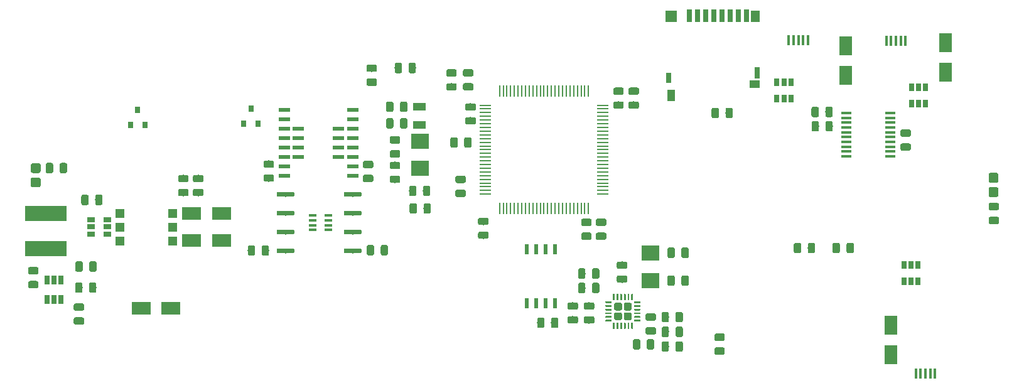
<source format=gbr>
%TF.GenerationSoftware,KiCad,Pcbnew,(5.0.2)-1*%
%TF.CreationDate,2019-05-26T18:44:39-03:00*%
%TF.ProjectId,dragonmanh7,64726167-6f6e-46d6-916e-68372e6b6963,rev?*%
%TF.SameCoordinates,Original*%
%TF.FileFunction,Paste,Top*%
%TF.FilePolarity,Positive*%
%FSLAX46Y46*%
G04 Gerber Fmt 4.6, Leading zero omitted, Abs format (unit mm)*
G04 Created by KiCad (PCBNEW (5.0.2)-1) date 26/05/2019 18:44:39*
%MOMM*%
%LPD*%
G01*
G04 APERTURE LIST*
%ADD10C,0.150000*%
%ADD11C,0.975000*%
%ADD12R,5.700000X2.000000*%
%ADD13R,0.533400X1.473200*%
%ADD14R,0.400000X1.350000*%
%ADD15R,0.650000X1.220000*%
%ADD16R,1.550000X0.600000*%
%ADD17R,1.450000X0.450000*%
%ADD18R,1.060000X0.400000*%
%ADD19R,1.800000X2.500000*%
%ADD20R,2.500000X1.800000*%
%ADD21R,1.060000X0.650000*%
%ADD22R,1.270000X1.270000*%
%ADD23R,1.500000X0.600000*%
%ADD24C,0.650000*%
%ADD25R,0.800000X0.900000*%
%ADD26C,1.300000*%
%ADD27R,0.700000X1.750000*%
%ADD28R,1.300000X1.500000*%
%ADD29R,0.800000X1.500000*%
%ADD30R,1.450000X1.000000*%
%ADD31R,0.800000X1.400000*%
%ADD32R,1.500000X1.500000*%
%ADD33R,1.000000X1.550000*%
%ADD34R,0.650000X1.060000*%
%ADD35R,2.400000X2.000000*%
%ADD36R,1.800000X1.000000*%
%ADD37R,1.500000X0.280000*%
%ADD38R,0.280000X1.500000*%
%ADD39C,1.050000*%
%ADD40C,0.250000*%
G04 APERTURE END LIST*
D10*
G36*
X68900742Y-53580974D02*
X68924403Y-53584484D01*
X68947607Y-53590296D01*
X68970129Y-53598354D01*
X68991753Y-53608582D01*
X69012270Y-53620879D01*
X69031483Y-53635129D01*
X69049207Y-53651193D01*
X69065271Y-53668917D01*
X69079521Y-53688130D01*
X69091818Y-53708647D01*
X69102046Y-53730271D01*
X69110104Y-53752793D01*
X69115916Y-53775997D01*
X69119426Y-53799658D01*
X69120600Y-53823550D01*
X69120600Y-54736050D01*
X69119426Y-54759942D01*
X69115916Y-54783603D01*
X69110104Y-54806807D01*
X69102046Y-54829329D01*
X69091818Y-54850953D01*
X69079521Y-54871470D01*
X69065271Y-54890683D01*
X69049207Y-54908407D01*
X69031483Y-54924471D01*
X69012270Y-54938721D01*
X68991753Y-54951018D01*
X68970129Y-54961246D01*
X68947607Y-54969304D01*
X68924403Y-54975116D01*
X68900742Y-54978626D01*
X68876850Y-54979800D01*
X68389350Y-54979800D01*
X68365458Y-54978626D01*
X68341797Y-54975116D01*
X68318593Y-54969304D01*
X68296071Y-54961246D01*
X68274447Y-54951018D01*
X68253930Y-54938721D01*
X68234717Y-54924471D01*
X68216993Y-54908407D01*
X68200929Y-54890683D01*
X68186679Y-54871470D01*
X68174382Y-54850953D01*
X68164154Y-54829329D01*
X68156096Y-54806807D01*
X68150284Y-54783603D01*
X68146774Y-54759942D01*
X68145600Y-54736050D01*
X68145600Y-53823550D01*
X68146774Y-53799658D01*
X68150284Y-53775997D01*
X68156096Y-53752793D01*
X68164154Y-53730271D01*
X68174382Y-53708647D01*
X68186679Y-53688130D01*
X68200929Y-53668917D01*
X68216993Y-53651193D01*
X68234717Y-53635129D01*
X68253930Y-53620879D01*
X68274447Y-53608582D01*
X68296071Y-53598354D01*
X68318593Y-53590296D01*
X68341797Y-53584484D01*
X68365458Y-53580974D01*
X68389350Y-53579800D01*
X68876850Y-53579800D01*
X68900742Y-53580974D01*
X68900742Y-53580974D01*
G37*
D11*
X68633100Y-54279800D03*
D10*
G36*
X70775742Y-53580974D02*
X70799403Y-53584484D01*
X70822607Y-53590296D01*
X70845129Y-53598354D01*
X70866753Y-53608582D01*
X70887270Y-53620879D01*
X70906483Y-53635129D01*
X70924207Y-53651193D01*
X70940271Y-53668917D01*
X70954521Y-53688130D01*
X70966818Y-53708647D01*
X70977046Y-53730271D01*
X70985104Y-53752793D01*
X70990916Y-53775997D01*
X70994426Y-53799658D01*
X70995600Y-53823550D01*
X70995600Y-54736050D01*
X70994426Y-54759942D01*
X70990916Y-54783603D01*
X70985104Y-54806807D01*
X70977046Y-54829329D01*
X70966818Y-54850953D01*
X70954521Y-54871470D01*
X70940271Y-54890683D01*
X70924207Y-54908407D01*
X70906483Y-54924471D01*
X70887270Y-54938721D01*
X70866753Y-54951018D01*
X70845129Y-54961246D01*
X70822607Y-54969304D01*
X70799403Y-54975116D01*
X70775742Y-54978626D01*
X70751850Y-54979800D01*
X70264350Y-54979800D01*
X70240458Y-54978626D01*
X70216797Y-54975116D01*
X70193593Y-54969304D01*
X70171071Y-54961246D01*
X70149447Y-54951018D01*
X70128930Y-54938721D01*
X70109717Y-54924471D01*
X70091993Y-54908407D01*
X70075929Y-54890683D01*
X70061679Y-54871470D01*
X70049382Y-54850953D01*
X70039154Y-54829329D01*
X70031096Y-54806807D01*
X70025284Y-54783603D01*
X70021774Y-54759942D01*
X70020600Y-54736050D01*
X70020600Y-53823550D01*
X70021774Y-53799658D01*
X70025284Y-53775997D01*
X70031096Y-53752793D01*
X70039154Y-53730271D01*
X70049382Y-53708647D01*
X70061679Y-53688130D01*
X70075929Y-53668917D01*
X70091993Y-53651193D01*
X70109717Y-53635129D01*
X70128930Y-53620879D01*
X70149447Y-53608582D01*
X70171071Y-53598354D01*
X70193593Y-53590296D01*
X70216797Y-53584484D01*
X70240458Y-53580974D01*
X70264350Y-53579800D01*
X70751850Y-53579800D01*
X70775742Y-53580974D01*
X70775742Y-53580974D01*
G37*
D11*
X70508100Y-54279800D03*
D12*
X63322200Y-56120800D03*
X63322200Y-60820800D03*
D13*
X131993640Y-60947300D03*
X130723640Y-60947300D03*
X129453640Y-60947300D03*
X128183640Y-60947300D03*
X128183640Y-68186300D03*
X129453640Y-68186300D03*
X130723640Y-68186300D03*
X131993640Y-68186300D03*
D14*
X179303200Y-32791400D03*
X178653200Y-32791400D03*
X176703200Y-32791400D03*
X177353200Y-32791400D03*
X178003200Y-32791400D03*
X180691000Y-77724000D03*
X181341000Y-77724000D03*
X183291000Y-77724000D03*
X182641000Y-77724000D03*
X181991000Y-77724000D03*
X166146000Y-32766000D03*
X165496000Y-32766000D03*
X163546000Y-32766000D03*
X164196000Y-32766000D03*
X164846000Y-32766000D03*
D15*
X63497420Y-65065280D03*
X64447420Y-65065280D03*
X65397420Y-65065280D03*
X65397420Y-67685280D03*
X64447420Y-67685280D03*
X63497420Y-67685280D03*
D10*
G36*
X68108262Y-62570034D02*
X68131923Y-62573544D01*
X68155127Y-62579356D01*
X68177649Y-62587414D01*
X68199273Y-62597642D01*
X68219790Y-62609939D01*
X68239003Y-62624189D01*
X68256727Y-62640253D01*
X68272791Y-62657977D01*
X68287041Y-62677190D01*
X68299338Y-62697707D01*
X68309566Y-62719331D01*
X68317624Y-62741853D01*
X68323436Y-62765057D01*
X68326946Y-62788718D01*
X68328120Y-62812610D01*
X68328120Y-63725110D01*
X68326946Y-63749002D01*
X68323436Y-63772663D01*
X68317624Y-63795867D01*
X68309566Y-63818389D01*
X68299338Y-63840013D01*
X68287041Y-63860530D01*
X68272791Y-63879743D01*
X68256727Y-63897467D01*
X68239003Y-63913531D01*
X68219790Y-63927781D01*
X68199273Y-63940078D01*
X68177649Y-63950306D01*
X68155127Y-63958364D01*
X68131923Y-63964176D01*
X68108262Y-63967686D01*
X68084370Y-63968860D01*
X67596870Y-63968860D01*
X67572978Y-63967686D01*
X67549317Y-63964176D01*
X67526113Y-63958364D01*
X67503591Y-63950306D01*
X67481967Y-63940078D01*
X67461450Y-63927781D01*
X67442237Y-63913531D01*
X67424513Y-63897467D01*
X67408449Y-63879743D01*
X67394199Y-63860530D01*
X67381902Y-63840013D01*
X67371674Y-63818389D01*
X67363616Y-63795867D01*
X67357804Y-63772663D01*
X67354294Y-63749002D01*
X67353120Y-63725110D01*
X67353120Y-62812610D01*
X67354294Y-62788718D01*
X67357804Y-62765057D01*
X67363616Y-62741853D01*
X67371674Y-62719331D01*
X67381902Y-62697707D01*
X67394199Y-62677190D01*
X67408449Y-62657977D01*
X67424513Y-62640253D01*
X67442237Y-62624189D01*
X67461450Y-62609939D01*
X67481967Y-62597642D01*
X67503591Y-62587414D01*
X67526113Y-62579356D01*
X67549317Y-62573544D01*
X67572978Y-62570034D01*
X67596870Y-62568860D01*
X68084370Y-62568860D01*
X68108262Y-62570034D01*
X68108262Y-62570034D01*
G37*
D11*
X67840620Y-63268860D03*
D10*
G36*
X69983262Y-62570034D02*
X70006923Y-62573544D01*
X70030127Y-62579356D01*
X70052649Y-62587414D01*
X70074273Y-62597642D01*
X70094790Y-62609939D01*
X70114003Y-62624189D01*
X70131727Y-62640253D01*
X70147791Y-62657977D01*
X70162041Y-62677190D01*
X70174338Y-62697707D01*
X70184566Y-62719331D01*
X70192624Y-62741853D01*
X70198436Y-62765057D01*
X70201946Y-62788718D01*
X70203120Y-62812610D01*
X70203120Y-63725110D01*
X70201946Y-63749002D01*
X70198436Y-63772663D01*
X70192624Y-63795867D01*
X70184566Y-63818389D01*
X70174338Y-63840013D01*
X70162041Y-63860530D01*
X70147791Y-63879743D01*
X70131727Y-63897467D01*
X70114003Y-63913531D01*
X70094790Y-63927781D01*
X70074273Y-63940078D01*
X70052649Y-63950306D01*
X70030127Y-63958364D01*
X70006923Y-63964176D01*
X69983262Y-63967686D01*
X69959370Y-63968860D01*
X69471870Y-63968860D01*
X69447978Y-63967686D01*
X69424317Y-63964176D01*
X69401113Y-63958364D01*
X69378591Y-63950306D01*
X69356967Y-63940078D01*
X69336450Y-63927781D01*
X69317237Y-63913531D01*
X69299513Y-63897467D01*
X69283449Y-63879743D01*
X69269199Y-63860530D01*
X69256902Y-63840013D01*
X69246674Y-63818389D01*
X69238616Y-63795867D01*
X69232804Y-63772663D01*
X69229294Y-63749002D01*
X69228120Y-63725110D01*
X69228120Y-62812610D01*
X69229294Y-62788718D01*
X69232804Y-62765057D01*
X69238616Y-62741853D01*
X69246674Y-62719331D01*
X69256902Y-62697707D01*
X69269199Y-62677190D01*
X69283449Y-62657977D01*
X69299513Y-62640253D01*
X69317237Y-62624189D01*
X69336450Y-62609939D01*
X69356967Y-62597642D01*
X69378591Y-62587414D01*
X69401113Y-62579356D01*
X69424317Y-62573544D01*
X69447978Y-62570034D01*
X69471870Y-62568860D01*
X69959370Y-62568860D01*
X69983262Y-62570034D01*
X69983262Y-62570034D01*
G37*
D11*
X69715620Y-63268860D03*
D10*
G36*
X68310842Y-68243294D02*
X68334503Y-68246804D01*
X68357707Y-68252616D01*
X68380229Y-68260674D01*
X68401853Y-68270902D01*
X68422370Y-68283199D01*
X68441583Y-68297449D01*
X68459307Y-68313513D01*
X68475371Y-68331237D01*
X68489621Y-68350450D01*
X68501918Y-68370967D01*
X68512146Y-68392591D01*
X68520204Y-68415113D01*
X68526016Y-68438317D01*
X68529526Y-68461978D01*
X68530700Y-68485870D01*
X68530700Y-68973370D01*
X68529526Y-68997262D01*
X68526016Y-69020923D01*
X68520204Y-69044127D01*
X68512146Y-69066649D01*
X68501918Y-69088273D01*
X68489621Y-69108790D01*
X68475371Y-69128003D01*
X68459307Y-69145727D01*
X68441583Y-69161791D01*
X68422370Y-69176041D01*
X68401853Y-69188338D01*
X68380229Y-69198566D01*
X68357707Y-69206624D01*
X68334503Y-69212436D01*
X68310842Y-69215946D01*
X68286950Y-69217120D01*
X67374450Y-69217120D01*
X67350558Y-69215946D01*
X67326897Y-69212436D01*
X67303693Y-69206624D01*
X67281171Y-69198566D01*
X67259547Y-69188338D01*
X67239030Y-69176041D01*
X67219817Y-69161791D01*
X67202093Y-69145727D01*
X67186029Y-69128003D01*
X67171779Y-69108790D01*
X67159482Y-69088273D01*
X67149254Y-69066649D01*
X67141196Y-69044127D01*
X67135384Y-69020923D01*
X67131874Y-68997262D01*
X67130700Y-68973370D01*
X67130700Y-68485870D01*
X67131874Y-68461978D01*
X67135384Y-68438317D01*
X67141196Y-68415113D01*
X67149254Y-68392591D01*
X67159482Y-68370967D01*
X67171779Y-68350450D01*
X67186029Y-68331237D01*
X67202093Y-68313513D01*
X67219817Y-68297449D01*
X67239030Y-68283199D01*
X67259547Y-68270902D01*
X67281171Y-68260674D01*
X67303693Y-68252616D01*
X67326897Y-68246804D01*
X67350558Y-68243294D01*
X67374450Y-68242120D01*
X68286950Y-68242120D01*
X68310842Y-68243294D01*
X68310842Y-68243294D01*
G37*
D11*
X67830700Y-68729620D03*
D10*
G36*
X68310842Y-70118294D02*
X68334503Y-70121804D01*
X68357707Y-70127616D01*
X68380229Y-70135674D01*
X68401853Y-70145902D01*
X68422370Y-70158199D01*
X68441583Y-70172449D01*
X68459307Y-70188513D01*
X68475371Y-70206237D01*
X68489621Y-70225450D01*
X68501918Y-70245967D01*
X68512146Y-70267591D01*
X68520204Y-70290113D01*
X68526016Y-70313317D01*
X68529526Y-70336978D01*
X68530700Y-70360870D01*
X68530700Y-70848370D01*
X68529526Y-70872262D01*
X68526016Y-70895923D01*
X68520204Y-70919127D01*
X68512146Y-70941649D01*
X68501918Y-70963273D01*
X68489621Y-70983790D01*
X68475371Y-71003003D01*
X68459307Y-71020727D01*
X68441583Y-71036791D01*
X68422370Y-71051041D01*
X68401853Y-71063338D01*
X68380229Y-71073566D01*
X68357707Y-71081624D01*
X68334503Y-71087436D01*
X68310842Y-71090946D01*
X68286950Y-71092120D01*
X67374450Y-71092120D01*
X67350558Y-71090946D01*
X67326897Y-71087436D01*
X67303693Y-71081624D01*
X67281171Y-71073566D01*
X67259547Y-71063338D01*
X67239030Y-71051041D01*
X67219817Y-71036791D01*
X67202093Y-71020727D01*
X67186029Y-71003003D01*
X67171779Y-70983790D01*
X67159482Y-70963273D01*
X67149254Y-70941649D01*
X67141196Y-70919127D01*
X67135384Y-70895923D01*
X67131874Y-70872262D01*
X67130700Y-70848370D01*
X67130700Y-70360870D01*
X67131874Y-70336978D01*
X67135384Y-70313317D01*
X67141196Y-70290113D01*
X67149254Y-70267591D01*
X67159482Y-70245967D01*
X67171779Y-70225450D01*
X67186029Y-70206237D01*
X67202093Y-70188513D01*
X67219817Y-70172449D01*
X67239030Y-70158199D01*
X67259547Y-70145902D01*
X67281171Y-70135674D01*
X67303693Y-70127616D01*
X67326897Y-70121804D01*
X67350558Y-70118294D01*
X67374450Y-70117120D01*
X68286950Y-70117120D01*
X68310842Y-70118294D01*
X68310842Y-70118294D01*
G37*
D11*
X67830700Y-70604620D03*
D10*
G36*
X191686262Y-54684774D02*
X191709923Y-54688284D01*
X191733127Y-54694096D01*
X191755649Y-54702154D01*
X191777273Y-54712382D01*
X191797790Y-54724679D01*
X191817003Y-54738929D01*
X191834727Y-54754993D01*
X191850791Y-54772717D01*
X191865041Y-54791930D01*
X191877338Y-54812447D01*
X191887566Y-54834071D01*
X191895624Y-54856593D01*
X191901436Y-54879797D01*
X191904946Y-54903458D01*
X191906120Y-54927350D01*
X191906120Y-55414850D01*
X191904946Y-55438742D01*
X191901436Y-55462403D01*
X191895624Y-55485607D01*
X191887566Y-55508129D01*
X191877338Y-55529753D01*
X191865041Y-55550270D01*
X191850791Y-55569483D01*
X191834727Y-55587207D01*
X191817003Y-55603271D01*
X191797790Y-55617521D01*
X191777273Y-55629818D01*
X191755649Y-55640046D01*
X191733127Y-55648104D01*
X191709923Y-55653916D01*
X191686262Y-55657426D01*
X191662370Y-55658600D01*
X190749870Y-55658600D01*
X190725978Y-55657426D01*
X190702317Y-55653916D01*
X190679113Y-55648104D01*
X190656591Y-55640046D01*
X190634967Y-55629818D01*
X190614450Y-55617521D01*
X190595237Y-55603271D01*
X190577513Y-55587207D01*
X190561449Y-55569483D01*
X190547199Y-55550270D01*
X190534902Y-55529753D01*
X190524674Y-55508129D01*
X190516616Y-55485607D01*
X190510804Y-55462403D01*
X190507294Y-55438742D01*
X190506120Y-55414850D01*
X190506120Y-54927350D01*
X190507294Y-54903458D01*
X190510804Y-54879797D01*
X190516616Y-54856593D01*
X190524674Y-54834071D01*
X190534902Y-54812447D01*
X190547199Y-54791930D01*
X190561449Y-54772717D01*
X190577513Y-54754993D01*
X190595237Y-54738929D01*
X190614450Y-54724679D01*
X190634967Y-54712382D01*
X190656591Y-54702154D01*
X190679113Y-54694096D01*
X190702317Y-54688284D01*
X190725978Y-54684774D01*
X190749870Y-54683600D01*
X191662370Y-54683600D01*
X191686262Y-54684774D01*
X191686262Y-54684774D01*
G37*
D11*
X191206120Y-55171100D03*
D10*
G36*
X191686262Y-56559774D02*
X191709923Y-56563284D01*
X191733127Y-56569096D01*
X191755649Y-56577154D01*
X191777273Y-56587382D01*
X191797790Y-56599679D01*
X191817003Y-56613929D01*
X191834727Y-56629993D01*
X191850791Y-56647717D01*
X191865041Y-56666930D01*
X191877338Y-56687447D01*
X191887566Y-56709071D01*
X191895624Y-56731593D01*
X191901436Y-56754797D01*
X191904946Y-56778458D01*
X191906120Y-56802350D01*
X191906120Y-57289850D01*
X191904946Y-57313742D01*
X191901436Y-57337403D01*
X191895624Y-57360607D01*
X191887566Y-57383129D01*
X191877338Y-57404753D01*
X191865041Y-57425270D01*
X191850791Y-57444483D01*
X191834727Y-57462207D01*
X191817003Y-57478271D01*
X191797790Y-57492521D01*
X191777273Y-57504818D01*
X191755649Y-57515046D01*
X191733127Y-57523104D01*
X191709923Y-57528916D01*
X191686262Y-57532426D01*
X191662370Y-57533600D01*
X190749870Y-57533600D01*
X190725978Y-57532426D01*
X190702317Y-57528916D01*
X190679113Y-57523104D01*
X190656591Y-57515046D01*
X190634967Y-57504818D01*
X190614450Y-57492521D01*
X190595237Y-57478271D01*
X190577513Y-57462207D01*
X190561449Y-57444483D01*
X190547199Y-57425270D01*
X190534902Y-57404753D01*
X190524674Y-57383129D01*
X190516616Y-57360607D01*
X190510804Y-57337403D01*
X190507294Y-57313742D01*
X190506120Y-57289850D01*
X190506120Y-56802350D01*
X190507294Y-56778458D01*
X190510804Y-56754797D01*
X190516616Y-56731593D01*
X190524674Y-56709071D01*
X190534902Y-56687447D01*
X190547199Y-56666930D01*
X190561449Y-56647717D01*
X190577513Y-56629993D01*
X190595237Y-56613929D01*
X190614450Y-56599679D01*
X190634967Y-56587382D01*
X190656591Y-56577154D01*
X190679113Y-56569096D01*
X190702317Y-56563284D01*
X190725978Y-56559774D01*
X190749870Y-56558600D01*
X191662370Y-56558600D01*
X191686262Y-56559774D01*
X191686262Y-56559774D01*
G37*
D11*
X191206120Y-57046100D03*
D10*
G36*
X64125542Y-49288374D02*
X64149203Y-49291884D01*
X64172407Y-49297696D01*
X64194929Y-49305754D01*
X64216553Y-49315982D01*
X64237070Y-49328279D01*
X64256283Y-49342529D01*
X64274007Y-49358593D01*
X64290071Y-49376317D01*
X64304321Y-49395530D01*
X64316618Y-49416047D01*
X64326846Y-49437671D01*
X64334904Y-49460193D01*
X64340716Y-49483397D01*
X64344226Y-49507058D01*
X64345400Y-49530950D01*
X64345400Y-50443450D01*
X64344226Y-50467342D01*
X64340716Y-50491003D01*
X64334904Y-50514207D01*
X64326846Y-50536729D01*
X64316618Y-50558353D01*
X64304321Y-50578870D01*
X64290071Y-50598083D01*
X64274007Y-50615807D01*
X64256283Y-50631871D01*
X64237070Y-50646121D01*
X64216553Y-50658418D01*
X64194929Y-50668646D01*
X64172407Y-50676704D01*
X64149203Y-50682516D01*
X64125542Y-50686026D01*
X64101650Y-50687200D01*
X63614150Y-50687200D01*
X63590258Y-50686026D01*
X63566597Y-50682516D01*
X63543393Y-50676704D01*
X63520871Y-50668646D01*
X63499247Y-50658418D01*
X63478730Y-50646121D01*
X63459517Y-50631871D01*
X63441793Y-50615807D01*
X63425729Y-50598083D01*
X63411479Y-50578870D01*
X63399182Y-50558353D01*
X63388954Y-50536729D01*
X63380896Y-50514207D01*
X63375084Y-50491003D01*
X63371574Y-50467342D01*
X63370400Y-50443450D01*
X63370400Y-49530950D01*
X63371574Y-49507058D01*
X63375084Y-49483397D01*
X63380896Y-49460193D01*
X63388954Y-49437671D01*
X63399182Y-49416047D01*
X63411479Y-49395530D01*
X63425729Y-49376317D01*
X63441793Y-49358593D01*
X63459517Y-49342529D01*
X63478730Y-49328279D01*
X63499247Y-49315982D01*
X63520871Y-49305754D01*
X63543393Y-49297696D01*
X63566597Y-49291884D01*
X63590258Y-49288374D01*
X63614150Y-49287200D01*
X64101650Y-49287200D01*
X64125542Y-49288374D01*
X64125542Y-49288374D01*
G37*
D11*
X63857900Y-49987200D03*
D10*
G36*
X66000542Y-49288374D02*
X66024203Y-49291884D01*
X66047407Y-49297696D01*
X66069929Y-49305754D01*
X66091553Y-49315982D01*
X66112070Y-49328279D01*
X66131283Y-49342529D01*
X66149007Y-49358593D01*
X66165071Y-49376317D01*
X66179321Y-49395530D01*
X66191618Y-49416047D01*
X66201846Y-49437671D01*
X66209904Y-49460193D01*
X66215716Y-49483397D01*
X66219226Y-49507058D01*
X66220400Y-49530950D01*
X66220400Y-50443450D01*
X66219226Y-50467342D01*
X66215716Y-50491003D01*
X66209904Y-50514207D01*
X66201846Y-50536729D01*
X66191618Y-50558353D01*
X66179321Y-50578870D01*
X66165071Y-50598083D01*
X66149007Y-50615807D01*
X66131283Y-50631871D01*
X66112070Y-50646121D01*
X66091553Y-50658418D01*
X66069929Y-50668646D01*
X66047407Y-50676704D01*
X66024203Y-50682516D01*
X66000542Y-50686026D01*
X65976650Y-50687200D01*
X65489150Y-50687200D01*
X65465258Y-50686026D01*
X65441597Y-50682516D01*
X65418393Y-50676704D01*
X65395871Y-50668646D01*
X65374247Y-50658418D01*
X65353730Y-50646121D01*
X65334517Y-50631871D01*
X65316793Y-50615807D01*
X65300729Y-50598083D01*
X65286479Y-50578870D01*
X65274182Y-50558353D01*
X65263954Y-50536729D01*
X65255896Y-50514207D01*
X65250084Y-50491003D01*
X65246574Y-50467342D01*
X65245400Y-50443450D01*
X65245400Y-49530950D01*
X65246574Y-49507058D01*
X65250084Y-49483397D01*
X65255896Y-49460193D01*
X65263954Y-49437671D01*
X65274182Y-49416047D01*
X65286479Y-49395530D01*
X65300729Y-49376317D01*
X65316793Y-49358593D01*
X65334517Y-49342529D01*
X65353730Y-49328279D01*
X65374247Y-49315982D01*
X65395871Y-49305754D01*
X65418393Y-49297696D01*
X65441597Y-49291884D01*
X65465258Y-49288374D01*
X65489150Y-49287200D01*
X65976650Y-49287200D01*
X66000542Y-49288374D01*
X66000542Y-49288374D01*
G37*
D11*
X65732900Y-49987200D03*
D10*
G36*
X154706402Y-72302214D02*
X154730063Y-72305724D01*
X154753267Y-72311536D01*
X154775789Y-72319594D01*
X154797413Y-72329822D01*
X154817930Y-72342119D01*
X154837143Y-72356369D01*
X154854867Y-72372433D01*
X154870931Y-72390157D01*
X154885181Y-72409370D01*
X154897478Y-72429887D01*
X154907706Y-72451511D01*
X154915764Y-72474033D01*
X154921576Y-72497237D01*
X154925086Y-72520898D01*
X154926260Y-72544790D01*
X154926260Y-73032290D01*
X154925086Y-73056182D01*
X154921576Y-73079843D01*
X154915764Y-73103047D01*
X154907706Y-73125569D01*
X154897478Y-73147193D01*
X154885181Y-73167710D01*
X154870931Y-73186923D01*
X154854867Y-73204647D01*
X154837143Y-73220711D01*
X154817930Y-73234961D01*
X154797413Y-73247258D01*
X154775789Y-73257486D01*
X154753267Y-73265544D01*
X154730063Y-73271356D01*
X154706402Y-73274866D01*
X154682510Y-73276040D01*
X153770010Y-73276040D01*
X153746118Y-73274866D01*
X153722457Y-73271356D01*
X153699253Y-73265544D01*
X153676731Y-73257486D01*
X153655107Y-73247258D01*
X153634590Y-73234961D01*
X153615377Y-73220711D01*
X153597653Y-73204647D01*
X153581589Y-73186923D01*
X153567339Y-73167710D01*
X153555042Y-73147193D01*
X153544814Y-73125569D01*
X153536756Y-73103047D01*
X153530944Y-73079843D01*
X153527434Y-73056182D01*
X153526260Y-73032290D01*
X153526260Y-72544790D01*
X153527434Y-72520898D01*
X153530944Y-72497237D01*
X153536756Y-72474033D01*
X153544814Y-72451511D01*
X153555042Y-72429887D01*
X153567339Y-72409370D01*
X153581589Y-72390157D01*
X153597653Y-72372433D01*
X153615377Y-72356369D01*
X153634590Y-72342119D01*
X153655107Y-72329822D01*
X153676731Y-72319594D01*
X153699253Y-72311536D01*
X153722457Y-72305724D01*
X153746118Y-72302214D01*
X153770010Y-72301040D01*
X154682510Y-72301040D01*
X154706402Y-72302214D01*
X154706402Y-72302214D01*
G37*
D11*
X154226260Y-72788540D03*
D10*
G36*
X154706402Y-74177214D02*
X154730063Y-74180724D01*
X154753267Y-74186536D01*
X154775789Y-74194594D01*
X154797413Y-74204822D01*
X154817930Y-74217119D01*
X154837143Y-74231369D01*
X154854867Y-74247433D01*
X154870931Y-74265157D01*
X154885181Y-74284370D01*
X154897478Y-74304887D01*
X154907706Y-74326511D01*
X154915764Y-74349033D01*
X154921576Y-74372237D01*
X154925086Y-74395898D01*
X154926260Y-74419790D01*
X154926260Y-74907290D01*
X154925086Y-74931182D01*
X154921576Y-74954843D01*
X154915764Y-74978047D01*
X154907706Y-75000569D01*
X154897478Y-75022193D01*
X154885181Y-75042710D01*
X154870931Y-75061923D01*
X154854867Y-75079647D01*
X154837143Y-75095711D01*
X154817930Y-75109961D01*
X154797413Y-75122258D01*
X154775789Y-75132486D01*
X154753267Y-75140544D01*
X154730063Y-75146356D01*
X154706402Y-75149866D01*
X154682510Y-75151040D01*
X153770010Y-75151040D01*
X153746118Y-75149866D01*
X153722457Y-75146356D01*
X153699253Y-75140544D01*
X153676731Y-75132486D01*
X153655107Y-75122258D01*
X153634590Y-75109961D01*
X153615377Y-75095711D01*
X153597653Y-75079647D01*
X153581589Y-75061923D01*
X153567339Y-75042710D01*
X153555042Y-75022193D01*
X153544814Y-75000569D01*
X153536756Y-74978047D01*
X153530944Y-74954843D01*
X153527434Y-74931182D01*
X153526260Y-74907290D01*
X153526260Y-74419790D01*
X153527434Y-74395898D01*
X153530944Y-74372237D01*
X153536756Y-74349033D01*
X153544814Y-74326511D01*
X153555042Y-74304887D01*
X153567339Y-74284370D01*
X153581589Y-74265157D01*
X153597653Y-74247433D01*
X153615377Y-74231369D01*
X153634590Y-74217119D01*
X153655107Y-74204822D01*
X153676731Y-74194594D01*
X153699253Y-74186536D01*
X153722457Y-74180724D01*
X153746118Y-74177214D01*
X153770010Y-74176040D01*
X154682510Y-74176040D01*
X154706402Y-74177214D01*
X154706402Y-74177214D01*
G37*
D11*
X154226260Y-74663540D03*
D10*
G36*
X135905942Y-65447854D02*
X135929603Y-65451364D01*
X135952807Y-65457176D01*
X135975329Y-65465234D01*
X135996953Y-65475462D01*
X136017470Y-65487759D01*
X136036683Y-65502009D01*
X136054407Y-65518073D01*
X136070471Y-65535797D01*
X136084721Y-65555010D01*
X136097018Y-65575527D01*
X136107246Y-65597151D01*
X136115304Y-65619673D01*
X136121116Y-65642877D01*
X136124626Y-65666538D01*
X136125800Y-65690430D01*
X136125800Y-66602930D01*
X136124626Y-66626822D01*
X136121116Y-66650483D01*
X136115304Y-66673687D01*
X136107246Y-66696209D01*
X136097018Y-66717833D01*
X136084721Y-66738350D01*
X136070471Y-66757563D01*
X136054407Y-66775287D01*
X136036683Y-66791351D01*
X136017470Y-66805601D01*
X135996953Y-66817898D01*
X135975329Y-66828126D01*
X135952807Y-66836184D01*
X135929603Y-66841996D01*
X135905942Y-66845506D01*
X135882050Y-66846680D01*
X135394550Y-66846680D01*
X135370658Y-66845506D01*
X135346997Y-66841996D01*
X135323793Y-66836184D01*
X135301271Y-66828126D01*
X135279647Y-66817898D01*
X135259130Y-66805601D01*
X135239917Y-66791351D01*
X135222193Y-66775287D01*
X135206129Y-66757563D01*
X135191879Y-66738350D01*
X135179582Y-66717833D01*
X135169354Y-66696209D01*
X135161296Y-66673687D01*
X135155484Y-66650483D01*
X135151974Y-66626822D01*
X135150800Y-66602930D01*
X135150800Y-65690430D01*
X135151974Y-65666538D01*
X135155484Y-65642877D01*
X135161296Y-65619673D01*
X135169354Y-65597151D01*
X135179582Y-65575527D01*
X135191879Y-65555010D01*
X135206129Y-65535797D01*
X135222193Y-65518073D01*
X135239917Y-65502009D01*
X135259130Y-65487759D01*
X135279647Y-65475462D01*
X135301271Y-65465234D01*
X135323793Y-65457176D01*
X135346997Y-65451364D01*
X135370658Y-65447854D01*
X135394550Y-65446680D01*
X135882050Y-65446680D01*
X135905942Y-65447854D01*
X135905942Y-65447854D01*
G37*
D11*
X135638300Y-66146680D03*
D10*
G36*
X137780942Y-65447854D02*
X137804603Y-65451364D01*
X137827807Y-65457176D01*
X137850329Y-65465234D01*
X137871953Y-65475462D01*
X137892470Y-65487759D01*
X137911683Y-65502009D01*
X137929407Y-65518073D01*
X137945471Y-65535797D01*
X137959721Y-65555010D01*
X137972018Y-65575527D01*
X137982246Y-65597151D01*
X137990304Y-65619673D01*
X137996116Y-65642877D01*
X137999626Y-65666538D01*
X138000800Y-65690430D01*
X138000800Y-66602930D01*
X137999626Y-66626822D01*
X137996116Y-66650483D01*
X137990304Y-66673687D01*
X137982246Y-66696209D01*
X137972018Y-66717833D01*
X137959721Y-66738350D01*
X137945471Y-66757563D01*
X137929407Y-66775287D01*
X137911683Y-66791351D01*
X137892470Y-66805601D01*
X137871953Y-66817898D01*
X137850329Y-66828126D01*
X137827807Y-66836184D01*
X137804603Y-66841996D01*
X137780942Y-66845506D01*
X137757050Y-66846680D01*
X137269550Y-66846680D01*
X137245658Y-66845506D01*
X137221997Y-66841996D01*
X137198793Y-66836184D01*
X137176271Y-66828126D01*
X137154647Y-66817898D01*
X137134130Y-66805601D01*
X137114917Y-66791351D01*
X137097193Y-66775287D01*
X137081129Y-66757563D01*
X137066879Y-66738350D01*
X137054582Y-66717833D01*
X137044354Y-66696209D01*
X137036296Y-66673687D01*
X137030484Y-66650483D01*
X137026974Y-66626822D01*
X137025800Y-66602930D01*
X137025800Y-65690430D01*
X137026974Y-65666538D01*
X137030484Y-65642877D01*
X137036296Y-65619673D01*
X137044354Y-65597151D01*
X137054582Y-65575527D01*
X137066879Y-65555010D01*
X137081129Y-65535797D01*
X137097193Y-65518073D01*
X137114917Y-65502009D01*
X137134130Y-65487759D01*
X137154647Y-65475462D01*
X137176271Y-65465234D01*
X137198793Y-65457176D01*
X137221997Y-65451364D01*
X137245658Y-65447854D01*
X137269550Y-65446680D01*
X137757050Y-65446680D01*
X137780942Y-65447854D01*
X137780942Y-65447854D01*
G37*
D11*
X137513300Y-66146680D03*
D10*
G36*
X135905942Y-63507294D02*
X135929603Y-63510804D01*
X135952807Y-63516616D01*
X135975329Y-63524674D01*
X135996953Y-63534902D01*
X136017470Y-63547199D01*
X136036683Y-63561449D01*
X136054407Y-63577513D01*
X136070471Y-63595237D01*
X136084721Y-63614450D01*
X136097018Y-63634967D01*
X136107246Y-63656591D01*
X136115304Y-63679113D01*
X136121116Y-63702317D01*
X136124626Y-63725978D01*
X136125800Y-63749870D01*
X136125800Y-64662370D01*
X136124626Y-64686262D01*
X136121116Y-64709923D01*
X136115304Y-64733127D01*
X136107246Y-64755649D01*
X136097018Y-64777273D01*
X136084721Y-64797790D01*
X136070471Y-64817003D01*
X136054407Y-64834727D01*
X136036683Y-64850791D01*
X136017470Y-64865041D01*
X135996953Y-64877338D01*
X135975329Y-64887566D01*
X135952807Y-64895624D01*
X135929603Y-64901436D01*
X135905942Y-64904946D01*
X135882050Y-64906120D01*
X135394550Y-64906120D01*
X135370658Y-64904946D01*
X135346997Y-64901436D01*
X135323793Y-64895624D01*
X135301271Y-64887566D01*
X135279647Y-64877338D01*
X135259130Y-64865041D01*
X135239917Y-64850791D01*
X135222193Y-64834727D01*
X135206129Y-64817003D01*
X135191879Y-64797790D01*
X135179582Y-64777273D01*
X135169354Y-64755649D01*
X135161296Y-64733127D01*
X135155484Y-64709923D01*
X135151974Y-64686262D01*
X135150800Y-64662370D01*
X135150800Y-63749870D01*
X135151974Y-63725978D01*
X135155484Y-63702317D01*
X135161296Y-63679113D01*
X135169354Y-63656591D01*
X135179582Y-63634967D01*
X135191879Y-63614450D01*
X135206129Y-63595237D01*
X135222193Y-63577513D01*
X135239917Y-63561449D01*
X135259130Y-63547199D01*
X135279647Y-63534902D01*
X135301271Y-63524674D01*
X135323793Y-63516616D01*
X135346997Y-63510804D01*
X135370658Y-63507294D01*
X135394550Y-63506120D01*
X135882050Y-63506120D01*
X135905942Y-63507294D01*
X135905942Y-63507294D01*
G37*
D11*
X135638300Y-64206120D03*
D10*
G36*
X137780942Y-63507294D02*
X137804603Y-63510804D01*
X137827807Y-63516616D01*
X137850329Y-63524674D01*
X137871953Y-63534902D01*
X137892470Y-63547199D01*
X137911683Y-63561449D01*
X137929407Y-63577513D01*
X137945471Y-63595237D01*
X137959721Y-63614450D01*
X137972018Y-63634967D01*
X137982246Y-63656591D01*
X137990304Y-63679113D01*
X137996116Y-63702317D01*
X137999626Y-63725978D01*
X138000800Y-63749870D01*
X138000800Y-64662370D01*
X137999626Y-64686262D01*
X137996116Y-64709923D01*
X137990304Y-64733127D01*
X137982246Y-64755649D01*
X137972018Y-64777273D01*
X137959721Y-64797790D01*
X137945471Y-64817003D01*
X137929407Y-64834727D01*
X137911683Y-64850791D01*
X137892470Y-64865041D01*
X137871953Y-64877338D01*
X137850329Y-64887566D01*
X137827807Y-64895624D01*
X137804603Y-64901436D01*
X137780942Y-64904946D01*
X137757050Y-64906120D01*
X137269550Y-64906120D01*
X137245658Y-64904946D01*
X137221997Y-64901436D01*
X137198793Y-64895624D01*
X137176271Y-64887566D01*
X137154647Y-64877338D01*
X137134130Y-64865041D01*
X137114917Y-64850791D01*
X137097193Y-64834727D01*
X137081129Y-64817003D01*
X137066879Y-64797790D01*
X137054582Y-64777273D01*
X137044354Y-64755649D01*
X137036296Y-64733127D01*
X137030484Y-64709923D01*
X137026974Y-64686262D01*
X137025800Y-64662370D01*
X137025800Y-63749870D01*
X137026974Y-63725978D01*
X137030484Y-63702317D01*
X137036296Y-63679113D01*
X137044354Y-63656591D01*
X137054582Y-63634967D01*
X137066879Y-63614450D01*
X137081129Y-63595237D01*
X137097193Y-63577513D01*
X137114917Y-63561449D01*
X137134130Y-63547199D01*
X137154647Y-63534902D01*
X137176271Y-63524674D01*
X137198793Y-63516616D01*
X137221997Y-63510804D01*
X137245658Y-63507294D01*
X137269550Y-63506120D01*
X137757050Y-63506120D01*
X137780942Y-63507294D01*
X137780942Y-63507294D01*
G37*
D11*
X137513300Y-64206120D03*
D16*
X102791240Y-48514000D03*
X102791240Y-47244000D03*
X102791240Y-45974000D03*
X102791240Y-44704000D03*
X97391240Y-44704000D03*
X97391240Y-45974000D03*
X97391240Y-47244000D03*
X97391240Y-48514000D03*
D17*
X171339720Y-42551160D03*
X171339720Y-43201160D03*
X171339720Y-43851160D03*
X171339720Y-44501160D03*
X171339720Y-45151160D03*
X171339720Y-45801160D03*
X171339720Y-46451160D03*
X171339720Y-47101160D03*
X171339720Y-47751160D03*
X171339720Y-48401160D03*
X177239720Y-48401160D03*
X177239720Y-47751160D03*
X177239720Y-47101160D03*
X177239720Y-46451160D03*
X177239720Y-45801160D03*
X177239720Y-45151160D03*
X177239720Y-44501160D03*
X177239720Y-43851160D03*
X177239720Y-43201160D03*
X177239720Y-42551160D03*
D18*
X101506200Y-58333200D03*
X101506200Y-57683200D03*
X101506200Y-57023200D03*
X101506200Y-56373200D03*
X99306200Y-56373200D03*
X99306200Y-57023200D03*
X99306200Y-57683200D03*
X99306200Y-58333200D03*
D19*
X184658000Y-37052000D03*
X184658000Y-33052000D03*
D10*
G36*
X84383962Y-52790414D02*
X84407623Y-52793924D01*
X84430827Y-52799736D01*
X84453349Y-52807794D01*
X84474973Y-52818022D01*
X84495490Y-52830319D01*
X84514703Y-52844569D01*
X84532427Y-52860633D01*
X84548491Y-52878357D01*
X84562741Y-52897570D01*
X84575038Y-52918087D01*
X84585266Y-52939711D01*
X84593324Y-52962233D01*
X84599136Y-52985437D01*
X84602646Y-53009098D01*
X84603820Y-53032990D01*
X84603820Y-53520490D01*
X84602646Y-53544382D01*
X84599136Y-53568043D01*
X84593324Y-53591247D01*
X84585266Y-53613769D01*
X84575038Y-53635393D01*
X84562741Y-53655910D01*
X84548491Y-53675123D01*
X84532427Y-53692847D01*
X84514703Y-53708911D01*
X84495490Y-53723161D01*
X84474973Y-53735458D01*
X84453349Y-53745686D01*
X84430827Y-53753744D01*
X84407623Y-53759556D01*
X84383962Y-53763066D01*
X84360070Y-53764240D01*
X83447570Y-53764240D01*
X83423678Y-53763066D01*
X83400017Y-53759556D01*
X83376813Y-53753744D01*
X83354291Y-53745686D01*
X83332667Y-53735458D01*
X83312150Y-53723161D01*
X83292937Y-53708911D01*
X83275213Y-53692847D01*
X83259149Y-53675123D01*
X83244899Y-53655910D01*
X83232602Y-53635393D01*
X83222374Y-53613769D01*
X83214316Y-53591247D01*
X83208504Y-53568043D01*
X83204994Y-53544382D01*
X83203820Y-53520490D01*
X83203820Y-53032990D01*
X83204994Y-53009098D01*
X83208504Y-52985437D01*
X83214316Y-52962233D01*
X83222374Y-52939711D01*
X83232602Y-52918087D01*
X83244899Y-52897570D01*
X83259149Y-52878357D01*
X83275213Y-52860633D01*
X83292937Y-52844569D01*
X83312150Y-52830319D01*
X83332667Y-52818022D01*
X83354291Y-52807794D01*
X83376813Y-52799736D01*
X83400017Y-52793924D01*
X83423678Y-52790414D01*
X83447570Y-52789240D01*
X84360070Y-52789240D01*
X84383962Y-52790414D01*
X84383962Y-52790414D01*
G37*
D11*
X83903820Y-53276740D03*
D10*
G36*
X84383962Y-50915414D02*
X84407623Y-50918924D01*
X84430827Y-50924736D01*
X84453349Y-50932794D01*
X84474973Y-50943022D01*
X84495490Y-50955319D01*
X84514703Y-50969569D01*
X84532427Y-50985633D01*
X84548491Y-51003357D01*
X84562741Y-51022570D01*
X84575038Y-51043087D01*
X84585266Y-51064711D01*
X84593324Y-51087233D01*
X84599136Y-51110437D01*
X84602646Y-51134098D01*
X84603820Y-51157990D01*
X84603820Y-51645490D01*
X84602646Y-51669382D01*
X84599136Y-51693043D01*
X84593324Y-51716247D01*
X84585266Y-51738769D01*
X84575038Y-51760393D01*
X84562741Y-51780910D01*
X84548491Y-51800123D01*
X84532427Y-51817847D01*
X84514703Y-51833911D01*
X84495490Y-51848161D01*
X84474973Y-51860458D01*
X84453349Y-51870686D01*
X84430827Y-51878744D01*
X84407623Y-51884556D01*
X84383962Y-51888066D01*
X84360070Y-51889240D01*
X83447570Y-51889240D01*
X83423678Y-51888066D01*
X83400017Y-51884556D01*
X83376813Y-51878744D01*
X83354291Y-51870686D01*
X83332667Y-51860458D01*
X83312150Y-51848161D01*
X83292937Y-51833911D01*
X83275213Y-51817847D01*
X83259149Y-51800123D01*
X83244899Y-51780910D01*
X83232602Y-51760393D01*
X83222374Y-51738769D01*
X83214316Y-51716247D01*
X83208504Y-51693043D01*
X83204994Y-51669382D01*
X83203820Y-51645490D01*
X83203820Y-51157990D01*
X83204994Y-51134098D01*
X83208504Y-51110437D01*
X83214316Y-51087233D01*
X83222374Y-51064711D01*
X83232602Y-51043087D01*
X83244899Y-51022570D01*
X83259149Y-51003357D01*
X83275213Y-50985633D01*
X83292937Y-50969569D01*
X83312150Y-50955319D01*
X83332667Y-50943022D01*
X83354291Y-50932794D01*
X83376813Y-50924736D01*
X83400017Y-50918924D01*
X83423678Y-50915414D01*
X83447570Y-50914240D01*
X84360070Y-50914240D01*
X84383962Y-50915414D01*
X84383962Y-50915414D01*
G37*
D11*
X83903820Y-51401740D03*
D10*
G36*
X82392602Y-52798034D02*
X82416263Y-52801544D01*
X82439467Y-52807356D01*
X82461989Y-52815414D01*
X82483613Y-52825642D01*
X82504130Y-52837939D01*
X82523343Y-52852189D01*
X82541067Y-52868253D01*
X82557131Y-52885977D01*
X82571381Y-52905190D01*
X82583678Y-52925707D01*
X82593906Y-52947331D01*
X82601964Y-52969853D01*
X82607776Y-52993057D01*
X82611286Y-53016718D01*
X82612460Y-53040610D01*
X82612460Y-53528110D01*
X82611286Y-53552002D01*
X82607776Y-53575663D01*
X82601964Y-53598867D01*
X82593906Y-53621389D01*
X82583678Y-53643013D01*
X82571381Y-53663530D01*
X82557131Y-53682743D01*
X82541067Y-53700467D01*
X82523343Y-53716531D01*
X82504130Y-53730781D01*
X82483613Y-53743078D01*
X82461989Y-53753306D01*
X82439467Y-53761364D01*
X82416263Y-53767176D01*
X82392602Y-53770686D01*
X82368710Y-53771860D01*
X81456210Y-53771860D01*
X81432318Y-53770686D01*
X81408657Y-53767176D01*
X81385453Y-53761364D01*
X81362931Y-53753306D01*
X81341307Y-53743078D01*
X81320790Y-53730781D01*
X81301577Y-53716531D01*
X81283853Y-53700467D01*
X81267789Y-53682743D01*
X81253539Y-53663530D01*
X81241242Y-53643013D01*
X81231014Y-53621389D01*
X81222956Y-53598867D01*
X81217144Y-53575663D01*
X81213634Y-53552002D01*
X81212460Y-53528110D01*
X81212460Y-53040610D01*
X81213634Y-53016718D01*
X81217144Y-52993057D01*
X81222956Y-52969853D01*
X81231014Y-52947331D01*
X81241242Y-52925707D01*
X81253539Y-52905190D01*
X81267789Y-52885977D01*
X81283853Y-52868253D01*
X81301577Y-52852189D01*
X81320790Y-52837939D01*
X81341307Y-52825642D01*
X81362931Y-52815414D01*
X81385453Y-52807356D01*
X81408657Y-52801544D01*
X81432318Y-52798034D01*
X81456210Y-52796860D01*
X82368710Y-52796860D01*
X82392602Y-52798034D01*
X82392602Y-52798034D01*
G37*
D11*
X81912460Y-53284360D03*
D10*
G36*
X82392602Y-50923034D02*
X82416263Y-50926544D01*
X82439467Y-50932356D01*
X82461989Y-50940414D01*
X82483613Y-50950642D01*
X82504130Y-50962939D01*
X82523343Y-50977189D01*
X82541067Y-50993253D01*
X82557131Y-51010977D01*
X82571381Y-51030190D01*
X82583678Y-51050707D01*
X82593906Y-51072331D01*
X82601964Y-51094853D01*
X82607776Y-51118057D01*
X82611286Y-51141718D01*
X82612460Y-51165610D01*
X82612460Y-51653110D01*
X82611286Y-51677002D01*
X82607776Y-51700663D01*
X82601964Y-51723867D01*
X82593906Y-51746389D01*
X82583678Y-51768013D01*
X82571381Y-51788530D01*
X82557131Y-51807743D01*
X82541067Y-51825467D01*
X82523343Y-51841531D01*
X82504130Y-51855781D01*
X82483613Y-51868078D01*
X82461989Y-51878306D01*
X82439467Y-51886364D01*
X82416263Y-51892176D01*
X82392602Y-51895686D01*
X82368710Y-51896860D01*
X81456210Y-51896860D01*
X81432318Y-51895686D01*
X81408657Y-51892176D01*
X81385453Y-51886364D01*
X81362931Y-51878306D01*
X81341307Y-51868078D01*
X81320790Y-51855781D01*
X81301577Y-51841531D01*
X81283853Y-51825467D01*
X81267789Y-51807743D01*
X81253539Y-51788530D01*
X81241242Y-51768013D01*
X81231014Y-51746389D01*
X81222956Y-51723867D01*
X81217144Y-51700663D01*
X81213634Y-51677002D01*
X81212460Y-51653110D01*
X81212460Y-51165610D01*
X81213634Y-51141718D01*
X81217144Y-51118057D01*
X81222956Y-51094853D01*
X81231014Y-51072331D01*
X81241242Y-51050707D01*
X81253539Y-51030190D01*
X81267789Y-51010977D01*
X81283853Y-50993253D01*
X81301577Y-50977189D01*
X81320790Y-50962939D01*
X81341307Y-50950642D01*
X81362931Y-50940414D01*
X81385453Y-50932356D01*
X81408657Y-50926544D01*
X81432318Y-50923034D01*
X81456210Y-50921860D01*
X82368710Y-50921860D01*
X82392602Y-50923034D01*
X82392602Y-50923034D01*
G37*
D11*
X81912460Y-51409360D03*
D20*
X83049360Y-56134000D03*
X87049360Y-56134000D03*
X87039200Y-59748420D03*
X83039200Y-59748420D03*
D21*
X71658660Y-58864540D03*
X71658660Y-57914540D03*
X71658660Y-56964540D03*
X69458660Y-56964540D03*
X69458660Y-58864540D03*
X69458660Y-57914540D03*
D22*
X73363820Y-56082400D03*
X73363820Y-57937400D03*
X73363820Y-59792400D03*
X80473820Y-59792400D03*
X80473820Y-57937400D03*
X80473820Y-56082400D03*
D23*
X104799660Y-51059080D03*
X104799660Y-49789080D03*
X104799660Y-48519080D03*
X104799660Y-47249080D03*
X104799660Y-45979080D03*
X104799660Y-44709080D03*
X104799660Y-43439080D03*
X104799660Y-42169080D03*
X95499660Y-42169080D03*
X95499660Y-43439080D03*
X95499660Y-44709080D03*
X95499660Y-45979080D03*
X95499660Y-47249080D03*
X95499660Y-48519080D03*
X95499660Y-49789080D03*
X95499660Y-51059080D03*
D10*
G36*
X93919122Y-50844774D02*
X93942783Y-50848284D01*
X93965987Y-50854096D01*
X93988509Y-50862154D01*
X94010133Y-50872382D01*
X94030650Y-50884679D01*
X94049863Y-50898929D01*
X94067587Y-50914993D01*
X94083651Y-50932717D01*
X94097901Y-50951930D01*
X94110198Y-50972447D01*
X94120426Y-50994071D01*
X94128484Y-51016593D01*
X94134296Y-51039797D01*
X94137806Y-51063458D01*
X94138980Y-51087350D01*
X94138980Y-51574850D01*
X94137806Y-51598742D01*
X94134296Y-51622403D01*
X94128484Y-51645607D01*
X94120426Y-51668129D01*
X94110198Y-51689753D01*
X94097901Y-51710270D01*
X94083651Y-51729483D01*
X94067587Y-51747207D01*
X94049863Y-51763271D01*
X94030650Y-51777521D01*
X94010133Y-51789818D01*
X93988509Y-51800046D01*
X93965987Y-51808104D01*
X93942783Y-51813916D01*
X93919122Y-51817426D01*
X93895230Y-51818600D01*
X92982730Y-51818600D01*
X92958838Y-51817426D01*
X92935177Y-51813916D01*
X92911973Y-51808104D01*
X92889451Y-51800046D01*
X92867827Y-51789818D01*
X92847310Y-51777521D01*
X92828097Y-51763271D01*
X92810373Y-51747207D01*
X92794309Y-51729483D01*
X92780059Y-51710270D01*
X92767762Y-51689753D01*
X92757534Y-51668129D01*
X92749476Y-51645607D01*
X92743664Y-51622403D01*
X92740154Y-51598742D01*
X92738980Y-51574850D01*
X92738980Y-51087350D01*
X92740154Y-51063458D01*
X92743664Y-51039797D01*
X92749476Y-51016593D01*
X92757534Y-50994071D01*
X92767762Y-50972447D01*
X92780059Y-50951930D01*
X92794309Y-50932717D01*
X92810373Y-50914993D01*
X92828097Y-50898929D01*
X92847310Y-50884679D01*
X92867827Y-50872382D01*
X92889451Y-50862154D01*
X92911973Y-50854096D01*
X92935177Y-50848284D01*
X92958838Y-50844774D01*
X92982730Y-50843600D01*
X93895230Y-50843600D01*
X93919122Y-50844774D01*
X93919122Y-50844774D01*
G37*
D11*
X93438980Y-51331100D03*
D10*
G36*
X93919122Y-48969774D02*
X93942783Y-48973284D01*
X93965987Y-48979096D01*
X93988509Y-48987154D01*
X94010133Y-48997382D01*
X94030650Y-49009679D01*
X94049863Y-49023929D01*
X94067587Y-49039993D01*
X94083651Y-49057717D01*
X94097901Y-49076930D01*
X94110198Y-49097447D01*
X94120426Y-49119071D01*
X94128484Y-49141593D01*
X94134296Y-49164797D01*
X94137806Y-49188458D01*
X94138980Y-49212350D01*
X94138980Y-49699850D01*
X94137806Y-49723742D01*
X94134296Y-49747403D01*
X94128484Y-49770607D01*
X94120426Y-49793129D01*
X94110198Y-49814753D01*
X94097901Y-49835270D01*
X94083651Y-49854483D01*
X94067587Y-49872207D01*
X94049863Y-49888271D01*
X94030650Y-49902521D01*
X94010133Y-49914818D01*
X93988509Y-49925046D01*
X93965987Y-49933104D01*
X93942783Y-49938916D01*
X93919122Y-49942426D01*
X93895230Y-49943600D01*
X92982730Y-49943600D01*
X92958838Y-49942426D01*
X92935177Y-49938916D01*
X92911973Y-49933104D01*
X92889451Y-49925046D01*
X92867827Y-49914818D01*
X92847310Y-49902521D01*
X92828097Y-49888271D01*
X92810373Y-49872207D01*
X92794309Y-49854483D01*
X92780059Y-49835270D01*
X92767762Y-49814753D01*
X92757534Y-49793129D01*
X92749476Y-49770607D01*
X92743664Y-49747403D01*
X92740154Y-49723742D01*
X92738980Y-49699850D01*
X92738980Y-49212350D01*
X92740154Y-49188458D01*
X92743664Y-49164797D01*
X92749476Y-49141593D01*
X92757534Y-49119071D01*
X92767762Y-49097447D01*
X92780059Y-49076930D01*
X92794309Y-49057717D01*
X92810373Y-49039993D01*
X92828097Y-49023929D01*
X92847310Y-49009679D01*
X92867827Y-48997382D01*
X92889451Y-48987154D01*
X92911973Y-48979096D01*
X92935177Y-48973284D01*
X92958838Y-48969774D01*
X92982730Y-48968600D01*
X93895230Y-48968600D01*
X93919122Y-48969774D01*
X93919122Y-48969774D01*
G37*
D11*
X93438980Y-49456100D03*
D10*
G36*
X93234422Y-60403414D02*
X93258083Y-60406924D01*
X93281287Y-60412736D01*
X93303809Y-60420794D01*
X93325433Y-60431022D01*
X93345950Y-60443319D01*
X93365163Y-60457569D01*
X93382887Y-60473633D01*
X93398951Y-60491357D01*
X93413201Y-60510570D01*
X93425498Y-60531087D01*
X93435726Y-60552711D01*
X93443784Y-60575233D01*
X93449596Y-60598437D01*
X93453106Y-60622098D01*
X93454280Y-60645990D01*
X93454280Y-61558490D01*
X93453106Y-61582382D01*
X93449596Y-61606043D01*
X93443784Y-61629247D01*
X93435726Y-61651769D01*
X93425498Y-61673393D01*
X93413201Y-61693910D01*
X93398951Y-61713123D01*
X93382887Y-61730847D01*
X93365163Y-61746911D01*
X93345950Y-61761161D01*
X93325433Y-61773458D01*
X93303809Y-61783686D01*
X93281287Y-61791744D01*
X93258083Y-61797556D01*
X93234422Y-61801066D01*
X93210530Y-61802240D01*
X92723030Y-61802240D01*
X92699138Y-61801066D01*
X92675477Y-61797556D01*
X92652273Y-61791744D01*
X92629751Y-61783686D01*
X92608127Y-61773458D01*
X92587610Y-61761161D01*
X92568397Y-61746911D01*
X92550673Y-61730847D01*
X92534609Y-61713123D01*
X92520359Y-61693910D01*
X92508062Y-61673393D01*
X92497834Y-61651769D01*
X92489776Y-61629247D01*
X92483964Y-61606043D01*
X92480454Y-61582382D01*
X92479280Y-61558490D01*
X92479280Y-60645990D01*
X92480454Y-60622098D01*
X92483964Y-60598437D01*
X92489776Y-60575233D01*
X92497834Y-60552711D01*
X92508062Y-60531087D01*
X92520359Y-60510570D01*
X92534609Y-60491357D01*
X92550673Y-60473633D01*
X92568397Y-60457569D01*
X92587610Y-60443319D01*
X92608127Y-60431022D01*
X92629751Y-60420794D01*
X92652273Y-60412736D01*
X92675477Y-60406924D01*
X92699138Y-60403414D01*
X92723030Y-60402240D01*
X93210530Y-60402240D01*
X93234422Y-60403414D01*
X93234422Y-60403414D01*
G37*
D11*
X92966780Y-61102240D03*
D10*
G36*
X91359422Y-60403414D02*
X91383083Y-60406924D01*
X91406287Y-60412736D01*
X91428809Y-60420794D01*
X91450433Y-60431022D01*
X91470950Y-60443319D01*
X91490163Y-60457569D01*
X91507887Y-60473633D01*
X91523951Y-60491357D01*
X91538201Y-60510570D01*
X91550498Y-60531087D01*
X91560726Y-60552711D01*
X91568784Y-60575233D01*
X91574596Y-60598437D01*
X91578106Y-60622098D01*
X91579280Y-60645990D01*
X91579280Y-61558490D01*
X91578106Y-61582382D01*
X91574596Y-61606043D01*
X91568784Y-61629247D01*
X91560726Y-61651769D01*
X91550498Y-61673393D01*
X91538201Y-61693910D01*
X91523951Y-61713123D01*
X91507887Y-61730847D01*
X91490163Y-61746911D01*
X91470950Y-61761161D01*
X91450433Y-61773458D01*
X91428809Y-61783686D01*
X91406287Y-61791744D01*
X91383083Y-61797556D01*
X91359422Y-61801066D01*
X91335530Y-61802240D01*
X90848030Y-61802240D01*
X90824138Y-61801066D01*
X90800477Y-61797556D01*
X90777273Y-61791744D01*
X90754751Y-61783686D01*
X90733127Y-61773458D01*
X90712610Y-61761161D01*
X90693397Y-61746911D01*
X90675673Y-61730847D01*
X90659609Y-61713123D01*
X90645359Y-61693910D01*
X90633062Y-61673393D01*
X90622834Y-61651769D01*
X90614776Y-61629247D01*
X90608964Y-61606043D01*
X90605454Y-61582382D01*
X90604280Y-61558490D01*
X90604280Y-60645990D01*
X90605454Y-60622098D01*
X90608964Y-60598437D01*
X90614776Y-60575233D01*
X90622834Y-60552711D01*
X90633062Y-60531087D01*
X90645359Y-60510570D01*
X90659609Y-60491357D01*
X90675673Y-60473633D01*
X90693397Y-60457569D01*
X90712610Y-60443319D01*
X90733127Y-60431022D01*
X90754751Y-60420794D01*
X90777273Y-60412736D01*
X90800477Y-60406924D01*
X90824138Y-60403414D01*
X90848030Y-60402240D01*
X91335530Y-60402240D01*
X91359422Y-60403414D01*
X91359422Y-60403414D01*
G37*
D11*
X91091780Y-61102240D03*
D10*
G36*
X105766588Y-60828822D02*
X105782362Y-60831162D01*
X105797831Y-60835037D01*
X105812846Y-60840410D01*
X105827262Y-60847228D01*
X105840940Y-60855426D01*
X105853749Y-60864926D01*
X105865565Y-60875635D01*
X105876274Y-60887451D01*
X105885774Y-60900260D01*
X105893972Y-60913938D01*
X105900790Y-60928354D01*
X105906163Y-60943369D01*
X105910038Y-60958838D01*
X105912378Y-60974612D01*
X105913160Y-60990540D01*
X105913160Y-61315540D01*
X105912378Y-61331468D01*
X105910038Y-61347242D01*
X105906163Y-61362711D01*
X105900790Y-61377726D01*
X105893972Y-61392142D01*
X105885774Y-61405820D01*
X105876274Y-61418629D01*
X105865565Y-61430445D01*
X105853749Y-61441154D01*
X105840940Y-61450654D01*
X105827262Y-61458852D01*
X105812846Y-61465670D01*
X105797831Y-61471043D01*
X105782362Y-61474918D01*
X105766588Y-61477258D01*
X105750660Y-61478040D01*
X103725660Y-61478040D01*
X103709732Y-61477258D01*
X103693958Y-61474918D01*
X103678489Y-61471043D01*
X103663474Y-61465670D01*
X103649058Y-61458852D01*
X103635380Y-61450654D01*
X103622571Y-61441154D01*
X103610755Y-61430445D01*
X103600046Y-61418629D01*
X103590546Y-61405820D01*
X103582348Y-61392142D01*
X103575530Y-61377726D01*
X103570157Y-61362711D01*
X103566282Y-61347242D01*
X103563942Y-61331468D01*
X103563160Y-61315540D01*
X103563160Y-60990540D01*
X103563942Y-60974612D01*
X103566282Y-60958838D01*
X103570157Y-60943369D01*
X103575530Y-60928354D01*
X103582348Y-60913938D01*
X103590546Y-60900260D01*
X103600046Y-60887451D01*
X103610755Y-60875635D01*
X103622571Y-60864926D01*
X103635380Y-60855426D01*
X103649058Y-60847228D01*
X103663474Y-60840410D01*
X103678489Y-60835037D01*
X103693958Y-60831162D01*
X103709732Y-60828822D01*
X103725660Y-60828040D01*
X105750660Y-60828040D01*
X105766588Y-60828822D01*
X105766588Y-60828822D01*
G37*
D24*
X104738160Y-61153040D03*
D10*
G36*
X105766588Y-58288822D02*
X105782362Y-58291162D01*
X105797831Y-58295037D01*
X105812846Y-58300410D01*
X105827262Y-58307228D01*
X105840940Y-58315426D01*
X105853749Y-58324926D01*
X105865565Y-58335635D01*
X105876274Y-58347451D01*
X105885774Y-58360260D01*
X105893972Y-58373938D01*
X105900790Y-58388354D01*
X105906163Y-58403369D01*
X105910038Y-58418838D01*
X105912378Y-58434612D01*
X105913160Y-58450540D01*
X105913160Y-58775540D01*
X105912378Y-58791468D01*
X105910038Y-58807242D01*
X105906163Y-58822711D01*
X105900790Y-58837726D01*
X105893972Y-58852142D01*
X105885774Y-58865820D01*
X105876274Y-58878629D01*
X105865565Y-58890445D01*
X105853749Y-58901154D01*
X105840940Y-58910654D01*
X105827262Y-58918852D01*
X105812846Y-58925670D01*
X105797831Y-58931043D01*
X105782362Y-58934918D01*
X105766588Y-58937258D01*
X105750660Y-58938040D01*
X103725660Y-58938040D01*
X103709732Y-58937258D01*
X103693958Y-58934918D01*
X103678489Y-58931043D01*
X103663474Y-58925670D01*
X103649058Y-58918852D01*
X103635380Y-58910654D01*
X103622571Y-58901154D01*
X103610755Y-58890445D01*
X103600046Y-58878629D01*
X103590546Y-58865820D01*
X103582348Y-58852142D01*
X103575530Y-58837726D01*
X103570157Y-58822711D01*
X103566282Y-58807242D01*
X103563942Y-58791468D01*
X103563160Y-58775540D01*
X103563160Y-58450540D01*
X103563942Y-58434612D01*
X103566282Y-58418838D01*
X103570157Y-58403369D01*
X103575530Y-58388354D01*
X103582348Y-58373938D01*
X103590546Y-58360260D01*
X103600046Y-58347451D01*
X103610755Y-58335635D01*
X103622571Y-58324926D01*
X103635380Y-58315426D01*
X103649058Y-58307228D01*
X103663474Y-58300410D01*
X103678489Y-58295037D01*
X103693958Y-58291162D01*
X103709732Y-58288822D01*
X103725660Y-58288040D01*
X105750660Y-58288040D01*
X105766588Y-58288822D01*
X105766588Y-58288822D01*
G37*
D24*
X104738160Y-58613040D03*
D10*
G36*
X105766588Y-55748822D02*
X105782362Y-55751162D01*
X105797831Y-55755037D01*
X105812846Y-55760410D01*
X105827262Y-55767228D01*
X105840940Y-55775426D01*
X105853749Y-55784926D01*
X105865565Y-55795635D01*
X105876274Y-55807451D01*
X105885774Y-55820260D01*
X105893972Y-55833938D01*
X105900790Y-55848354D01*
X105906163Y-55863369D01*
X105910038Y-55878838D01*
X105912378Y-55894612D01*
X105913160Y-55910540D01*
X105913160Y-56235540D01*
X105912378Y-56251468D01*
X105910038Y-56267242D01*
X105906163Y-56282711D01*
X105900790Y-56297726D01*
X105893972Y-56312142D01*
X105885774Y-56325820D01*
X105876274Y-56338629D01*
X105865565Y-56350445D01*
X105853749Y-56361154D01*
X105840940Y-56370654D01*
X105827262Y-56378852D01*
X105812846Y-56385670D01*
X105797831Y-56391043D01*
X105782362Y-56394918D01*
X105766588Y-56397258D01*
X105750660Y-56398040D01*
X103725660Y-56398040D01*
X103709732Y-56397258D01*
X103693958Y-56394918D01*
X103678489Y-56391043D01*
X103663474Y-56385670D01*
X103649058Y-56378852D01*
X103635380Y-56370654D01*
X103622571Y-56361154D01*
X103610755Y-56350445D01*
X103600046Y-56338629D01*
X103590546Y-56325820D01*
X103582348Y-56312142D01*
X103575530Y-56297726D01*
X103570157Y-56282711D01*
X103566282Y-56267242D01*
X103563942Y-56251468D01*
X103563160Y-56235540D01*
X103563160Y-55910540D01*
X103563942Y-55894612D01*
X103566282Y-55878838D01*
X103570157Y-55863369D01*
X103575530Y-55848354D01*
X103582348Y-55833938D01*
X103590546Y-55820260D01*
X103600046Y-55807451D01*
X103610755Y-55795635D01*
X103622571Y-55784926D01*
X103635380Y-55775426D01*
X103649058Y-55767228D01*
X103663474Y-55760410D01*
X103678489Y-55755037D01*
X103693958Y-55751162D01*
X103709732Y-55748822D01*
X103725660Y-55748040D01*
X105750660Y-55748040D01*
X105766588Y-55748822D01*
X105766588Y-55748822D01*
G37*
D24*
X104738160Y-56073040D03*
D10*
G36*
X105766588Y-53208822D02*
X105782362Y-53211162D01*
X105797831Y-53215037D01*
X105812846Y-53220410D01*
X105827262Y-53227228D01*
X105840940Y-53235426D01*
X105853749Y-53244926D01*
X105865565Y-53255635D01*
X105876274Y-53267451D01*
X105885774Y-53280260D01*
X105893972Y-53293938D01*
X105900790Y-53308354D01*
X105906163Y-53323369D01*
X105910038Y-53338838D01*
X105912378Y-53354612D01*
X105913160Y-53370540D01*
X105913160Y-53695540D01*
X105912378Y-53711468D01*
X105910038Y-53727242D01*
X105906163Y-53742711D01*
X105900790Y-53757726D01*
X105893972Y-53772142D01*
X105885774Y-53785820D01*
X105876274Y-53798629D01*
X105865565Y-53810445D01*
X105853749Y-53821154D01*
X105840940Y-53830654D01*
X105827262Y-53838852D01*
X105812846Y-53845670D01*
X105797831Y-53851043D01*
X105782362Y-53854918D01*
X105766588Y-53857258D01*
X105750660Y-53858040D01*
X103725660Y-53858040D01*
X103709732Y-53857258D01*
X103693958Y-53854918D01*
X103678489Y-53851043D01*
X103663474Y-53845670D01*
X103649058Y-53838852D01*
X103635380Y-53830654D01*
X103622571Y-53821154D01*
X103610755Y-53810445D01*
X103600046Y-53798629D01*
X103590546Y-53785820D01*
X103582348Y-53772142D01*
X103575530Y-53757726D01*
X103570157Y-53742711D01*
X103566282Y-53727242D01*
X103563942Y-53711468D01*
X103563160Y-53695540D01*
X103563160Y-53370540D01*
X103563942Y-53354612D01*
X103566282Y-53338838D01*
X103570157Y-53323369D01*
X103575530Y-53308354D01*
X103582348Y-53293938D01*
X103590546Y-53280260D01*
X103600046Y-53267451D01*
X103610755Y-53255635D01*
X103622571Y-53244926D01*
X103635380Y-53235426D01*
X103649058Y-53227228D01*
X103663474Y-53220410D01*
X103678489Y-53215037D01*
X103693958Y-53211162D01*
X103709732Y-53208822D01*
X103725660Y-53208040D01*
X105750660Y-53208040D01*
X105766588Y-53208822D01*
X105766588Y-53208822D01*
G37*
D24*
X104738160Y-53533040D03*
D10*
G36*
X96716588Y-53208822D02*
X96732362Y-53211162D01*
X96747831Y-53215037D01*
X96762846Y-53220410D01*
X96777262Y-53227228D01*
X96790940Y-53235426D01*
X96803749Y-53244926D01*
X96815565Y-53255635D01*
X96826274Y-53267451D01*
X96835774Y-53280260D01*
X96843972Y-53293938D01*
X96850790Y-53308354D01*
X96856163Y-53323369D01*
X96860038Y-53338838D01*
X96862378Y-53354612D01*
X96863160Y-53370540D01*
X96863160Y-53695540D01*
X96862378Y-53711468D01*
X96860038Y-53727242D01*
X96856163Y-53742711D01*
X96850790Y-53757726D01*
X96843972Y-53772142D01*
X96835774Y-53785820D01*
X96826274Y-53798629D01*
X96815565Y-53810445D01*
X96803749Y-53821154D01*
X96790940Y-53830654D01*
X96777262Y-53838852D01*
X96762846Y-53845670D01*
X96747831Y-53851043D01*
X96732362Y-53854918D01*
X96716588Y-53857258D01*
X96700660Y-53858040D01*
X94675660Y-53858040D01*
X94659732Y-53857258D01*
X94643958Y-53854918D01*
X94628489Y-53851043D01*
X94613474Y-53845670D01*
X94599058Y-53838852D01*
X94585380Y-53830654D01*
X94572571Y-53821154D01*
X94560755Y-53810445D01*
X94550046Y-53798629D01*
X94540546Y-53785820D01*
X94532348Y-53772142D01*
X94525530Y-53757726D01*
X94520157Y-53742711D01*
X94516282Y-53727242D01*
X94513942Y-53711468D01*
X94513160Y-53695540D01*
X94513160Y-53370540D01*
X94513942Y-53354612D01*
X94516282Y-53338838D01*
X94520157Y-53323369D01*
X94525530Y-53308354D01*
X94532348Y-53293938D01*
X94540546Y-53280260D01*
X94550046Y-53267451D01*
X94560755Y-53255635D01*
X94572571Y-53244926D01*
X94585380Y-53235426D01*
X94599058Y-53227228D01*
X94613474Y-53220410D01*
X94628489Y-53215037D01*
X94643958Y-53211162D01*
X94659732Y-53208822D01*
X94675660Y-53208040D01*
X96700660Y-53208040D01*
X96716588Y-53208822D01*
X96716588Y-53208822D01*
G37*
D24*
X95688160Y-53533040D03*
D10*
G36*
X96716588Y-55748822D02*
X96732362Y-55751162D01*
X96747831Y-55755037D01*
X96762846Y-55760410D01*
X96777262Y-55767228D01*
X96790940Y-55775426D01*
X96803749Y-55784926D01*
X96815565Y-55795635D01*
X96826274Y-55807451D01*
X96835774Y-55820260D01*
X96843972Y-55833938D01*
X96850790Y-55848354D01*
X96856163Y-55863369D01*
X96860038Y-55878838D01*
X96862378Y-55894612D01*
X96863160Y-55910540D01*
X96863160Y-56235540D01*
X96862378Y-56251468D01*
X96860038Y-56267242D01*
X96856163Y-56282711D01*
X96850790Y-56297726D01*
X96843972Y-56312142D01*
X96835774Y-56325820D01*
X96826274Y-56338629D01*
X96815565Y-56350445D01*
X96803749Y-56361154D01*
X96790940Y-56370654D01*
X96777262Y-56378852D01*
X96762846Y-56385670D01*
X96747831Y-56391043D01*
X96732362Y-56394918D01*
X96716588Y-56397258D01*
X96700660Y-56398040D01*
X94675660Y-56398040D01*
X94659732Y-56397258D01*
X94643958Y-56394918D01*
X94628489Y-56391043D01*
X94613474Y-56385670D01*
X94599058Y-56378852D01*
X94585380Y-56370654D01*
X94572571Y-56361154D01*
X94560755Y-56350445D01*
X94550046Y-56338629D01*
X94540546Y-56325820D01*
X94532348Y-56312142D01*
X94525530Y-56297726D01*
X94520157Y-56282711D01*
X94516282Y-56267242D01*
X94513942Y-56251468D01*
X94513160Y-56235540D01*
X94513160Y-55910540D01*
X94513942Y-55894612D01*
X94516282Y-55878838D01*
X94520157Y-55863369D01*
X94525530Y-55848354D01*
X94532348Y-55833938D01*
X94540546Y-55820260D01*
X94550046Y-55807451D01*
X94560755Y-55795635D01*
X94572571Y-55784926D01*
X94585380Y-55775426D01*
X94599058Y-55767228D01*
X94613474Y-55760410D01*
X94628489Y-55755037D01*
X94643958Y-55751162D01*
X94659732Y-55748822D01*
X94675660Y-55748040D01*
X96700660Y-55748040D01*
X96716588Y-55748822D01*
X96716588Y-55748822D01*
G37*
D24*
X95688160Y-56073040D03*
D10*
G36*
X96716588Y-58288822D02*
X96732362Y-58291162D01*
X96747831Y-58295037D01*
X96762846Y-58300410D01*
X96777262Y-58307228D01*
X96790940Y-58315426D01*
X96803749Y-58324926D01*
X96815565Y-58335635D01*
X96826274Y-58347451D01*
X96835774Y-58360260D01*
X96843972Y-58373938D01*
X96850790Y-58388354D01*
X96856163Y-58403369D01*
X96860038Y-58418838D01*
X96862378Y-58434612D01*
X96863160Y-58450540D01*
X96863160Y-58775540D01*
X96862378Y-58791468D01*
X96860038Y-58807242D01*
X96856163Y-58822711D01*
X96850790Y-58837726D01*
X96843972Y-58852142D01*
X96835774Y-58865820D01*
X96826274Y-58878629D01*
X96815565Y-58890445D01*
X96803749Y-58901154D01*
X96790940Y-58910654D01*
X96777262Y-58918852D01*
X96762846Y-58925670D01*
X96747831Y-58931043D01*
X96732362Y-58934918D01*
X96716588Y-58937258D01*
X96700660Y-58938040D01*
X94675660Y-58938040D01*
X94659732Y-58937258D01*
X94643958Y-58934918D01*
X94628489Y-58931043D01*
X94613474Y-58925670D01*
X94599058Y-58918852D01*
X94585380Y-58910654D01*
X94572571Y-58901154D01*
X94560755Y-58890445D01*
X94550046Y-58878629D01*
X94540546Y-58865820D01*
X94532348Y-58852142D01*
X94525530Y-58837726D01*
X94520157Y-58822711D01*
X94516282Y-58807242D01*
X94513942Y-58791468D01*
X94513160Y-58775540D01*
X94513160Y-58450540D01*
X94513942Y-58434612D01*
X94516282Y-58418838D01*
X94520157Y-58403369D01*
X94525530Y-58388354D01*
X94532348Y-58373938D01*
X94540546Y-58360260D01*
X94550046Y-58347451D01*
X94560755Y-58335635D01*
X94572571Y-58324926D01*
X94585380Y-58315426D01*
X94599058Y-58307228D01*
X94613474Y-58300410D01*
X94628489Y-58295037D01*
X94643958Y-58291162D01*
X94659732Y-58288822D01*
X94675660Y-58288040D01*
X96700660Y-58288040D01*
X96716588Y-58288822D01*
X96716588Y-58288822D01*
G37*
D24*
X95688160Y-58613040D03*
D10*
G36*
X96716588Y-60828822D02*
X96732362Y-60831162D01*
X96747831Y-60835037D01*
X96762846Y-60840410D01*
X96777262Y-60847228D01*
X96790940Y-60855426D01*
X96803749Y-60864926D01*
X96815565Y-60875635D01*
X96826274Y-60887451D01*
X96835774Y-60900260D01*
X96843972Y-60913938D01*
X96850790Y-60928354D01*
X96856163Y-60943369D01*
X96860038Y-60958838D01*
X96862378Y-60974612D01*
X96863160Y-60990540D01*
X96863160Y-61315540D01*
X96862378Y-61331468D01*
X96860038Y-61347242D01*
X96856163Y-61362711D01*
X96850790Y-61377726D01*
X96843972Y-61392142D01*
X96835774Y-61405820D01*
X96826274Y-61418629D01*
X96815565Y-61430445D01*
X96803749Y-61441154D01*
X96790940Y-61450654D01*
X96777262Y-61458852D01*
X96762846Y-61465670D01*
X96747831Y-61471043D01*
X96732362Y-61474918D01*
X96716588Y-61477258D01*
X96700660Y-61478040D01*
X94675660Y-61478040D01*
X94659732Y-61477258D01*
X94643958Y-61474918D01*
X94628489Y-61471043D01*
X94613474Y-61465670D01*
X94599058Y-61458852D01*
X94585380Y-61450654D01*
X94572571Y-61441154D01*
X94560755Y-61430445D01*
X94550046Y-61418629D01*
X94540546Y-61405820D01*
X94532348Y-61392142D01*
X94525530Y-61377726D01*
X94520157Y-61362711D01*
X94516282Y-61347242D01*
X94513942Y-61331468D01*
X94513160Y-61315540D01*
X94513160Y-60990540D01*
X94513942Y-60974612D01*
X94516282Y-60958838D01*
X94520157Y-60943369D01*
X94525530Y-60928354D01*
X94532348Y-60913938D01*
X94540546Y-60900260D01*
X94550046Y-60887451D01*
X94560755Y-60875635D01*
X94572571Y-60864926D01*
X94585380Y-60855426D01*
X94599058Y-60847228D01*
X94613474Y-60840410D01*
X94628489Y-60835037D01*
X94643958Y-60831162D01*
X94659732Y-60828822D01*
X94675660Y-60828040D01*
X96700660Y-60828040D01*
X96716588Y-60828822D01*
X96716588Y-60828822D01*
G37*
D24*
X95688160Y-61153040D03*
D25*
X90063280Y-43981880D03*
X91963280Y-43981880D03*
X91013280Y-41981880D03*
D10*
G36*
X111171422Y-35788274D02*
X111195083Y-35791784D01*
X111218287Y-35797596D01*
X111240809Y-35805654D01*
X111262433Y-35815882D01*
X111282950Y-35828179D01*
X111302163Y-35842429D01*
X111319887Y-35858493D01*
X111335951Y-35876217D01*
X111350201Y-35895430D01*
X111362498Y-35915947D01*
X111372726Y-35937571D01*
X111380784Y-35960093D01*
X111386596Y-35983297D01*
X111390106Y-36006958D01*
X111391280Y-36030850D01*
X111391280Y-36943350D01*
X111390106Y-36967242D01*
X111386596Y-36990903D01*
X111380784Y-37014107D01*
X111372726Y-37036629D01*
X111362498Y-37058253D01*
X111350201Y-37078770D01*
X111335951Y-37097983D01*
X111319887Y-37115707D01*
X111302163Y-37131771D01*
X111282950Y-37146021D01*
X111262433Y-37158318D01*
X111240809Y-37168546D01*
X111218287Y-37176604D01*
X111195083Y-37182416D01*
X111171422Y-37185926D01*
X111147530Y-37187100D01*
X110660030Y-37187100D01*
X110636138Y-37185926D01*
X110612477Y-37182416D01*
X110589273Y-37176604D01*
X110566751Y-37168546D01*
X110545127Y-37158318D01*
X110524610Y-37146021D01*
X110505397Y-37131771D01*
X110487673Y-37115707D01*
X110471609Y-37097983D01*
X110457359Y-37078770D01*
X110445062Y-37058253D01*
X110434834Y-37036629D01*
X110426776Y-37014107D01*
X110420964Y-36990903D01*
X110417454Y-36967242D01*
X110416280Y-36943350D01*
X110416280Y-36030850D01*
X110417454Y-36006958D01*
X110420964Y-35983297D01*
X110426776Y-35960093D01*
X110434834Y-35937571D01*
X110445062Y-35915947D01*
X110457359Y-35895430D01*
X110471609Y-35876217D01*
X110487673Y-35858493D01*
X110505397Y-35842429D01*
X110524610Y-35828179D01*
X110545127Y-35815882D01*
X110566751Y-35805654D01*
X110589273Y-35797596D01*
X110612477Y-35791784D01*
X110636138Y-35788274D01*
X110660030Y-35787100D01*
X111147530Y-35787100D01*
X111171422Y-35788274D01*
X111171422Y-35788274D01*
G37*
D11*
X110903780Y-36487100D03*
D10*
G36*
X113046422Y-35788274D02*
X113070083Y-35791784D01*
X113093287Y-35797596D01*
X113115809Y-35805654D01*
X113137433Y-35815882D01*
X113157950Y-35828179D01*
X113177163Y-35842429D01*
X113194887Y-35858493D01*
X113210951Y-35876217D01*
X113225201Y-35895430D01*
X113237498Y-35915947D01*
X113247726Y-35937571D01*
X113255784Y-35960093D01*
X113261596Y-35983297D01*
X113265106Y-36006958D01*
X113266280Y-36030850D01*
X113266280Y-36943350D01*
X113265106Y-36967242D01*
X113261596Y-36990903D01*
X113255784Y-37014107D01*
X113247726Y-37036629D01*
X113237498Y-37058253D01*
X113225201Y-37078770D01*
X113210951Y-37097983D01*
X113194887Y-37115707D01*
X113177163Y-37131771D01*
X113157950Y-37146021D01*
X113137433Y-37158318D01*
X113115809Y-37168546D01*
X113093287Y-37176604D01*
X113070083Y-37182416D01*
X113046422Y-37185926D01*
X113022530Y-37187100D01*
X112535030Y-37187100D01*
X112511138Y-37185926D01*
X112487477Y-37182416D01*
X112464273Y-37176604D01*
X112441751Y-37168546D01*
X112420127Y-37158318D01*
X112399610Y-37146021D01*
X112380397Y-37131771D01*
X112362673Y-37115707D01*
X112346609Y-37097983D01*
X112332359Y-37078770D01*
X112320062Y-37058253D01*
X112309834Y-37036629D01*
X112301776Y-37014107D01*
X112295964Y-36990903D01*
X112292454Y-36967242D01*
X112291280Y-36943350D01*
X112291280Y-36030850D01*
X112292454Y-36006958D01*
X112295964Y-35983297D01*
X112301776Y-35960093D01*
X112309834Y-35937571D01*
X112320062Y-35915947D01*
X112332359Y-35895430D01*
X112346609Y-35876217D01*
X112362673Y-35858493D01*
X112380397Y-35842429D01*
X112399610Y-35828179D01*
X112420127Y-35815882D01*
X112441751Y-35805654D01*
X112464273Y-35797596D01*
X112487477Y-35791784D01*
X112511138Y-35788274D01*
X112535030Y-35787100D01*
X113022530Y-35787100D01*
X113046422Y-35788274D01*
X113046422Y-35788274D01*
G37*
D11*
X112778780Y-36487100D03*
D10*
G36*
X62425904Y-51253604D02*
X62450173Y-51257204D01*
X62473971Y-51263165D01*
X62497071Y-51271430D01*
X62519249Y-51281920D01*
X62540293Y-51294533D01*
X62559998Y-51309147D01*
X62578177Y-51325623D01*
X62594653Y-51343802D01*
X62609267Y-51363507D01*
X62621880Y-51384551D01*
X62632370Y-51406729D01*
X62640635Y-51429829D01*
X62646596Y-51453627D01*
X62650196Y-51477896D01*
X62651400Y-51502400D01*
X62651400Y-52327400D01*
X62650196Y-52351904D01*
X62646596Y-52376173D01*
X62640635Y-52399971D01*
X62632370Y-52423071D01*
X62621880Y-52445249D01*
X62609267Y-52466293D01*
X62594653Y-52485998D01*
X62578177Y-52504177D01*
X62559998Y-52520653D01*
X62540293Y-52535267D01*
X62519249Y-52547880D01*
X62497071Y-52558370D01*
X62473971Y-52566635D01*
X62450173Y-52572596D01*
X62425904Y-52576196D01*
X62401400Y-52577400D01*
X61601400Y-52577400D01*
X61576896Y-52576196D01*
X61552627Y-52572596D01*
X61528829Y-52566635D01*
X61505729Y-52558370D01*
X61483551Y-52547880D01*
X61462507Y-52535267D01*
X61442802Y-52520653D01*
X61424623Y-52504177D01*
X61408147Y-52485998D01*
X61393533Y-52466293D01*
X61380920Y-52445249D01*
X61370430Y-52423071D01*
X61362165Y-52399971D01*
X61356204Y-52376173D01*
X61352604Y-52351904D01*
X61351400Y-52327400D01*
X61351400Y-51502400D01*
X61352604Y-51477896D01*
X61356204Y-51453627D01*
X61362165Y-51429829D01*
X61370430Y-51406729D01*
X61380920Y-51384551D01*
X61393533Y-51363507D01*
X61408147Y-51343802D01*
X61424623Y-51325623D01*
X61442802Y-51309147D01*
X61462507Y-51294533D01*
X61483551Y-51281920D01*
X61505729Y-51271430D01*
X61528829Y-51263165D01*
X61552627Y-51257204D01*
X61576896Y-51253604D01*
X61601400Y-51252400D01*
X62401400Y-51252400D01*
X62425904Y-51253604D01*
X62425904Y-51253604D01*
G37*
D26*
X62001400Y-51914900D03*
D10*
G36*
X62425904Y-49328604D02*
X62450173Y-49332204D01*
X62473971Y-49338165D01*
X62497071Y-49346430D01*
X62519249Y-49356920D01*
X62540293Y-49369533D01*
X62559998Y-49384147D01*
X62578177Y-49400623D01*
X62594653Y-49418802D01*
X62609267Y-49438507D01*
X62621880Y-49459551D01*
X62632370Y-49481729D01*
X62640635Y-49504829D01*
X62646596Y-49528627D01*
X62650196Y-49552896D01*
X62651400Y-49577400D01*
X62651400Y-50402400D01*
X62650196Y-50426904D01*
X62646596Y-50451173D01*
X62640635Y-50474971D01*
X62632370Y-50498071D01*
X62621880Y-50520249D01*
X62609267Y-50541293D01*
X62594653Y-50560998D01*
X62578177Y-50579177D01*
X62559998Y-50595653D01*
X62540293Y-50610267D01*
X62519249Y-50622880D01*
X62497071Y-50633370D01*
X62473971Y-50641635D01*
X62450173Y-50647596D01*
X62425904Y-50651196D01*
X62401400Y-50652400D01*
X61601400Y-50652400D01*
X61576896Y-50651196D01*
X61552627Y-50647596D01*
X61528829Y-50641635D01*
X61505729Y-50633370D01*
X61483551Y-50622880D01*
X61462507Y-50610267D01*
X61442802Y-50595653D01*
X61424623Y-50579177D01*
X61408147Y-50560998D01*
X61393533Y-50541293D01*
X61380920Y-50520249D01*
X61370430Y-50498071D01*
X61362165Y-50474971D01*
X61356204Y-50451173D01*
X61352604Y-50426904D01*
X61351400Y-50402400D01*
X61351400Y-49577400D01*
X61352604Y-49552896D01*
X61356204Y-49528627D01*
X61362165Y-49504829D01*
X61370430Y-49481729D01*
X61380920Y-49459551D01*
X61393533Y-49438507D01*
X61408147Y-49418802D01*
X61424623Y-49400623D01*
X61442802Y-49384147D01*
X61462507Y-49369533D01*
X61483551Y-49356920D01*
X61505729Y-49346430D01*
X61528829Y-49338165D01*
X61552627Y-49332204D01*
X61576896Y-49328604D01*
X61601400Y-49327400D01*
X62401400Y-49327400D01*
X62425904Y-49328604D01*
X62425904Y-49328604D01*
G37*
D26*
X62001400Y-49989900D03*
D10*
G36*
X191579824Y-52566784D02*
X191604093Y-52570384D01*
X191627891Y-52576345D01*
X191650991Y-52584610D01*
X191673169Y-52595100D01*
X191694213Y-52607713D01*
X191713918Y-52622327D01*
X191732097Y-52638803D01*
X191748573Y-52656982D01*
X191763187Y-52676687D01*
X191775800Y-52697731D01*
X191786290Y-52719909D01*
X191794555Y-52743009D01*
X191800516Y-52766807D01*
X191804116Y-52791076D01*
X191805320Y-52815580D01*
X191805320Y-53640580D01*
X191804116Y-53665084D01*
X191800516Y-53689353D01*
X191794555Y-53713151D01*
X191786290Y-53736251D01*
X191775800Y-53758429D01*
X191763187Y-53779473D01*
X191748573Y-53799178D01*
X191732097Y-53817357D01*
X191713918Y-53833833D01*
X191694213Y-53848447D01*
X191673169Y-53861060D01*
X191650991Y-53871550D01*
X191627891Y-53879815D01*
X191604093Y-53885776D01*
X191579824Y-53889376D01*
X191555320Y-53890580D01*
X190755320Y-53890580D01*
X190730816Y-53889376D01*
X190706547Y-53885776D01*
X190682749Y-53879815D01*
X190659649Y-53871550D01*
X190637471Y-53861060D01*
X190616427Y-53848447D01*
X190596722Y-53833833D01*
X190578543Y-53817357D01*
X190562067Y-53799178D01*
X190547453Y-53779473D01*
X190534840Y-53758429D01*
X190524350Y-53736251D01*
X190516085Y-53713151D01*
X190510124Y-53689353D01*
X190506524Y-53665084D01*
X190505320Y-53640580D01*
X190505320Y-52815580D01*
X190506524Y-52791076D01*
X190510124Y-52766807D01*
X190516085Y-52743009D01*
X190524350Y-52719909D01*
X190534840Y-52697731D01*
X190547453Y-52676687D01*
X190562067Y-52656982D01*
X190578543Y-52638803D01*
X190596722Y-52622327D01*
X190616427Y-52607713D01*
X190637471Y-52595100D01*
X190659649Y-52584610D01*
X190682749Y-52576345D01*
X190706547Y-52570384D01*
X190730816Y-52566784D01*
X190755320Y-52565580D01*
X191555320Y-52565580D01*
X191579824Y-52566784D01*
X191579824Y-52566784D01*
G37*
D26*
X191155320Y-53228080D03*
D10*
G36*
X191579824Y-50641784D02*
X191604093Y-50645384D01*
X191627891Y-50651345D01*
X191650991Y-50659610D01*
X191673169Y-50670100D01*
X191694213Y-50682713D01*
X191713918Y-50697327D01*
X191732097Y-50713803D01*
X191748573Y-50731982D01*
X191763187Y-50751687D01*
X191775800Y-50772731D01*
X191786290Y-50794909D01*
X191794555Y-50818009D01*
X191800516Y-50841807D01*
X191804116Y-50866076D01*
X191805320Y-50890580D01*
X191805320Y-51715580D01*
X191804116Y-51740084D01*
X191800516Y-51764353D01*
X191794555Y-51788151D01*
X191786290Y-51811251D01*
X191775800Y-51833429D01*
X191763187Y-51854473D01*
X191748573Y-51874178D01*
X191732097Y-51892357D01*
X191713918Y-51908833D01*
X191694213Y-51923447D01*
X191673169Y-51936060D01*
X191650991Y-51946550D01*
X191627891Y-51954815D01*
X191604093Y-51960776D01*
X191579824Y-51964376D01*
X191555320Y-51965580D01*
X190755320Y-51965580D01*
X190730816Y-51964376D01*
X190706547Y-51960776D01*
X190682749Y-51954815D01*
X190659649Y-51946550D01*
X190637471Y-51936060D01*
X190616427Y-51923447D01*
X190596722Y-51908833D01*
X190578543Y-51892357D01*
X190562067Y-51874178D01*
X190547453Y-51854473D01*
X190534840Y-51833429D01*
X190524350Y-51811251D01*
X190516085Y-51788151D01*
X190510124Y-51764353D01*
X190506524Y-51740084D01*
X190505320Y-51715580D01*
X190505320Y-50890580D01*
X190506524Y-50866076D01*
X190510124Y-50841807D01*
X190516085Y-50818009D01*
X190524350Y-50794909D01*
X190534840Y-50772731D01*
X190547453Y-50751687D01*
X190562067Y-50731982D01*
X190578543Y-50713803D01*
X190596722Y-50697327D01*
X190616427Y-50682713D01*
X190637471Y-50670100D01*
X190659649Y-50659610D01*
X190682749Y-50651345D01*
X190706547Y-50645384D01*
X190730816Y-50641784D01*
X190755320Y-50640580D01*
X191555320Y-50640580D01*
X191579824Y-50641784D01*
X191579824Y-50641784D01*
G37*
D26*
X191155320Y-51303080D03*
D19*
X177292000Y-71152000D03*
X177292000Y-75152000D03*
X171196000Y-33488880D03*
X171196000Y-37488880D03*
D25*
X74805500Y-44134280D03*
X76705500Y-44134280D03*
X75755500Y-42134280D03*
D10*
G36*
X167368922Y-41721714D02*
X167392583Y-41725224D01*
X167415787Y-41731036D01*
X167438309Y-41739094D01*
X167459933Y-41749322D01*
X167480450Y-41761619D01*
X167499663Y-41775869D01*
X167517387Y-41791933D01*
X167533451Y-41809657D01*
X167547701Y-41828870D01*
X167559998Y-41849387D01*
X167570226Y-41871011D01*
X167578284Y-41893533D01*
X167584096Y-41916737D01*
X167587606Y-41940398D01*
X167588780Y-41964290D01*
X167588780Y-42876790D01*
X167587606Y-42900682D01*
X167584096Y-42924343D01*
X167578284Y-42947547D01*
X167570226Y-42970069D01*
X167559998Y-42991693D01*
X167547701Y-43012210D01*
X167533451Y-43031423D01*
X167517387Y-43049147D01*
X167499663Y-43065211D01*
X167480450Y-43079461D01*
X167459933Y-43091758D01*
X167438309Y-43101986D01*
X167415787Y-43110044D01*
X167392583Y-43115856D01*
X167368922Y-43119366D01*
X167345030Y-43120540D01*
X166857530Y-43120540D01*
X166833638Y-43119366D01*
X166809977Y-43115856D01*
X166786773Y-43110044D01*
X166764251Y-43101986D01*
X166742627Y-43091758D01*
X166722110Y-43079461D01*
X166702897Y-43065211D01*
X166685173Y-43049147D01*
X166669109Y-43031423D01*
X166654859Y-43012210D01*
X166642562Y-42991693D01*
X166632334Y-42970069D01*
X166624276Y-42947547D01*
X166618464Y-42924343D01*
X166614954Y-42900682D01*
X166613780Y-42876790D01*
X166613780Y-41964290D01*
X166614954Y-41940398D01*
X166618464Y-41916737D01*
X166624276Y-41893533D01*
X166632334Y-41871011D01*
X166642562Y-41849387D01*
X166654859Y-41828870D01*
X166669109Y-41809657D01*
X166685173Y-41791933D01*
X166702897Y-41775869D01*
X166722110Y-41761619D01*
X166742627Y-41749322D01*
X166764251Y-41739094D01*
X166786773Y-41731036D01*
X166809977Y-41725224D01*
X166833638Y-41721714D01*
X166857530Y-41720540D01*
X167345030Y-41720540D01*
X167368922Y-41721714D01*
X167368922Y-41721714D01*
G37*
D11*
X167101280Y-42420540D03*
D10*
G36*
X169243922Y-41721714D02*
X169267583Y-41725224D01*
X169290787Y-41731036D01*
X169313309Y-41739094D01*
X169334933Y-41749322D01*
X169355450Y-41761619D01*
X169374663Y-41775869D01*
X169392387Y-41791933D01*
X169408451Y-41809657D01*
X169422701Y-41828870D01*
X169434998Y-41849387D01*
X169445226Y-41871011D01*
X169453284Y-41893533D01*
X169459096Y-41916737D01*
X169462606Y-41940398D01*
X169463780Y-41964290D01*
X169463780Y-42876790D01*
X169462606Y-42900682D01*
X169459096Y-42924343D01*
X169453284Y-42947547D01*
X169445226Y-42970069D01*
X169434998Y-42991693D01*
X169422701Y-43012210D01*
X169408451Y-43031423D01*
X169392387Y-43049147D01*
X169374663Y-43065211D01*
X169355450Y-43079461D01*
X169334933Y-43091758D01*
X169313309Y-43101986D01*
X169290787Y-43110044D01*
X169267583Y-43115856D01*
X169243922Y-43119366D01*
X169220030Y-43120540D01*
X168732530Y-43120540D01*
X168708638Y-43119366D01*
X168684977Y-43115856D01*
X168661773Y-43110044D01*
X168639251Y-43101986D01*
X168617627Y-43091758D01*
X168597110Y-43079461D01*
X168577897Y-43065211D01*
X168560173Y-43049147D01*
X168544109Y-43031423D01*
X168529859Y-43012210D01*
X168517562Y-42991693D01*
X168507334Y-42970069D01*
X168499276Y-42947547D01*
X168493464Y-42924343D01*
X168489954Y-42900682D01*
X168488780Y-42876790D01*
X168488780Y-41964290D01*
X168489954Y-41940398D01*
X168493464Y-41916737D01*
X168499276Y-41893533D01*
X168507334Y-41871011D01*
X168517562Y-41849387D01*
X168529859Y-41828870D01*
X168544109Y-41809657D01*
X168560173Y-41791933D01*
X168577897Y-41775869D01*
X168597110Y-41761619D01*
X168617627Y-41749322D01*
X168639251Y-41739094D01*
X168661773Y-41731036D01*
X168684977Y-41725224D01*
X168708638Y-41721714D01*
X168732530Y-41720540D01*
X169220030Y-41720540D01*
X169243922Y-41721714D01*
X169243922Y-41721714D01*
G37*
D11*
X168976280Y-42420540D03*
D27*
X157834320Y-29417520D03*
D28*
X159034320Y-29542520D03*
D29*
X159284320Y-37142520D03*
D30*
X158959320Y-38642520D03*
D31*
X147334320Y-37792520D03*
D27*
X156734320Y-29417520D03*
X155634320Y-29417520D03*
X154534320Y-29417520D03*
X153434320Y-29417520D03*
X152334320Y-29417520D03*
X151234320Y-29417520D03*
X150134320Y-29417520D03*
D32*
X147684320Y-29542520D03*
D33*
X147734320Y-40217520D03*
D34*
X182003740Y-39120900D03*
X181053740Y-39120900D03*
X180103740Y-39120900D03*
X180103740Y-41320900D03*
X182003740Y-41320900D03*
X181053740Y-41320900D03*
X162905440Y-40607160D03*
X163855440Y-40607160D03*
X161955440Y-40607160D03*
X161955440Y-38407160D03*
X162905440Y-38407160D03*
X163855440Y-38407160D03*
X179072500Y-65250240D03*
X180022500Y-65250240D03*
X180972500Y-65250240D03*
X180972500Y-63050240D03*
X179072500Y-63050240D03*
X180022500Y-63050240D03*
D10*
G36*
X172096342Y-60065594D02*
X172120003Y-60069104D01*
X172143207Y-60074916D01*
X172165729Y-60082974D01*
X172187353Y-60093202D01*
X172207870Y-60105499D01*
X172227083Y-60119749D01*
X172244807Y-60135813D01*
X172260871Y-60153537D01*
X172275121Y-60172750D01*
X172287418Y-60193267D01*
X172297646Y-60214891D01*
X172305704Y-60237413D01*
X172311516Y-60260617D01*
X172315026Y-60284278D01*
X172316200Y-60308170D01*
X172316200Y-61220670D01*
X172315026Y-61244562D01*
X172311516Y-61268223D01*
X172305704Y-61291427D01*
X172297646Y-61313949D01*
X172287418Y-61335573D01*
X172275121Y-61356090D01*
X172260871Y-61375303D01*
X172244807Y-61393027D01*
X172227083Y-61409091D01*
X172207870Y-61423341D01*
X172187353Y-61435638D01*
X172165729Y-61445866D01*
X172143207Y-61453924D01*
X172120003Y-61459736D01*
X172096342Y-61463246D01*
X172072450Y-61464420D01*
X171584950Y-61464420D01*
X171561058Y-61463246D01*
X171537397Y-61459736D01*
X171514193Y-61453924D01*
X171491671Y-61445866D01*
X171470047Y-61435638D01*
X171449530Y-61423341D01*
X171430317Y-61409091D01*
X171412593Y-61393027D01*
X171396529Y-61375303D01*
X171382279Y-61356090D01*
X171369982Y-61335573D01*
X171359754Y-61313949D01*
X171351696Y-61291427D01*
X171345884Y-61268223D01*
X171342374Y-61244562D01*
X171341200Y-61220670D01*
X171341200Y-60308170D01*
X171342374Y-60284278D01*
X171345884Y-60260617D01*
X171351696Y-60237413D01*
X171359754Y-60214891D01*
X171369982Y-60193267D01*
X171382279Y-60172750D01*
X171396529Y-60153537D01*
X171412593Y-60135813D01*
X171430317Y-60119749D01*
X171449530Y-60105499D01*
X171470047Y-60093202D01*
X171491671Y-60082974D01*
X171514193Y-60074916D01*
X171537397Y-60069104D01*
X171561058Y-60065594D01*
X171584950Y-60064420D01*
X172072450Y-60064420D01*
X172096342Y-60065594D01*
X172096342Y-60065594D01*
G37*
D11*
X171828700Y-60764420D03*
D10*
G36*
X170221342Y-60065594D02*
X170245003Y-60069104D01*
X170268207Y-60074916D01*
X170290729Y-60082974D01*
X170312353Y-60093202D01*
X170332870Y-60105499D01*
X170352083Y-60119749D01*
X170369807Y-60135813D01*
X170385871Y-60153537D01*
X170400121Y-60172750D01*
X170412418Y-60193267D01*
X170422646Y-60214891D01*
X170430704Y-60237413D01*
X170436516Y-60260617D01*
X170440026Y-60284278D01*
X170441200Y-60308170D01*
X170441200Y-61220670D01*
X170440026Y-61244562D01*
X170436516Y-61268223D01*
X170430704Y-61291427D01*
X170422646Y-61313949D01*
X170412418Y-61335573D01*
X170400121Y-61356090D01*
X170385871Y-61375303D01*
X170369807Y-61393027D01*
X170352083Y-61409091D01*
X170332870Y-61423341D01*
X170312353Y-61435638D01*
X170290729Y-61445866D01*
X170268207Y-61453924D01*
X170245003Y-61459736D01*
X170221342Y-61463246D01*
X170197450Y-61464420D01*
X169709950Y-61464420D01*
X169686058Y-61463246D01*
X169662397Y-61459736D01*
X169639193Y-61453924D01*
X169616671Y-61445866D01*
X169595047Y-61435638D01*
X169574530Y-61423341D01*
X169555317Y-61409091D01*
X169537593Y-61393027D01*
X169521529Y-61375303D01*
X169507279Y-61356090D01*
X169494982Y-61335573D01*
X169484754Y-61313949D01*
X169476696Y-61291427D01*
X169470884Y-61268223D01*
X169467374Y-61244562D01*
X169466200Y-61220670D01*
X169466200Y-60308170D01*
X169467374Y-60284278D01*
X169470884Y-60260617D01*
X169476696Y-60237413D01*
X169484754Y-60214891D01*
X169494982Y-60193267D01*
X169507279Y-60172750D01*
X169521529Y-60153537D01*
X169537593Y-60135813D01*
X169555317Y-60119749D01*
X169574530Y-60105499D01*
X169595047Y-60093202D01*
X169616671Y-60082974D01*
X169639193Y-60074916D01*
X169662397Y-60069104D01*
X169686058Y-60065594D01*
X169709950Y-60064420D01*
X170197450Y-60064420D01*
X170221342Y-60065594D01*
X170221342Y-60065594D01*
G37*
D11*
X169953700Y-60764420D03*
D10*
G36*
X166871562Y-60075754D02*
X166895223Y-60079264D01*
X166918427Y-60085076D01*
X166940949Y-60093134D01*
X166962573Y-60103362D01*
X166983090Y-60115659D01*
X167002303Y-60129909D01*
X167020027Y-60145973D01*
X167036091Y-60163697D01*
X167050341Y-60182910D01*
X167062638Y-60203427D01*
X167072866Y-60225051D01*
X167080924Y-60247573D01*
X167086736Y-60270777D01*
X167090246Y-60294438D01*
X167091420Y-60318330D01*
X167091420Y-61230830D01*
X167090246Y-61254722D01*
X167086736Y-61278383D01*
X167080924Y-61301587D01*
X167072866Y-61324109D01*
X167062638Y-61345733D01*
X167050341Y-61366250D01*
X167036091Y-61385463D01*
X167020027Y-61403187D01*
X167002303Y-61419251D01*
X166983090Y-61433501D01*
X166962573Y-61445798D01*
X166940949Y-61456026D01*
X166918427Y-61464084D01*
X166895223Y-61469896D01*
X166871562Y-61473406D01*
X166847670Y-61474580D01*
X166360170Y-61474580D01*
X166336278Y-61473406D01*
X166312617Y-61469896D01*
X166289413Y-61464084D01*
X166266891Y-61456026D01*
X166245267Y-61445798D01*
X166224750Y-61433501D01*
X166205537Y-61419251D01*
X166187813Y-61403187D01*
X166171749Y-61385463D01*
X166157499Y-61366250D01*
X166145202Y-61345733D01*
X166134974Y-61324109D01*
X166126916Y-61301587D01*
X166121104Y-61278383D01*
X166117594Y-61254722D01*
X166116420Y-61230830D01*
X166116420Y-60318330D01*
X166117594Y-60294438D01*
X166121104Y-60270777D01*
X166126916Y-60247573D01*
X166134974Y-60225051D01*
X166145202Y-60203427D01*
X166157499Y-60182910D01*
X166171749Y-60163697D01*
X166187813Y-60145973D01*
X166205537Y-60129909D01*
X166224750Y-60115659D01*
X166245267Y-60103362D01*
X166266891Y-60093134D01*
X166289413Y-60085076D01*
X166312617Y-60079264D01*
X166336278Y-60075754D01*
X166360170Y-60074580D01*
X166847670Y-60074580D01*
X166871562Y-60075754D01*
X166871562Y-60075754D01*
G37*
D11*
X166603920Y-60774580D03*
D10*
G36*
X164996562Y-60075754D02*
X165020223Y-60079264D01*
X165043427Y-60085076D01*
X165065949Y-60093134D01*
X165087573Y-60103362D01*
X165108090Y-60115659D01*
X165127303Y-60129909D01*
X165145027Y-60145973D01*
X165161091Y-60163697D01*
X165175341Y-60182910D01*
X165187638Y-60203427D01*
X165197866Y-60225051D01*
X165205924Y-60247573D01*
X165211736Y-60270777D01*
X165215246Y-60294438D01*
X165216420Y-60318330D01*
X165216420Y-61230830D01*
X165215246Y-61254722D01*
X165211736Y-61278383D01*
X165205924Y-61301587D01*
X165197866Y-61324109D01*
X165187638Y-61345733D01*
X165175341Y-61366250D01*
X165161091Y-61385463D01*
X165145027Y-61403187D01*
X165127303Y-61419251D01*
X165108090Y-61433501D01*
X165087573Y-61445798D01*
X165065949Y-61456026D01*
X165043427Y-61464084D01*
X165020223Y-61469896D01*
X164996562Y-61473406D01*
X164972670Y-61474580D01*
X164485170Y-61474580D01*
X164461278Y-61473406D01*
X164437617Y-61469896D01*
X164414413Y-61464084D01*
X164391891Y-61456026D01*
X164370267Y-61445798D01*
X164349750Y-61433501D01*
X164330537Y-61419251D01*
X164312813Y-61403187D01*
X164296749Y-61385463D01*
X164282499Y-61366250D01*
X164270202Y-61345733D01*
X164259974Y-61324109D01*
X164251916Y-61301587D01*
X164246104Y-61278383D01*
X164242594Y-61254722D01*
X164241420Y-61230830D01*
X164241420Y-60318330D01*
X164242594Y-60294438D01*
X164246104Y-60270777D01*
X164251916Y-60247573D01*
X164259974Y-60225051D01*
X164270202Y-60203427D01*
X164282499Y-60182910D01*
X164296749Y-60163697D01*
X164312813Y-60145973D01*
X164330537Y-60129909D01*
X164349750Y-60115659D01*
X164370267Y-60103362D01*
X164391891Y-60093134D01*
X164414413Y-60085076D01*
X164437617Y-60079264D01*
X164461278Y-60075754D01*
X164485170Y-60074580D01*
X164972670Y-60074580D01*
X164996562Y-60075754D01*
X164996562Y-60075754D01*
G37*
D11*
X164728920Y-60774580D03*
D10*
G36*
X149830702Y-60713294D02*
X149854363Y-60716804D01*
X149877567Y-60722616D01*
X149900089Y-60730674D01*
X149921713Y-60740902D01*
X149942230Y-60753199D01*
X149961443Y-60767449D01*
X149979167Y-60783513D01*
X149995231Y-60801237D01*
X150009481Y-60820450D01*
X150021778Y-60840967D01*
X150032006Y-60862591D01*
X150040064Y-60885113D01*
X150045876Y-60908317D01*
X150049386Y-60931978D01*
X150050560Y-60955870D01*
X150050560Y-61868370D01*
X150049386Y-61892262D01*
X150045876Y-61915923D01*
X150040064Y-61939127D01*
X150032006Y-61961649D01*
X150021778Y-61983273D01*
X150009481Y-62003790D01*
X149995231Y-62023003D01*
X149979167Y-62040727D01*
X149961443Y-62056791D01*
X149942230Y-62071041D01*
X149921713Y-62083338D01*
X149900089Y-62093566D01*
X149877567Y-62101624D01*
X149854363Y-62107436D01*
X149830702Y-62110946D01*
X149806810Y-62112120D01*
X149319310Y-62112120D01*
X149295418Y-62110946D01*
X149271757Y-62107436D01*
X149248553Y-62101624D01*
X149226031Y-62093566D01*
X149204407Y-62083338D01*
X149183890Y-62071041D01*
X149164677Y-62056791D01*
X149146953Y-62040727D01*
X149130889Y-62023003D01*
X149116639Y-62003790D01*
X149104342Y-61983273D01*
X149094114Y-61961649D01*
X149086056Y-61939127D01*
X149080244Y-61915923D01*
X149076734Y-61892262D01*
X149075560Y-61868370D01*
X149075560Y-60955870D01*
X149076734Y-60931978D01*
X149080244Y-60908317D01*
X149086056Y-60885113D01*
X149094114Y-60862591D01*
X149104342Y-60840967D01*
X149116639Y-60820450D01*
X149130889Y-60801237D01*
X149146953Y-60783513D01*
X149164677Y-60767449D01*
X149183890Y-60753199D01*
X149204407Y-60740902D01*
X149226031Y-60730674D01*
X149248553Y-60722616D01*
X149271757Y-60716804D01*
X149295418Y-60713294D01*
X149319310Y-60712120D01*
X149806810Y-60712120D01*
X149830702Y-60713294D01*
X149830702Y-60713294D01*
G37*
D11*
X149563060Y-61412120D03*
D10*
G36*
X147955702Y-60713294D02*
X147979363Y-60716804D01*
X148002567Y-60722616D01*
X148025089Y-60730674D01*
X148046713Y-60740902D01*
X148067230Y-60753199D01*
X148086443Y-60767449D01*
X148104167Y-60783513D01*
X148120231Y-60801237D01*
X148134481Y-60820450D01*
X148146778Y-60840967D01*
X148157006Y-60862591D01*
X148165064Y-60885113D01*
X148170876Y-60908317D01*
X148174386Y-60931978D01*
X148175560Y-60955870D01*
X148175560Y-61868370D01*
X148174386Y-61892262D01*
X148170876Y-61915923D01*
X148165064Y-61939127D01*
X148157006Y-61961649D01*
X148146778Y-61983273D01*
X148134481Y-62003790D01*
X148120231Y-62023003D01*
X148104167Y-62040727D01*
X148086443Y-62056791D01*
X148067230Y-62071041D01*
X148046713Y-62083338D01*
X148025089Y-62093566D01*
X148002567Y-62101624D01*
X147979363Y-62107436D01*
X147955702Y-62110946D01*
X147931810Y-62112120D01*
X147444310Y-62112120D01*
X147420418Y-62110946D01*
X147396757Y-62107436D01*
X147373553Y-62101624D01*
X147351031Y-62093566D01*
X147329407Y-62083338D01*
X147308890Y-62071041D01*
X147289677Y-62056791D01*
X147271953Y-62040727D01*
X147255889Y-62023003D01*
X147241639Y-62003790D01*
X147229342Y-61983273D01*
X147219114Y-61961649D01*
X147211056Y-61939127D01*
X147205244Y-61915923D01*
X147201734Y-61892262D01*
X147200560Y-61868370D01*
X147200560Y-60955870D01*
X147201734Y-60931978D01*
X147205244Y-60908317D01*
X147211056Y-60885113D01*
X147219114Y-60862591D01*
X147229342Y-60840967D01*
X147241639Y-60820450D01*
X147255889Y-60801237D01*
X147271953Y-60783513D01*
X147289677Y-60767449D01*
X147308890Y-60753199D01*
X147329407Y-60740902D01*
X147351031Y-60730674D01*
X147373553Y-60722616D01*
X147396757Y-60716804D01*
X147420418Y-60713294D01*
X147444310Y-60712120D01*
X147931810Y-60712120D01*
X147955702Y-60713294D01*
X147955702Y-60713294D01*
G37*
D11*
X147688060Y-61412120D03*
D10*
G36*
X147955702Y-64454714D02*
X147979363Y-64458224D01*
X148002567Y-64464036D01*
X148025089Y-64472094D01*
X148046713Y-64482322D01*
X148067230Y-64494619D01*
X148086443Y-64508869D01*
X148104167Y-64524933D01*
X148120231Y-64542657D01*
X148134481Y-64561870D01*
X148146778Y-64582387D01*
X148157006Y-64604011D01*
X148165064Y-64626533D01*
X148170876Y-64649737D01*
X148174386Y-64673398D01*
X148175560Y-64697290D01*
X148175560Y-65609790D01*
X148174386Y-65633682D01*
X148170876Y-65657343D01*
X148165064Y-65680547D01*
X148157006Y-65703069D01*
X148146778Y-65724693D01*
X148134481Y-65745210D01*
X148120231Y-65764423D01*
X148104167Y-65782147D01*
X148086443Y-65798211D01*
X148067230Y-65812461D01*
X148046713Y-65824758D01*
X148025089Y-65834986D01*
X148002567Y-65843044D01*
X147979363Y-65848856D01*
X147955702Y-65852366D01*
X147931810Y-65853540D01*
X147444310Y-65853540D01*
X147420418Y-65852366D01*
X147396757Y-65848856D01*
X147373553Y-65843044D01*
X147351031Y-65834986D01*
X147329407Y-65824758D01*
X147308890Y-65812461D01*
X147289677Y-65798211D01*
X147271953Y-65782147D01*
X147255889Y-65764423D01*
X147241639Y-65745210D01*
X147229342Y-65724693D01*
X147219114Y-65703069D01*
X147211056Y-65680547D01*
X147205244Y-65657343D01*
X147201734Y-65633682D01*
X147200560Y-65609790D01*
X147200560Y-64697290D01*
X147201734Y-64673398D01*
X147205244Y-64649737D01*
X147211056Y-64626533D01*
X147219114Y-64604011D01*
X147229342Y-64582387D01*
X147241639Y-64561870D01*
X147255889Y-64542657D01*
X147271953Y-64524933D01*
X147289677Y-64508869D01*
X147308890Y-64494619D01*
X147329407Y-64482322D01*
X147351031Y-64472094D01*
X147373553Y-64464036D01*
X147396757Y-64458224D01*
X147420418Y-64454714D01*
X147444310Y-64453540D01*
X147931810Y-64453540D01*
X147955702Y-64454714D01*
X147955702Y-64454714D01*
G37*
D11*
X147688060Y-65153540D03*
D10*
G36*
X149830702Y-64454714D02*
X149854363Y-64458224D01*
X149877567Y-64464036D01*
X149900089Y-64472094D01*
X149921713Y-64482322D01*
X149942230Y-64494619D01*
X149961443Y-64508869D01*
X149979167Y-64524933D01*
X149995231Y-64542657D01*
X150009481Y-64561870D01*
X150021778Y-64582387D01*
X150032006Y-64604011D01*
X150040064Y-64626533D01*
X150045876Y-64649737D01*
X150049386Y-64673398D01*
X150050560Y-64697290D01*
X150050560Y-65609790D01*
X150049386Y-65633682D01*
X150045876Y-65657343D01*
X150040064Y-65680547D01*
X150032006Y-65703069D01*
X150021778Y-65724693D01*
X150009481Y-65745210D01*
X149995231Y-65764423D01*
X149979167Y-65782147D01*
X149961443Y-65798211D01*
X149942230Y-65812461D01*
X149921713Y-65824758D01*
X149900089Y-65834986D01*
X149877567Y-65843044D01*
X149854363Y-65848856D01*
X149830702Y-65852366D01*
X149806810Y-65853540D01*
X149319310Y-65853540D01*
X149295418Y-65852366D01*
X149271757Y-65848856D01*
X149248553Y-65843044D01*
X149226031Y-65834986D01*
X149204407Y-65824758D01*
X149183890Y-65812461D01*
X149164677Y-65798211D01*
X149146953Y-65782147D01*
X149130889Y-65764423D01*
X149116639Y-65745210D01*
X149104342Y-65724693D01*
X149094114Y-65703069D01*
X149086056Y-65680547D01*
X149080244Y-65657343D01*
X149076734Y-65633682D01*
X149075560Y-65609790D01*
X149075560Y-64697290D01*
X149076734Y-64673398D01*
X149080244Y-64649737D01*
X149086056Y-64626533D01*
X149094114Y-64604011D01*
X149104342Y-64582387D01*
X149116639Y-64561870D01*
X149130889Y-64542657D01*
X149146953Y-64524933D01*
X149164677Y-64508869D01*
X149183890Y-64494619D01*
X149204407Y-64482322D01*
X149226031Y-64472094D01*
X149248553Y-64464036D01*
X149271757Y-64458224D01*
X149295418Y-64454714D01*
X149319310Y-64453540D01*
X149806810Y-64453540D01*
X149830702Y-64454714D01*
X149830702Y-64454714D01*
G37*
D11*
X149563060Y-65153540D03*
D35*
X144909540Y-61434100D03*
X144909540Y-65134100D03*
D10*
G36*
X113104362Y-52366854D02*
X113128023Y-52370364D01*
X113151227Y-52376176D01*
X113173749Y-52384234D01*
X113195373Y-52394462D01*
X113215890Y-52406759D01*
X113235103Y-52421009D01*
X113252827Y-52437073D01*
X113268891Y-52454797D01*
X113283141Y-52474010D01*
X113295438Y-52494527D01*
X113305666Y-52516151D01*
X113313724Y-52538673D01*
X113319536Y-52561877D01*
X113323046Y-52585538D01*
X113324220Y-52609430D01*
X113324220Y-53521930D01*
X113323046Y-53545822D01*
X113319536Y-53569483D01*
X113313724Y-53592687D01*
X113305666Y-53615209D01*
X113295438Y-53636833D01*
X113283141Y-53657350D01*
X113268891Y-53676563D01*
X113252827Y-53694287D01*
X113235103Y-53710351D01*
X113215890Y-53724601D01*
X113195373Y-53736898D01*
X113173749Y-53747126D01*
X113151227Y-53755184D01*
X113128023Y-53760996D01*
X113104362Y-53764506D01*
X113080470Y-53765680D01*
X112592970Y-53765680D01*
X112569078Y-53764506D01*
X112545417Y-53760996D01*
X112522213Y-53755184D01*
X112499691Y-53747126D01*
X112478067Y-53736898D01*
X112457550Y-53724601D01*
X112438337Y-53710351D01*
X112420613Y-53694287D01*
X112404549Y-53676563D01*
X112390299Y-53657350D01*
X112378002Y-53636833D01*
X112367774Y-53615209D01*
X112359716Y-53592687D01*
X112353904Y-53569483D01*
X112350394Y-53545822D01*
X112349220Y-53521930D01*
X112349220Y-52609430D01*
X112350394Y-52585538D01*
X112353904Y-52561877D01*
X112359716Y-52538673D01*
X112367774Y-52516151D01*
X112378002Y-52494527D01*
X112390299Y-52474010D01*
X112404549Y-52454797D01*
X112420613Y-52437073D01*
X112438337Y-52421009D01*
X112457550Y-52406759D01*
X112478067Y-52394462D01*
X112499691Y-52384234D01*
X112522213Y-52376176D01*
X112545417Y-52370364D01*
X112569078Y-52366854D01*
X112592970Y-52365680D01*
X113080470Y-52365680D01*
X113104362Y-52366854D01*
X113104362Y-52366854D01*
G37*
D11*
X112836720Y-53065680D03*
D10*
G36*
X114979362Y-52366854D02*
X115003023Y-52370364D01*
X115026227Y-52376176D01*
X115048749Y-52384234D01*
X115070373Y-52394462D01*
X115090890Y-52406759D01*
X115110103Y-52421009D01*
X115127827Y-52437073D01*
X115143891Y-52454797D01*
X115158141Y-52474010D01*
X115170438Y-52494527D01*
X115180666Y-52516151D01*
X115188724Y-52538673D01*
X115194536Y-52561877D01*
X115198046Y-52585538D01*
X115199220Y-52609430D01*
X115199220Y-53521930D01*
X115198046Y-53545822D01*
X115194536Y-53569483D01*
X115188724Y-53592687D01*
X115180666Y-53615209D01*
X115170438Y-53636833D01*
X115158141Y-53657350D01*
X115143891Y-53676563D01*
X115127827Y-53694287D01*
X115110103Y-53710351D01*
X115090890Y-53724601D01*
X115070373Y-53736898D01*
X115048749Y-53747126D01*
X115026227Y-53755184D01*
X115003023Y-53760996D01*
X114979362Y-53764506D01*
X114955470Y-53765680D01*
X114467970Y-53765680D01*
X114444078Y-53764506D01*
X114420417Y-53760996D01*
X114397213Y-53755184D01*
X114374691Y-53747126D01*
X114353067Y-53736898D01*
X114332550Y-53724601D01*
X114313337Y-53710351D01*
X114295613Y-53694287D01*
X114279549Y-53676563D01*
X114265299Y-53657350D01*
X114253002Y-53636833D01*
X114242774Y-53615209D01*
X114234716Y-53592687D01*
X114228904Y-53569483D01*
X114225394Y-53545822D01*
X114224220Y-53521930D01*
X114224220Y-52609430D01*
X114225394Y-52585538D01*
X114228904Y-52561877D01*
X114234716Y-52538673D01*
X114242774Y-52516151D01*
X114253002Y-52494527D01*
X114265299Y-52474010D01*
X114279549Y-52454797D01*
X114295613Y-52437073D01*
X114313337Y-52421009D01*
X114332550Y-52406759D01*
X114353067Y-52394462D01*
X114374691Y-52384234D01*
X114397213Y-52376176D01*
X114420417Y-52370364D01*
X114444078Y-52366854D01*
X114467970Y-52365680D01*
X114955470Y-52365680D01*
X114979362Y-52366854D01*
X114979362Y-52366854D01*
G37*
D11*
X114711720Y-53065680D03*
D35*
X113855500Y-50046500D03*
X113855500Y-46346500D03*
D36*
X113728500Y-41676000D03*
X113728500Y-44176000D03*
D20*
X80234540Y-68930520D03*
X76234540Y-68930520D03*
D10*
G36*
X62156422Y-63336014D02*
X62180083Y-63339524D01*
X62203287Y-63345336D01*
X62225809Y-63353394D01*
X62247433Y-63363622D01*
X62267950Y-63375919D01*
X62287163Y-63390169D01*
X62304887Y-63406233D01*
X62320951Y-63423957D01*
X62335201Y-63443170D01*
X62347498Y-63463687D01*
X62357726Y-63485311D01*
X62365784Y-63507833D01*
X62371596Y-63531037D01*
X62375106Y-63554698D01*
X62376280Y-63578590D01*
X62376280Y-64066090D01*
X62375106Y-64089982D01*
X62371596Y-64113643D01*
X62365784Y-64136847D01*
X62357726Y-64159369D01*
X62347498Y-64180993D01*
X62335201Y-64201510D01*
X62320951Y-64220723D01*
X62304887Y-64238447D01*
X62287163Y-64254511D01*
X62267950Y-64268761D01*
X62247433Y-64281058D01*
X62225809Y-64291286D01*
X62203287Y-64299344D01*
X62180083Y-64305156D01*
X62156422Y-64308666D01*
X62132530Y-64309840D01*
X61220030Y-64309840D01*
X61196138Y-64308666D01*
X61172477Y-64305156D01*
X61149273Y-64299344D01*
X61126751Y-64291286D01*
X61105127Y-64281058D01*
X61084610Y-64268761D01*
X61065397Y-64254511D01*
X61047673Y-64238447D01*
X61031609Y-64220723D01*
X61017359Y-64201510D01*
X61005062Y-64180993D01*
X60994834Y-64159369D01*
X60986776Y-64136847D01*
X60980964Y-64113643D01*
X60977454Y-64089982D01*
X60976280Y-64066090D01*
X60976280Y-63578590D01*
X60977454Y-63554698D01*
X60980964Y-63531037D01*
X60986776Y-63507833D01*
X60994834Y-63485311D01*
X61005062Y-63463687D01*
X61017359Y-63443170D01*
X61031609Y-63423957D01*
X61047673Y-63406233D01*
X61065397Y-63390169D01*
X61084610Y-63375919D01*
X61105127Y-63363622D01*
X61126751Y-63353394D01*
X61149273Y-63345336D01*
X61172477Y-63339524D01*
X61196138Y-63336014D01*
X61220030Y-63334840D01*
X62132530Y-63334840D01*
X62156422Y-63336014D01*
X62156422Y-63336014D01*
G37*
D11*
X61676280Y-63822340D03*
D10*
G36*
X62156422Y-65211014D02*
X62180083Y-65214524D01*
X62203287Y-65220336D01*
X62225809Y-65228394D01*
X62247433Y-65238622D01*
X62267950Y-65250919D01*
X62287163Y-65265169D01*
X62304887Y-65281233D01*
X62320951Y-65298957D01*
X62335201Y-65318170D01*
X62347498Y-65338687D01*
X62357726Y-65360311D01*
X62365784Y-65382833D01*
X62371596Y-65406037D01*
X62375106Y-65429698D01*
X62376280Y-65453590D01*
X62376280Y-65941090D01*
X62375106Y-65964982D01*
X62371596Y-65988643D01*
X62365784Y-66011847D01*
X62357726Y-66034369D01*
X62347498Y-66055993D01*
X62335201Y-66076510D01*
X62320951Y-66095723D01*
X62304887Y-66113447D01*
X62287163Y-66129511D01*
X62267950Y-66143761D01*
X62247433Y-66156058D01*
X62225809Y-66166286D01*
X62203287Y-66174344D01*
X62180083Y-66180156D01*
X62156422Y-66183666D01*
X62132530Y-66184840D01*
X61220030Y-66184840D01*
X61196138Y-66183666D01*
X61172477Y-66180156D01*
X61149273Y-66174344D01*
X61126751Y-66166286D01*
X61105127Y-66156058D01*
X61084610Y-66143761D01*
X61065397Y-66129511D01*
X61047673Y-66113447D01*
X61031609Y-66095723D01*
X61017359Y-66076510D01*
X61005062Y-66055993D01*
X60994834Y-66034369D01*
X60986776Y-66011847D01*
X60980964Y-65988643D01*
X60977454Y-65964982D01*
X60976280Y-65941090D01*
X60976280Y-65453590D01*
X60977454Y-65429698D01*
X60980964Y-65406037D01*
X60986776Y-65382833D01*
X60994834Y-65360311D01*
X61005062Y-65338687D01*
X61017359Y-65318170D01*
X61031609Y-65298957D01*
X61047673Y-65281233D01*
X61065397Y-65265169D01*
X61084610Y-65250919D01*
X61105127Y-65238622D01*
X61126751Y-65228394D01*
X61149273Y-65220336D01*
X61172477Y-65214524D01*
X61196138Y-65211014D01*
X61220030Y-65209840D01*
X62132530Y-65209840D01*
X62156422Y-65211014D01*
X62156422Y-65211014D01*
G37*
D11*
X61676280Y-65697340D03*
D10*
G36*
X69952782Y-65412294D02*
X69976443Y-65415804D01*
X69999647Y-65421616D01*
X70022169Y-65429674D01*
X70043793Y-65439902D01*
X70064310Y-65452199D01*
X70083523Y-65466449D01*
X70101247Y-65482513D01*
X70117311Y-65500237D01*
X70131561Y-65519450D01*
X70143858Y-65539967D01*
X70154086Y-65561591D01*
X70162144Y-65584113D01*
X70167956Y-65607317D01*
X70171466Y-65630978D01*
X70172640Y-65654870D01*
X70172640Y-66567370D01*
X70171466Y-66591262D01*
X70167956Y-66614923D01*
X70162144Y-66638127D01*
X70154086Y-66660649D01*
X70143858Y-66682273D01*
X70131561Y-66702790D01*
X70117311Y-66722003D01*
X70101247Y-66739727D01*
X70083523Y-66755791D01*
X70064310Y-66770041D01*
X70043793Y-66782338D01*
X70022169Y-66792566D01*
X69999647Y-66800624D01*
X69976443Y-66806436D01*
X69952782Y-66809946D01*
X69928890Y-66811120D01*
X69441390Y-66811120D01*
X69417498Y-66809946D01*
X69393837Y-66806436D01*
X69370633Y-66800624D01*
X69348111Y-66792566D01*
X69326487Y-66782338D01*
X69305970Y-66770041D01*
X69286757Y-66755791D01*
X69269033Y-66739727D01*
X69252969Y-66722003D01*
X69238719Y-66702790D01*
X69226422Y-66682273D01*
X69216194Y-66660649D01*
X69208136Y-66638127D01*
X69202324Y-66614923D01*
X69198814Y-66591262D01*
X69197640Y-66567370D01*
X69197640Y-65654870D01*
X69198814Y-65630978D01*
X69202324Y-65607317D01*
X69208136Y-65584113D01*
X69216194Y-65561591D01*
X69226422Y-65539967D01*
X69238719Y-65519450D01*
X69252969Y-65500237D01*
X69269033Y-65482513D01*
X69286757Y-65466449D01*
X69305970Y-65452199D01*
X69326487Y-65439902D01*
X69348111Y-65429674D01*
X69370633Y-65421616D01*
X69393837Y-65415804D01*
X69417498Y-65412294D01*
X69441390Y-65411120D01*
X69928890Y-65411120D01*
X69952782Y-65412294D01*
X69952782Y-65412294D01*
G37*
D11*
X69685140Y-66111120D03*
D10*
G36*
X68077782Y-65412294D02*
X68101443Y-65415804D01*
X68124647Y-65421616D01*
X68147169Y-65429674D01*
X68168793Y-65439902D01*
X68189310Y-65452199D01*
X68208523Y-65466449D01*
X68226247Y-65482513D01*
X68242311Y-65500237D01*
X68256561Y-65519450D01*
X68268858Y-65539967D01*
X68279086Y-65561591D01*
X68287144Y-65584113D01*
X68292956Y-65607317D01*
X68296466Y-65630978D01*
X68297640Y-65654870D01*
X68297640Y-66567370D01*
X68296466Y-66591262D01*
X68292956Y-66614923D01*
X68287144Y-66638127D01*
X68279086Y-66660649D01*
X68268858Y-66682273D01*
X68256561Y-66702790D01*
X68242311Y-66722003D01*
X68226247Y-66739727D01*
X68208523Y-66755791D01*
X68189310Y-66770041D01*
X68168793Y-66782338D01*
X68147169Y-66792566D01*
X68124647Y-66800624D01*
X68101443Y-66806436D01*
X68077782Y-66809946D01*
X68053890Y-66811120D01*
X67566390Y-66811120D01*
X67542498Y-66809946D01*
X67518837Y-66806436D01*
X67495633Y-66800624D01*
X67473111Y-66792566D01*
X67451487Y-66782338D01*
X67430970Y-66770041D01*
X67411757Y-66755791D01*
X67394033Y-66739727D01*
X67377969Y-66722003D01*
X67363719Y-66702790D01*
X67351422Y-66682273D01*
X67341194Y-66660649D01*
X67333136Y-66638127D01*
X67327324Y-66614923D01*
X67323814Y-66591262D01*
X67322640Y-66567370D01*
X67322640Y-65654870D01*
X67323814Y-65630978D01*
X67327324Y-65607317D01*
X67333136Y-65584113D01*
X67341194Y-65561591D01*
X67351422Y-65539967D01*
X67363719Y-65519450D01*
X67377969Y-65500237D01*
X67394033Y-65482513D01*
X67411757Y-65466449D01*
X67430970Y-65452199D01*
X67451487Y-65439902D01*
X67473111Y-65429674D01*
X67495633Y-65421616D01*
X67518837Y-65415804D01*
X67542498Y-65412294D01*
X67566390Y-65411120D01*
X68053890Y-65411120D01*
X68077782Y-65412294D01*
X68077782Y-65412294D01*
G37*
D11*
X67810140Y-66111120D03*
D10*
G36*
X167391782Y-43652114D02*
X167415443Y-43655624D01*
X167438647Y-43661436D01*
X167461169Y-43669494D01*
X167482793Y-43679722D01*
X167503310Y-43692019D01*
X167522523Y-43706269D01*
X167540247Y-43722333D01*
X167556311Y-43740057D01*
X167570561Y-43759270D01*
X167582858Y-43779787D01*
X167593086Y-43801411D01*
X167601144Y-43823933D01*
X167606956Y-43847137D01*
X167610466Y-43870798D01*
X167611640Y-43894690D01*
X167611640Y-44807190D01*
X167610466Y-44831082D01*
X167606956Y-44854743D01*
X167601144Y-44877947D01*
X167593086Y-44900469D01*
X167582858Y-44922093D01*
X167570561Y-44942610D01*
X167556311Y-44961823D01*
X167540247Y-44979547D01*
X167522523Y-44995611D01*
X167503310Y-45009861D01*
X167482793Y-45022158D01*
X167461169Y-45032386D01*
X167438647Y-45040444D01*
X167415443Y-45046256D01*
X167391782Y-45049766D01*
X167367890Y-45050940D01*
X166880390Y-45050940D01*
X166856498Y-45049766D01*
X166832837Y-45046256D01*
X166809633Y-45040444D01*
X166787111Y-45032386D01*
X166765487Y-45022158D01*
X166744970Y-45009861D01*
X166725757Y-44995611D01*
X166708033Y-44979547D01*
X166691969Y-44961823D01*
X166677719Y-44942610D01*
X166665422Y-44922093D01*
X166655194Y-44900469D01*
X166647136Y-44877947D01*
X166641324Y-44854743D01*
X166637814Y-44831082D01*
X166636640Y-44807190D01*
X166636640Y-43894690D01*
X166637814Y-43870798D01*
X166641324Y-43847137D01*
X166647136Y-43823933D01*
X166655194Y-43801411D01*
X166665422Y-43779787D01*
X166677719Y-43759270D01*
X166691969Y-43740057D01*
X166708033Y-43722333D01*
X166725757Y-43706269D01*
X166744970Y-43692019D01*
X166765487Y-43679722D01*
X166787111Y-43669494D01*
X166809633Y-43661436D01*
X166832837Y-43655624D01*
X166856498Y-43652114D01*
X166880390Y-43650940D01*
X167367890Y-43650940D01*
X167391782Y-43652114D01*
X167391782Y-43652114D01*
G37*
D11*
X167124140Y-44350940D03*
D10*
G36*
X169266782Y-43652114D02*
X169290443Y-43655624D01*
X169313647Y-43661436D01*
X169336169Y-43669494D01*
X169357793Y-43679722D01*
X169378310Y-43692019D01*
X169397523Y-43706269D01*
X169415247Y-43722333D01*
X169431311Y-43740057D01*
X169445561Y-43759270D01*
X169457858Y-43779787D01*
X169468086Y-43801411D01*
X169476144Y-43823933D01*
X169481956Y-43847137D01*
X169485466Y-43870798D01*
X169486640Y-43894690D01*
X169486640Y-44807190D01*
X169485466Y-44831082D01*
X169481956Y-44854743D01*
X169476144Y-44877947D01*
X169468086Y-44900469D01*
X169457858Y-44922093D01*
X169445561Y-44942610D01*
X169431311Y-44961823D01*
X169415247Y-44979547D01*
X169397523Y-44995611D01*
X169378310Y-45009861D01*
X169357793Y-45022158D01*
X169336169Y-45032386D01*
X169313647Y-45040444D01*
X169290443Y-45046256D01*
X169266782Y-45049766D01*
X169242890Y-45050940D01*
X168755390Y-45050940D01*
X168731498Y-45049766D01*
X168707837Y-45046256D01*
X168684633Y-45040444D01*
X168662111Y-45032386D01*
X168640487Y-45022158D01*
X168619970Y-45009861D01*
X168600757Y-44995611D01*
X168583033Y-44979547D01*
X168566969Y-44961823D01*
X168552719Y-44942610D01*
X168540422Y-44922093D01*
X168530194Y-44900469D01*
X168522136Y-44877947D01*
X168516324Y-44854743D01*
X168512814Y-44831082D01*
X168511640Y-44807190D01*
X168511640Y-43894690D01*
X168512814Y-43870798D01*
X168516324Y-43847137D01*
X168522136Y-43823933D01*
X168530194Y-43801411D01*
X168540422Y-43779787D01*
X168552719Y-43759270D01*
X168566969Y-43740057D01*
X168583033Y-43722333D01*
X168600757Y-43706269D01*
X168619970Y-43692019D01*
X168640487Y-43679722D01*
X168662111Y-43669494D01*
X168684633Y-43661436D01*
X168707837Y-43655624D01*
X168731498Y-43652114D01*
X168755390Y-43650940D01*
X169242890Y-43650940D01*
X169266782Y-43652114D01*
X169266782Y-43652114D01*
G37*
D11*
X168999140Y-44350940D03*
D10*
G36*
X179793982Y-46663934D02*
X179817643Y-46667444D01*
X179840847Y-46673256D01*
X179863369Y-46681314D01*
X179884993Y-46691542D01*
X179905510Y-46703839D01*
X179924723Y-46718089D01*
X179942447Y-46734153D01*
X179958511Y-46751877D01*
X179972761Y-46771090D01*
X179985058Y-46791607D01*
X179995286Y-46813231D01*
X180003344Y-46835753D01*
X180009156Y-46858957D01*
X180012666Y-46882618D01*
X180013840Y-46906510D01*
X180013840Y-47394010D01*
X180012666Y-47417902D01*
X180009156Y-47441563D01*
X180003344Y-47464767D01*
X179995286Y-47487289D01*
X179985058Y-47508913D01*
X179972761Y-47529430D01*
X179958511Y-47548643D01*
X179942447Y-47566367D01*
X179924723Y-47582431D01*
X179905510Y-47596681D01*
X179884993Y-47608978D01*
X179863369Y-47619206D01*
X179840847Y-47627264D01*
X179817643Y-47633076D01*
X179793982Y-47636586D01*
X179770090Y-47637760D01*
X178857590Y-47637760D01*
X178833698Y-47636586D01*
X178810037Y-47633076D01*
X178786833Y-47627264D01*
X178764311Y-47619206D01*
X178742687Y-47608978D01*
X178722170Y-47596681D01*
X178702957Y-47582431D01*
X178685233Y-47566367D01*
X178669169Y-47548643D01*
X178654919Y-47529430D01*
X178642622Y-47508913D01*
X178632394Y-47487289D01*
X178624336Y-47464767D01*
X178618524Y-47441563D01*
X178615014Y-47417902D01*
X178613840Y-47394010D01*
X178613840Y-46906510D01*
X178615014Y-46882618D01*
X178618524Y-46858957D01*
X178624336Y-46835753D01*
X178632394Y-46813231D01*
X178642622Y-46791607D01*
X178654919Y-46771090D01*
X178669169Y-46751877D01*
X178685233Y-46734153D01*
X178702957Y-46718089D01*
X178722170Y-46703839D01*
X178742687Y-46691542D01*
X178764311Y-46681314D01*
X178786833Y-46673256D01*
X178810037Y-46667444D01*
X178833698Y-46663934D01*
X178857590Y-46662760D01*
X179770090Y-46662760D01*
X179793982Y-46663934D01*
X179793982Y-46663934D01*
G37*
D11*
X179313840Y-47150260D03*
D10*
G36*
X179793982Y-44788934D02*
X179817643Y-44792444D01*
X179840847Y-44798256D01*
X179863369Y-44806314D01*
X179884993Y-44816542D01*
X179905510Y-44828839D01*
X179924723Y-44843089D01*
X179942447Y-44859153D01*
X179958511Y-44876877D01*
X179972761Y-44896090D01*
X179985058Y-44916607D01*
X179995286Y-44938231D01*
X180003344Y-44960753D01*
X180009156Y-44983957D01*
X180012666Y-45007618D01*
X180013840Y-45031510D01*
X180013840Y-45519010D01*
X180012666Y-45542902D01*
X180009156Y-45566563D01*
X180003344Y-45589767D01*
X179995286Y-45612289D01*
X179985058Y-45633913D01*
X179972761Y-45654430D01*
X179958511Y-45673643D01*
X179942447Y-45691367D01*
X179924723Y-45707431D01*
X179905510Y-45721681D01*
X179884993Y-45733978D01*
X179863369Y-45744206D01*
X179840847Y-45752264D01*
X179817643Y-45758076D01*
X179793982Y-45761586D01*
X179770090Y-45762760D01*
X178857590Y-45762760D01*
X178833698Y-45761586D01*
X178810037Y-45758076D01*
X178786833Y-45752264D01*
X178764311Y-45744206D01*
X178742687Y-45733978D01*
X178722170Y-45721681D01*
X178702957Y-45707431D01*
X178685233Y-45691367D01*
X178669169Y-45673643D01*
X178654919Y-45654430D01*
X178642622Y-45633913D01*
X178632394Y-45612289D01*
X178624336Y-45589767D01*
X178618524Y-45566563D01*
X178615014Y-45542902D01*
X178613840Y-45519010D01*
X178613840Y-45031510D01*
X178615014Y-45007618D01*
X178618524Y-44983957D01*
X178624336Y-44960753D01*
X178632394Y-44938231D01*
X178642622Y-44916607D01*
X178654919Y-44896090D01*
X178669169Y-44876877D01*
X178685233Y-44859153D01*
X178702957Y-44843089D01*
X178722170Y-44828839D01*
X178742687Y-44816542D01*
X178764311Y-44806314D01*
X178786833Y-44798256D01*
X178810037Y-44792444D01*
X178833698Y-44788934D01*
X178857590Y-44787760D01*
X179770090Y-44787760D01*
X179793982Y-44788934D01*
X179793982Y-44788934D01*
G37*
D11*
X179313840Y-45275260D03*
D10*
G36*
X132253902Y-70149394D02*
X132277563Y-70152904D01*
X132300767Y-70158716D01*
X132323289Y-70166774D01*
X132344913Y-70177002D01*
X132365430Y-70189299D01*
X132384643Y-70203549D01*
X132402367Y-70219613D01*
X132418431Y-70237337D01*
X132432681Y-70256550D01*
X132444978Y-70277067D01*
X132455206Y-70298691D01*
X132463264Y-70321213D01*
X132469076Y-70344417D01*
X132472586Y-70368078D01*
X132473760Y-70391970D01*
X132473760Y-71304470D01*
X132472586Y-71328362D01*
X132469076Y-71352023D01*
X132463264Y-71375227D01*
X132455206Y-71397749D01*
X132444978Y-71419373D01*
X132432681Y-71439890D01*
X132418431Y-71459103D01*
X132402367Y-71476827D01*
X132384643Y-71492891D01*
X132365430Y-71507141D01*
X132344913Y-71519438D01*
X132323289Y-71529666D01*
X132300767Y-71537724D01*
X132277563Y-71543536D01*
X132253902Y-71547046D01*
X132230010Y-71548220D01*
X131742510Y-71548220D01*
X131718618Y-71547046D01*
X131694957Y-71543536D01*
X131671753Y-71537724D01*
X131649231Y-71529666D01*
X131627607Y-71519438D01*
X131607090Y-71507141D01*
X131587877Y-71492891D01*
X131570153Y-71476827D01*
X131554089Y-71459103D01*
X131539839Y-71439890D01*
X131527542Y-71419373D01*
X131517314Y-71397749D01*
X131509256Y-71375227D01*
X131503444Y-71352023D01*
X131499934Y-71328362D01*
X131498760Y-71304470D01*
X131498760Y-70391970D01*
X131499934Y-70368078D01*
X131503444Y-70344417D01*
X131509256Y-70321213D01*
X131517314Y-70298691D01*
X131527542Y-70277067D01*
X131539839Y-70256550D01*
X131554089Y-70237337D01*
X131570153Y-70219613D01*
X131587877Y-70203549D01*
X131607090Y-70189299D01*
X131627607Y-70177002D01*
X131649231Y-70166774D01*
X131671753Y-70158716D01*
X131694957Y-70152904D01*
X131718618Y-70149394D01*
X131742510Y-70148220D01*
X132230010Y-70148220D01*
X132253902Y-70149394D01*
X132253902Y-70149394D01*
G37*
D11*
X131986260Y-70848220D03*
D10*
G36*
X130378902Y-70149394D02*
X130402563Y-70152904D01*
X130425767Y-70158716D01*
X130448289Y-70166774D01*
X130469913Y-70177002D01*
X130490430Y-70189299D01*
X130509643Y-70203549D01*
X130527367Y-70219613D01*
X130543431Y-70237337D01*
X130557681Y-70256550D01*
X130569978Y-70277067D01*
X130580206Y-70298691D01*
X130588264Y-70321213D01*
X130594076Y-70344417D01*
X130597586Y-70368078D01*
X130598760Y-70391970D01*
X130598760Y-71304470D01*
X130597586Y-71328362D01*
X130594076Y-71352023D01*
X130588264Y-71375227D01*
X130580206Y-71397749D01*
X130569978Y-71419373D01*
X130557681Y-71439890D01*
X130543431Y-71459103D01*
X130527367Y-71476827D01*
X130509643Y-71492891D01*
X130490430Y-71507141D01*
X130469913Y-71519438D01*
X130448289Y-71529666D01*
X130425767Y-71537724D01*
X130402563Y-71543536D01*
X130378902Y-71547046D01*
X130355010Y-71548220D01*
X129867510Y-71548220D01*
X129843618Y-71547046D01*
X129819957Y-71543536D01*
X129796753Y-71537724D01*
X129774231Y-71529666D01*
X129752607Y-71519438D01*
X129732090Y-71507141D01*
X129712877Y-71492891D01*
X129695153Y-71476827D01*
X129679089Y-71459103D01*
X129664839Y-71439890D01*
X129652542Y-71419373D01*
X129642314Y-71397749D01*
X129634256Y-71375227D01*
X129628444Y-71352023D01*
X129624934Y-71328362D01*
X129623760Y-71304470D01*
X129623760Y-70391970D01*
X129624934Y-70368078D01*
X129628444Y-70344417D01*
X129634256Y-70321213D01*
X129642314Y-70298691D01*
X129652542Y-70277067D01*
X129664839Y-70256550D01*
X129679089Y-70237337D01*
X129695153Y-70219613D01*
X129712877Y-70203549D01*
X129732090Y-70189299D01*
X129752607Y-70177002D01*
X129774231Y-70166774D01*
X129796753Y-70158716D01*
X129819957Y-70152904D01*
X129843618Y-70149394D01*
X129867510Y-70148220D01*
X130355010Y-70148220D01*
X130378902Y-70149394D01*
X130378902Y-70149394D01*
G37*
D11*
X130111260Y-70848220D03*
D37*
X122645281Y-41510141D03*
X122645281Y-42010141D03*
X122645281Y-42510141D03*
X122645281Y-43010141D03*
X122645281Y-43510141D03*
X122645281Y-44010141D03*
X122645281Y-44510141D03*
X122645281Y-45010141D03*
X122645281Y-45510141D03*
X122645281Y-46010141D03*
X122645281Y-46510141D03*
X122645281Y-47010141D03*
X122645281Y-47510141D03*
X122645281Y-48010141D03*
X122645281Y-48510141D03*
X122645281Y-49010141D03*
X122645281Y-49510141D03*
X122645281Y-50010141D03*
X122645281Y-50510141D03*
X122645281Y-51010141D03*
X122645281Y-51510141D03*
X122645281Y-52010141D03*
X122645281Y-52510141D03*
X122645281Y-53010141D03*
X122645281Y-53510141D03*
D38*
X124545281Y-55410141D03*
X125045281Y-55410141D03*
X125545281Y-55410141D03*
X126045281Y-55410141D03*
X126545281Y-55410141D03*
X127045281Y-55410141D03*
X127545281Y-55410141D03*
X128045281Y-55410141D03*
X128545281Y-55410141D03*
X129045281Y-55410141D03*
X129545281Y-55410141D03*
X130045281Y-55410141D03*
X130545281Y-55410141D03*
X131045281Y-55410141D03*
X131545281Y-55410141D03*
X132045281Y-55410141D03*
X132545281Y-55410141D03*
X133045281Y-55410141D03*
X133545281Y-55410141D03*
X134045281Y-55410141D03*
X134545281Y-55410141D03*
X135045281Y-55410141D03*
X135545281Y-55410141D03*
X136045281Y-55410141D03*
X136545281Y-55410141D03*
D37*
X138445281Y-53510141D03*
X138445281Y-53010141D03*
X138445281Y-52510141D03*
X138445281Y-52010141D03*
X138445281Y-51510141D03*
X138445281Y-51010141D03*
X138445281Y-50510141D03*
X138445281Y-50010141D03*
X138445281Y-49510141D03*
X138445281Y-49010141D03*
X138445281Y-48510141D03*
X138445281Y-48010141D03*
X138445281Y-47510141D03*
X138445281Y-47010141D03*
X138445281Y-46510141D03*
X138445281Y-46010141D03*
X138445281Y-45510141D03*
X138445281Y-45010141D03*
X138445281Y-44510141D03*
X138445281Y-44010141D03*
X138445281Y-43510141D03*
X138445281Y-43010141D03*
X138445281Y-42510141D03*
X138445281Y-42010141D03*
X138445281Y-41510141D03*
D38*
X136545281Y-39610141D03*
X136045281Y-39610141D03*
X135545281Y-39610141D03*
X135045281Y-39610141D03*
X134545281Y-39610141D03*
X134045281Y-39610141D03*
X133545281Y-39610141D03*
X133045281Y-39610141D03*
X132545281Y-39610141D03*
X132045281Y-39610141D03*
X131545281Y-39610141D03*
X131045281Y-39610141D03*
X130545281Y-39610141D03*
X130045281Y-39610141D03*
X129545281Y-39610141D03*
X129045281Y-39610141D03*
X128545281Y-39610141D03*
X128045281Y-39610141D03*
X127545281Y-39610141D03*
X127045281Y-39610141D03*
X126545281Y-39610141D03*
X126045281Y-39610141D03*
X125545281Y-39610141D03*
X125045281Y-39610141D03*
X124545281Y-39610141D03*
D10*
G36*
X107409682Y-60362774D02*
X107433343Y-60366284D01*
X107456547Y-60372096D01*
X107479069Y-60380154D01*
X107500693Y-60390382D01*
X107521210Y-60402679D01*
X107540423Y-60416929D01*
X107558147Y-60432993D01*
X107574211Y-60450717D01*
X107588461Y-60469930D01*
X107600758Y-60490447D01*
X107610986Y-60512071D01*
X107619044Y-60534593D01*
X107624856Y-60557797D01*
X107628366Y-60581458D01*
X107629540Y-60605350D01*
X107629540Y-61517850D01*
X107628366Y-61541742D01*
X107624856Y-61565403D01*
X107619044Y-61588607D01*
X107610986Y-61611129D01*
X107600758Y-61632753D01*
X107588461Y-61653270D01*
X107574211Y-61672483D01*
X107558147Y-61690207D01*
X107540423Y-61706271D01*
X107521210Y-61720521D01*
X107500693Y-61732818D01*
X107479069Y-61743046D01*
X107456547Y-61751104D01*
X107433343Y-61756916D01*
X107409682Y-61760426D01*
X107385790Y-61761600D01*
X106898290Y-61761600D01*
X106874398Y-61760426D01*
X106850737Y-61756916D01*
X106827533Y-61751104D01*
X106805011Y-61743046D01*
X106783387Y-61732818D01*
X106762870Y-61720521D01*
X106743657Y-61706271D01*
X106725933Y-61690207D01*
X106709869Y-61672483D01*
X106695619Y-61653270D01*
X106683322Y-61632753D01*
X106673094Y-61611129D01*
X106665036Y-61588607D01*
X106659224Y-61565403D01*
X106655714Y-61541742D01*
X106654540Y-61517850D01*
X106654540Y-60605350D01*
X106655714Y-60581458D01*
X106659224Y-60557797D01*
X106665036Y-60534593D01*
X106673094Y-60512071D01*
X106683322Y-60490447D01*
X106695619Y-60469930D01*
X106709869Y-60450717D01*
X106725933Y-60432993D01*
X106743657Y-60416929D01*
X106762870Y-60402679D01*
X106783387Y-60390382D01*
X106805011Y-60380154D01*
X106827533Y-60372096D01*
X106850737Y-60366284D01*
X106874398Y-60362774D01*
X106898290Y-60361600D01*
X107385790Y-60361600D01*
X107409682Y-60362774D01*
X107409682Y-60362774D01*
G37*
D11*
X107142040Y-61061600D03*
D10*
G36*
X109284682Y-60362774D02*
X109308343Y-60366284D01*
X109331547Y-60372096D01*
X109354069Y-60380154D01*
X109375693Y-60390382D01*
X109396210Y-60402679D01*
X109415423Y-60416929D01*
X109433147Y-60432993D01*
X109449211Y-60450717D01*
X109463461Y-60469930D01*
X109475758Y-60490447D01*
X109485986Y-60512071D01*
X109494044Y-60534593D01*
X109499856Y-60557797D01*
X109503366Y-60581458D01*
X109504540Y-60605350D01*
X109504540Y-61517850D01*
X109503366Y-61541742D01*
X109499856Y-61565403D01*
X109494044Y-61588607D01*
X109485986Y-61611129D01*
X109475758Y-61632753D01*
X109463461Y-61653270D01*
X109449211Y-61672483D01*
X109433147Y-61690207D01*
X109415423Y-61706271D01*
X109396210Y-61720521D01*
X109375693Y-61732818D01*
X109354069Y-61743046D01*
X109331547Y-61751104D01*
X109308343Y-61756916D01*
X109284682Y-61760426D01*
X109260790Y-61761600D01*
X108773290Y-61761600D01*
X108749398Y-61760426D01*
X108725737Y-61756916D01*
X108702533Y-61751104D01*
X108680011Y-61743046D01*
X108658387Y-61732818D01*
X108637870Y-61720521D01*
X108618657Y-61706271D01*
X108600933Y-61690207D01*
X108584869Y-61672483D01*
X108570619Y-61653270D01*
X108558322Y-61632753D01*
X108548094Y-61611129D01*
X108540036Y-61588607D01*
X108534224Y-61565403D01*
X108530714Y-61541742D01*
X108529540Y-61517850D01*
X108529540Y-60605350D01*
X108530714Y-60581458D01*
X108534224Y-60557797D01*
X108540036Y-60534593D01*
X108548094Y-60512071D01*
X108558322Y-60490447D01*
X108570619Y-60469930D01*
X108584869Y-60450717D01*
X108600933Y-60432993D01*
X108618657Y-60416929D01*
X108637870Y-60402679D01*
X108658387Y-60390382D01*
X108680011Y-60380154D01*
X108702533Y-60372096D01*
X108725737Y-60366284D01*
X108749398Y-60362774D01*
X108773290Y-60361600D01*
X109260790Y-60361600D01*
X109284682Y-60362774D01*
X109284682Y-60362774D01*
G37*
D11*
X109017040Y-61061600D03*
D10*
G36*
X107304922Y-50898114D02*
X107328583Y-50901624D01*
X107351787Y-50907436D01*
X107374309Y-50915494D01*
X107395933Y-50925722D01*
X107416450Y-50938019D01*
X107435663Y-50952269D01*
X107453387Y-50968333D01*
X107469451Y-50986057D01*
X107483701Y-51005270D01*
X107495998Y-51025787D01*
X107506226Y-51047411D01*
X107514284Y-51069933D01*
X107520096Y-51093137D01*
X107523606Y-51116798D01*
X107524780Y-51140690D01*
X107524780Y-51628190D01*
X107523606Y-51652082D01*
X107520096Y-51675743D01*
X107514284Y-51698947D01*
X107506226Y-51721469D01*
X107495998Y-51743093D01*
X107483701Y-51763610D01*
X107469451Y-51782823D01*
X107453387Y-51800547D01*
X107435663Y-51816611D01*
X107416450Y-51830861D01*
X107395933Y-51843158D01*
X107374309Y-51853386D01*
X107351787Y-51861444D01*
X107328583Y-51867256D01*
X107304922Y-51870766D01*
X107281030Y-51871940D01*
X106368530Y-51871940D01*
X106344638Y-51870766D01*
X106320977Y-51867256D01*
X106297773Y-51861444D01*
X106275251Y-51853386D01*
X106253627Y-51843158D01*
X106233110Y-51830861D01*
X106213897Y-51816611D01*
X106196173Y-51800547D01*
X106180109Y-51782823D01*
X106165859Y-51763610D01*
X106153562Y-51743093D01*
X106143334Y-51721469D01*
X106135276Y-51698947D01*
X106129464Y-51675743D01*
X106125954Y-51652082D01*
X106124780Y-51628190D01*
X106124780Y-51140690D01*
X106125954Y-51116798D01*
X106129464Y-51093137D01*
X106135276Y-51069933D01*
X106143334Y-51047411D01*
X106153562Y-51025787D01*
X106165859Y-51005270D01*
X106180109Y-50986057D01*
X106196173Y-50968333D01*
X106213897Y-50952269D01*
X106233110Y-50938019D01*
X106253627Y-50925722D01*
X106275251Y-50915494D01*
X106297773Y-50907436D01*
X106320977Y-50901624D01*
X106344638Y-50898114D01*
X106368530Y-50896940D01*
X107281030Y-50896940D01*
X107304922Y-50898114D01*
X107304922Y-50898114D01*
G37*
D11*
X106824780Y-51384440D03*
D10*
G36*
X107304922Y-49023114D02*
X107328583Y-49026624D01*
X107351787Y-49032436D01*
X107374309Y-49040494D01*
X107395933Y-49050722D01*
X107416450Y-49063019D01*
X107435663Y-49077269D01*
X107453387Y-49093333D01*
X107469451Y-49111057D01*
X107483701Y-49130270D01*
X107495998Y-49150787D01*
X107506226Y-49172411D01*
X107514284Y-49194933D01*
X107520096Y-49218137D01*
X107523606Y-49241798D01*
X107524780Y-49265690D01*
X107524780Y-49753190D01*
X107523606Y-49777082D01*
X107520096Y-49800743D01*
X107514284Y-49823947D01*
X107506226Y-49846469D01*
X107495998Y-49868093D01*
X107483701Y-49888610D01*
X107469451Y-49907823D01*
X107453387Y-49925547D01*
X107435663Y-49941611D01*
X107416450Y-49955861D01*
X107395933Y-49968158D01*
X107374309Y-49978386D01*
X107351787Y-49986444D01*
X107328583Y-49992256D01*
X107304922Y-49995766D01*
X107281030Y-49996940D01*
X106368530Y-49996940D01*
X106344638Y-49995766D01*
X106320977Y-49992256D01*
X106297773Y-49986444D01*
X106275251Y-49978386D01*
X106253627Y-49968158D01*
X106233110Y-49955861D01*
X106213897Y-49941611D01*
X106196173Y-49925547D01*
X106180109Y-49907823D01*
X106165859Y-49888610D01*
X106153562Y-49868093D01*
X106143334Y-49846469D01*
X106135276Y-49823947D01*
X106129464Y-49800743D01*
X106125954Y-49777082D01*
X106124780Y-49753190D01*
X106124780Y-49265690D01*
X106125954Y-49241798D01*
X106129464Y-49218137D01*
X106135276Y-49194933D01*
X106143334Y-49172411D01*
X106153562Y-49150787D01*
X106165859Y-49130270D01*
X106180109Y-49111057D01*
X106196173Y-49093333D01*
X106213897Y-49077269D01*
X106233110Y-49063019D01*
X106253627Y-49050722D01*
X106275251Y-49040494D01*
X106297773Y-49032436D01*
X106320977Y-49026624D01*
X106344638Y-49023114D01*
X106368530Y-49021940D01*
X107281030Y-49021940D01*
X107304922Y-49023114D01*
X107304922Y-49023114D01*
G37*
D11*
X106824780Y-49509440D03*
D10*
G36*
X153896762Y-41843634D02*
X153920423Y-41847144D01*
X153943627Y-41852956D01*
X153966149Y-41861014D01*
X153987773Y-41871242D01*
X154008290Y-41883539D01*
X154027503Y-41897789D01*
X154045227Y-41913853D01*
X154061291Y-41931577D01*
X154075541Y-41950790D01*
X154087838Y-41971307D01*
X154098066Y-41992931D01*
X154106124Y-42015453D01*
X154111936Y-42038657D01*
X154115446Y-42062318D01*
X154116620Y-42086210D01*
X154116620Y-42998710D01*
X154115446Y-43022602D01*
X154111936Y-43046263D01*
X154106124Y-43069467D01*
X154098066Y-43091989D01*
X154087838Y-43113613D01*
X154075541Y-43134130D01*
X154061291Y-43153343D01*
X154045227Y-43171067D01*
X154027503Y-43187131D01*
X154008290Y-43201381D01*
X153987773Y-43213678D01*
X153966149Y-43223906D01*
X153943627Y-43231964D01*
X153920423Y-43237776D01*
X153896762Y-43241286D01*
X153872870Y-43242460D01*
X153385370Y-43242460D01*
X153361478Y-43241286D01*
X153337817Y-43237776D01*
X153314613Y-43231964D01*
X153292091Y-43223906D01*
X153270467Y-43213678D01*
X153249950Y-43201381D01*
X153230737Y-43187131D01*
X153213013Y-43171067D01*
X153196949Y-43153343D01*
X153182699Y-43134130D01*
X153170402Y-43113613D01*
X153160174Y-43091989D01*
X153152116Y-43069467D01*
X153146304Y-43046263D01*
X153142794Y-43022602D01*
X153141620Y-42998710D01*
X153141620Y-42086210D01*
X153142794Y-42062318D01*
X153146304Y-42038657D01*
X153152116Y-42015453D01*
X153160174Y-41992931D01*
X153170402Y-41971307D01*
X153182699Y-41950790D01*
X153196949Y-41931577D01*
X153213013Y-41913853D01*
X153230737Y-41897789D01*
X153249950Y-41883539D01*
X153270467Y-41871242D01*
X153292091Y-41861014D01*
X153314613Y-41852956D01*
X153337817Y-41847144D01*
X153361478Y-41843634D01*
X153385370Y-41842460D01*
X153872870Y-41842460D01*
X153896762Y-41843634D01*
X153896762Y-41843634D01*
G37*
D11*
X153629120Y-42542460D03*
D10*
G36*
X155771762Y-41843634D02*
X155795423Y-41847144D01*
X155818627Y-41852956D01*
X155841149Y-41861014D01*
X155862773Y-41871242D01*
X155883290Y-41883539D01*
X155902503Y-41897789D01*
X155920227Y-41913853D01*
X155936291Y-41931577D01*
X155950541Y-41950790D01*
X155962838Y-41971307D01*
X155973066Y-41992931D01*
X155981124Y-42015453D01*
X155986936Y-42038657D01*
X155990446Y-42062318D01*
X155991620Y-42086210D01*
X155991620Y-42998710D01*
X155990446Y-43022602D01*
X155986936Y-43046263D01*
X155981124Y-43069467D01*
X155973066Y-43091989D01*
X155962838Y-43113613D01*
X155950541Y-43134130D01*
X155936291Y-43153343D01*
X155920227Y-43171067D01*
X155902503Y-43187131D01*
X155883290Y-43201381D01*
X155862773Y-43213678D01*
X155841149Y-43223906D01*
X155818627Y-43231964D01*
X155795423Y-43237776D01*
X155771762Y-43241286D01*
X155747870Y-43242460D01*
X155260370Y-43242460D01*
X155236478Y-43241286D01*
X155212817Y-43237776D01*
X155189613Y-43231964D01*
X155167091Y-43223906D01*
X155145467Y-43213678D01*
X155124950Y-43201381D01*
X155105737Y-43187131D01*
X155088013Y-43171067D01*
X155071949Y-43153343D01*
X155057699Y-43134130D01*
X155045402Y-43113613D01*
X155035174Y-43091989D01*
X155027116Y-43069467D01*
X155021304Y-43046263D01*
X155017794Y-43022602D01*
X155016620Y-42998710D01*
X155016620Y-42086210D01*
X155017794Y-42062318D01*
X155021304Y-42038657D01*
X155027116Y-42015453D01*
X155035174Y-41992931D01*
X155045402Y-41971307D01*
X155057699Y-41950790D01*
X155071949Y-41931577D01*
X155088013Y-41913853D01*
X155105737Y-41897789D01*
X155124950Y-41883539D01*
X155145467Y-41871242D01*
X155167091Y-41861014D01*
X155189613Y-41852956D01*
X155212817Y-41847144D01*
X155236478Y-41843634D01*
X155260370Y-41842460D01*
X155747870Y-41842460D01*
X155771762Y-41843634D01*
X155771762Y-41843634D01*
G37*
D11*
X155504120Y-42542460D03*
D10*
G36*
X149045842Y-71368594D02*
X149069503Y-71372104D01*
X149092707Y-71377916D01*
X149115229Y-71385974D01*
X149136853Y-71396202D01*
X149157370Y-71408499D01*
X149176583Y-71422749D01*
X149194307Y-71438813D01*
X149210371Y-71456537D01*
X149224621Y-71475750D01*
X149236918Y-71496267D01*
X149247146Y-71517891D01*
X149255204Y-71540413D01*
X149261016Y-71563617D01*
X149264526Y-71587278D01*
X149265700Y-71611170D01*
X149265700Y-72523670D01*
X149264526Y-72547562D01*
X149261016Y-72571223D01*
X149255204Y-72594427D01*
X149247146Y-72616949D01*
X149236918Y-72638573D01*
X149224621Y-72659090D01*
X149210371Y-72678303D01*
X149194307Y-72696027D01*
X149176583Y-72712091D01*
X149157370Y-72726341D01*
X149136853Y-72738638D01*
X149115229Y-72748866D01*
X149092707Y-72756924D01*
X149069503Y-72762736D01*
X149045842Y-72766246D01*
X149021950Y-72767420D01*
X148534450Y-72767420D01*
X148510558Y-72766246D01*
X148486897Y-72762736D01*
X148463693Y-72756924D01*
X148441171Y-72748866D01*
X148419547Y-72738638D01*
X148399030Y-72726341D01*
X148379817Y-72712091D01*
X148362093Y-72696027D01*
X148346029Y-72678303D01*
X148331779Y-72659090D01*
X148319482Y-72638573D01*
X148309254Y-72616949D01*
X148301196Y-72594427D01*
X148295384Y-72571223D01*
X148291874Y-72547562D01*
X148290700Y-72523670D01*
X148290700Y-71611170D01*
X148291874Y-71587278D01*
X148295384Y-71563617D01*
X148301196Y-71540413D01*
X148309254Y-71517891D01*
X148319482Y-71496267D01*
X148331779Y-71475750D01*
X148346029Y-71456537D01*
X148362093Y-71438813D01*
X148379817Y-71422749D01*
X148399030Y-71408499D01*
X148419547Y-71396202D01*
X148441171Y-71385974D01*
X148463693Y-71377916D01*
X148486897Y-71372104D01*
X148510558Y-71368594D01*
X148534450Y-71367420D01*
X149021950Y-71367420D01*
X149045842Y-71368594D01*
X149045842Y-71368594D01*
G37*
D11*
X148778200Y-72067420D03*
D10*
G36*
X147170842Y-71368594D02*
X147194503Y-71372104D01*
X147217707Y-71377916D01*
X147240229Y-71385974D01*
X147261853Y-71396202D01*
X147282370Y-71408499D01*
X147301583Y-71422749D01*
X147319307Y-71438813D01*
X147335371Y-71456537D01*
X147349621Y-71475750D01*
X147361918Y-71496267D01*
X147372146Y-71517891D01*
X147380204Y-71540413D01*
X147386016Y-71563617D01*
X147389526Y-71587278D01*
X147390700Y-71611170D01*
X147390700Y-72523670D01*
X147389526Y-72547562D01*
X147386016Y-72571223D01*
X147380204Y-72594427D01*
X147372146Y-72616949D01*
X147361918Y-72638573D01*
X147349621Y-72659090D01*
X147335371Y-72678303D01*
X147319307Y-72696027D01*
X147301583Y-72712091D01*
X147282370Y-72726341D01*
X147261853Y-72738638D01*
X147240229Y-72748866D01*
X147217707Y-72756924D01*
X147194503Y-72762736D01*
X147170842Y-72766246D01*
X147146950Y-72767420D01*
X146659450Y-72767420D01*
X146635558Y-72766246D01*
X146611897Y-72762736D01*
X146588693Y-72756924D01*
X146566171Y-72748866D01*
X146544547Y-72738638D01*
X146524030Y-72726341D01*
X146504817Y-72712091D01*
X146487093Y-72696027D01*
X146471029Y-72678303D01*
X146456779Y-72659090D01*
X146444482Y-72638573D01*
X146434254Y-72616949D01*
X146426196Y-72594427D01*
X146420384Y-72571223D01*
X146416874Y-72547562D01*
X146415700Y-72523670D01*
X146415700Y-71611170D01*
X146416874Y-71587278D01*
X146420384Y-71563617D01*
X146426196Y-71540413D01*
X146434254Y-71517891D01*
X146444482Y-71496267D01*
X146456779Y-71475750D01*
X146471029Y-71456537D01*
X146487093Y-71438813D01*
X146504817Y-71422749D01*
X146524030Y-71408499D01*
X146544547Y-71396202D01*
X146566171Y-71385974D01*
X146588693Y-71377916D01*
X146611897Y-71372104D01*
X146635558Y-71368594D01*
X146659450Y-71367420D01*
X147146950Y-71367420D01*
X147170842Y-71368594D01*
X147170842Y-71368594D01*
G37*
D11*
X146903200Y-72067420D03*
D10*
G36*
X134914722Y-68095974D02*
X134938383Y-68099484D01*
X134961587Y-68105296D01*
X134984109Y-68113354D01*
X135005733Y-68123582D01*
X135026250Y-68135879D01*
X135045463Y-68150129D01*
X135063187Y-68166193D01*
X135079251Y-68183917D01*
X135093501Y-68203130D01*
X135105798Y-68223647D01*
X135116026Y-68245271D01*
X135124084Y-68267793D01*
X135129896Y-68290997D01*
X135133406Y-68314658D01*
X135134580Y-68338550D01*
X135134580Y-68826050D01*
X135133406Y-68849942D01*
X135129896Y-68873603D01*
X135124084Y-68896807D01*
X135116026Y-68919329D01*
X135105798Y-68940953D01*
X135093501Y-68961470D01*
X135079251Y-68980683D01*
X135063187Y-68998407D01*
X135045463Y-69014471D01*
X135026250Y-69028721D01*
X135005733Y-69041018D01*
X134984109Y-69051246D01*
X134961587Y-69059304D01*
X134938383Y-69065116D01*
X134914722Y-69068626D01*
X134890830Y-69069800D01*
X133978330Y-69069800D01*
X133954438Y-69068626D01*
X133930777Y-69065116D01*
X133907573Y-69059304D01*
X133885051Y-69051246D01*
X133863427Y-69041018D01*
X133842910Y-69028721D01*
X133823697Y-69014471D01*
X133805973Y-68998407D01*
X133789909Y-68980683D01*
X133775659Y-68961470D01*
X133763362Y-68940953D01*
X133753134Y-68919329D01*
X133745076Y-68896807D01*
X133739264Y-68873603D01*
X133735754Y-68849942D01*
X133734580Y-68826050D01*
X133734580Y-68338550D01*
X133735754Y-68314658D01*
X133739264Y-68290997D01*
X133745076Y-68267793D01*
X133753134Y-68245271D01*
X133763362Y-68223647D01*
X133775659Y-68203130D01*
X133789909Y-68183917D01*
X133805973Y-68166193D01*
X133823697Y-68150129D01*
X133842910Y-68135879D01*
X133863427Y-68123582D01*
X133885051Y-68113354D01*
X133907573Y-68105296D01*
X133930777Y-68099484D01*
X133954438Y-68095974D01*
X133978330Y-68094800D01*
X134890830Y-68094800D01*
X134914722Y-68095974D01*
X134914722Y-68095974D01*
G37*
D11*
X134434580Y-68582300D03*
D10*
G36*
X134914722Y-69970974D02*
X134938383Y-69974484D01*
X134961587Y-69980296D01*
X134984109Y-69988354D01*
X135005733Y-69998582D01*
X135026250Y-70010879D01*
X135045463Y-70025129D01*
X135063187Y-70041193D01*
X135079251Y-70058917D01*
X135093501Y-70078130D01*
X135105798Y-70098647D01*
X135116026Y-70120271D01*
X135124084Y-70142793D01*
X135129896Y-70165997D01*
X135133406Y-70189658D01*
X135134580Y-70213550D01*
X135134580Y-70701050D01*
X135133406Y-70724942D01*
X135129896Y-70748603D01*
X135124084Y-70771807D01*
X135116026Y-70794329D01*
X135105798Y-70815953D01*
X135093501Y-70836470D01*
X135079251Y-70855683D01*
X135063187Y-70873407D01*
X135045463Y-70889471D01*
X135026250Y-70903721D01*
X135005733Y-70916018D01*
X134984109Y-70926246D01*
X134961587Y-70934304D01*
X134938383Y-70940116D01*
X134914722Y-70943626D01*
X134890830Y-70944800D01*
X133978330Y-70944800D01*
X133954438Y-70943626D01*
X133930777Y-70940116D01*
X133907573Y-70934304D01*
X133885051Y-70926246D01*
X133863427Y-70916018D01*
X133842910Y-70903721D01*
X133823697Y-70889471D01*
X133805973Y-70873407D01*
X133789909Y-70855683D01*
X133775659Y-70836470D01*
X133763362Y-70815953D01*
X133753134Y-70794329D01*
X133745076Y-70771807D01*
X133739264Y-70748603D01*
X133735754Y-70724942D01*
X133734580Y-70701050D01*
X133734580Y-70213550D01*
X133735754Y-70189658D01*
X133739264Y-70165997D01*
X133745076Y-70142793D01*
X133753134Y-70120271D01*
X133763362Y-70098647D01*
X133775659Y-70078130D01*
X133789909Y-70058917D01*
X133805973Y-70041193D01*
X133823697Y-70025129D01*
X133842910Y-70010879D01*
X133863427Y-69998582D01*
X133885051Y-69988354D01*
X133907573Y-69980296D01*
X133930777Y-69974484D01*
X133954438Y-69970974D01*
X133978330Y-69969800D01*
X134890830Y-69969800D01*
X134914722Y-69970974D01*
X134914722Y-69970974D01*
G37*
D11*
X134434580Y-70457300D03*
D10*
G36*
X149043302Y-69382314D02*
X149066963Y-69385824D01*
X149090167Y-69391636D01*
X149112689Y-69399694D01*
X149134313Y-69409922D01*
X149154830Y-69422219D01*
X149174043Y-69436469D01*
X149191767Y-69452533D01*
X149207831Y-69470257D01*
X149222081Y-69489470D01*
X149234378Y-69509987D01*
X149244606Y-69531611D01*
X149252664Y-69554133D01*
X149258476Y-69577337D01*
X149261986Y-69600998D01*
X149263160Y-69624890D01*
X149263160Y-70537390D01*
X149261986Y-70561282D01*
X149258476Y-70584943D01*
X149252664Y-70608147D01*
X149244606Y-70630669D01*
X149234378Y-70652293D01*
X149222081Y-70672810D01*
X149207831Y-70692023D01*
X149191767Y-70709747D01*
X149174043Y-70725811D01*
X149154830Y-70740061D01*
X149134313Y-70752358D01*
X149112689Y-70762586D01*
X149090167Y-70770644D01*
X149066963Y-70776456D01*
X149043302Y-70779966D01*
X149019410Y-70781140D01*
X148531910Y-70781140D01*
X148508018Y-70779966D01*
X148484357Y-70776456D01*
X148461153Y-70770644D01*
X148438631Y-70762586D01*
X148417007Y-70752358D01*
X148396490Y-70740061D01*
X148377277Y-70725811D01*
X148359553Y-70709747D01*
X148343489Y-70692023D01*
X148329239Y-70672810D01*
X148316942Y-70652293D01*
X148306714Y-70630669D01*
X148298656Y-70608147D01*
X148292844Y-70584943D01*
X148289334Y-70561282D01*
X148288160Y-70537390D01*
X148288160Y-69624890D01*
X148289334Y-69600998D01*
X148292844Y-69577337D01*
X148298656Y-69554133D01*
X148306714Y-69531611D01*
X148316942Y-69509987D01*
X148329239Y-69489470D01*
X148343489Y-69470257D01*
X148359553Y-69452533D01*
X148377277Y-69436469D01*
X148396490Y-69422219D01*
X148417007Y-69409922D01*
X148438631Y-69399694D01*
X148461153Y-69391636D01*
X148484357Y-69385824D01*
X148508018Y-69382314D01*
X148531910Y-69381140D01*
X149019410Y-69381140D01*
X149043302Y-69382314D01*
X149043302Y-69382314D01*
G37*
D11*
X148775660Y-70081140D03*
D10*
G36*
X147168302Y-69382314D02*
X147191963Y-69385824D01*
X147215167Y-69391636D01*
X147237689Y-69399694D01*
X147259313Y-69409922D01*
X147279830Y-69422219D01*
X147299043Y-69436469D01*
X147316767Y-69452533D01*
X147332831Y-69470257D01*
X147347081Y-69489470D01*
X147359378Y-69509987D01*
X147369606Y-69531611D01*
X147377664Y-69554133D01*
X147383476Y-69577337D01*
X147386986Y-69600998D01*
X147388160Y-69624890D01*
X147388160Y-70537390D01*
X147386986Y-70561282D01*
X147383476Y-70584943D01*
X147377664Y-70608147D01*
X147369606Y-70630669D01*
X147359378Y-70652293D01*
X147347081Y-70672810D01*
X147332831Y-70692023D01*
X147316767Y-70709747D01*
X147299043Y-70725811D01*
X147279830Y-70740061D01*
X147259313Y-70752358D01*
X147237689Y-70762586D01*
X147215167Y-70770644D01*
X147191963Y-70776456D01*
X147168302Y-70779966D01*
X147144410Y-70781140D01*
X146656910Y-70781140D01*
X146633018Y-70779966D01*
X146609357Y-70776456D01*
X146586153Y-70770644D01*
X146563631Y-70762586D01*
X146542007Y-70752358D01*
X146521490Y-70740061D01*
X146502277Y-70725811D01*
X146484553Y-70709747D01*
X146468489Y-70692023D01*
X146454239Y-70672810D01*
X146441942Y-70652293D01*
X146431714Y-70630669D01*
X146423656Y-70608147D01*
X146417844Y-70584943D01*
X146414334Y-70561282D01*
X146413160Y-70537390D01*
X146413160Y-69624890D01*
X146414334Y-69600998D01*
X146417844Y-69577337D01*
X146423656Y-69554133D01*
X146431714Y-69531611D01*
X146441942Y-69509987D01*
X146454239Y-69489470D01*
X146468489Y-69470257D01*
X146484553Y-69452533D01*
X146502277Y-69436469D01*
X146521490Y-69422219D01*
X146542007Y-69409922D01*
X146563631Y-69399694D01*
X146586153Y-69391636D01*
X146609357Y-69385824D01*
X146633018Y-69382314D01*
X146656910Y-69381140D01*
X147144410Y-69381140D01*
X147168302Y-69382314D01*
X147168302Y-69382314D01*
G37*
D11*
X146900660Y-70081140D03*
D10*
G36*
X137116902Y-68103594D02*
X137140563Y-68107104D01*
X137163767Y-68112916D01*
X137186289Y-68120974D01*
X137207913Y-68131202D01*
X137228430Y-68143499D01*
X137247643Y-68157749D01*
X137265367Y-68173813D01*
X137281431Y-68191537D01*
X137295681Y-68210750D01*
X137307978Y-68231267D01*
X137318206Y-68252891D01*
X137326264Y-68275413D01*
X137332076Y-68298617D01*
X137335586Y-68322278D01*
X137336760Y-68346170D01*
X137336760Y-68833670D01*
X137335586Y-68857562D01*
X137332076Y-68881223D01*
X137326264Y-68904427D01*
X137318206Y-68926949D01*
X137307978Y-68948573D01*
X137295681Y-68969090D01*
X137281431Y-68988303D01*
X137265367Y-69006027D01*
X137247643Y-69022091D01*
X137228430Y-69036341D01*
X137207913Y-69048638D01*
X137186289Y-69058866D01*
X137163767Y-69066924D01*
X137140563Y-69072736D01*
X137116902Y-69076246D01*
X137093010Y-69077420D01*
X136180510Y-69077420D01*
X136156618Y-69076246D01*
X136132957Y-69072736D01*
X136109753Y-69066924D01*
X136087231Y-69058866D01*
X136065607Y-69048638D01*
X136045090Y-69036341D01*
X136025877Y-69022091D01*
X136008153Y-69006027D01*
X135992089Y-68988303D01*
X135977839Y-68969090D01*
X135965542Y-68948573D01*
X135955314Y-68926949D01*
X135947256Y-68904427D01*
X135941444Y-68881223D01*
X135937934Y-68857562D01*
X135936760Y-68833670D01*
X135936760Y-68346170D01*
X135937934Y-68322278D01*
X135941444Y-68298617D01*
X135947256Y-68275413D01*
X135955314Y-68252891D01*
X135965542Y-68231267D01*
X135977839Y-68210750D01*
X135992089Y-68191537D01*
X136008153Y-68173813D01*
X136025877Y-68157749D01*
X136045090Y-68143499D01*
X136065607Y-68131202D01*
X136087231Y-68120974D01*
X136109753Y-68112916D01*
X136132957Y-68107104D01*
X136156618Y-68103594D01*
X136180510Y-68102420D01*
X137093010Y-68102420D01*
X137116902Y-68103594D01*
X137116902Y-68103594D01*
G37*
D11*
X136636760Y-68589920D03*
D10*
G36*
X137116902Y-69978594D02*
X137140563Y-69982104D01*
X137163767Y-69987916D01*
X137186289Y-69995974D01*
X137207913Y-70006202D01*
X137228430Y-70018499D01*
X137247643Y-70032749D01*
X137265367Y-70048813D01*
X137281431Y-70066537D01*
X137295681Y-70085750D01*
X137307978Y-70106267D01*
X137318206Y-70127891D01*
X137326264Y-70150413D01*
X137332076Y-70173617D01*
X137335586Y-70197278D01*
X137336760Y-70221170D01*
X137336760Y-70708670D01*
X137335586Y-70732562D01*
X137332076Y-70756223D01*
X137326264Y-70779427D01*
X137318206Y-70801949D01*
X137307978Y-70823573D01*
X137295681Y-70844090D01*
X137281431Y-70863303D01*
X137265367Y-70881027D01*
X137247643Y-70897091D01*
X137228430Y-70911341D01*
X137207913Y-70923638D01*
X137186289Y-70933866D01*
X137163767Y-70941924D01*
X137140563Y-70947736D01*
X137116902Y-70951246D01*
X137093010Y-70952420D01*
X136180510Y-70952420D01*
X136156618Y-70951246D01*
X136132957Y-70947736D01*
X136109753Y-70941924D01*
X136087231Y-70933866D01*
X136065607Y-70923638D01*
X136045090Y-70911341D01*
X136025877Y-70897091D01*
X136008153Y-70881027D01*
X135992089Y-70863303D01*
X135977839Y-70844090D01*
X135965542Y-70823573D01*
X135955314Y-70801949D01*
X135947256Y-70779427D01*
X135941444Y-70756223D01*
X135937934Y-70732562D01*
X135936760Y-70708670D01*
X135936760Y-70221170D01*
X135937934Y-70197278D01*
X135941444Y-70173617D01*
X135947256Y-70150413D01*
X135955314Y-70127891D01*
X135965542Y-70106267D01*
X135977839Y-70085750D01*
X135992089Y-70066537D01*
X136008153Y-70048813D01*
X136025877Y-70032749D01*
X136045090Y-70018499D01*
X136065607Y-70006202D01*
X136087231Y-69995974D01*
X136109753Y-69987916D01*
X136132957Y-69982104D01*
X136156618Y-69978594D01*
X136180510Y-69977420D01*
X137093010Y-69977420D01*
X137116902Y-69978594D01*
X137116902Y-69978594D01*
G37*
D11*
X136636760Y-70464920D03*
D10*
G36*
X143294802Y-73050074D02*
X143318463Y-73053584D01*
X143341667Y-73059396D01*
X143364189Y-73067454D01*
X143385813Y-73077682D01*
X143406330Y-73089979D01*
X143425543Y-73104229D01*
X143443267Y-73120293D01*
X143459331Y-73138017D01*
X143473581Y-73157230D01*
X143485878Y-73177747D01*
X143496106Y-73199371D01*
X143504164Y-73221893D01*
X143509976Y-73245097D01*
X143513486Y-73268758D01*
X143514660Y-73292650D01*
X143514660Y-74205150D01*
X143513486Y-74229042D01*
X143509976Y-74252703D01*
X143504164Y-74275907D01*
X143496106Y-74298429D01*
X143485878Y-74320053D01*
X143473581Y-74340570D01*
X143459331Y-74359783D01*
X143443267Y-74377507D01*
X143425543Y-74393571D01*
X143406330Y-74407821D01*
X143385813Y-74420118D01*
X143364189Y-74430346D01*
X143341667Y-74438404D01*
X143318463Y-74444216D01*
X143294802Y-74447726D01*
X143270910Y-74448900D01*
X142783410Y-74448900D01*
X142759518Y-74447726D01*
X142735857Y-74444216D01*
X142712653Y-74438404D01*
X142690131Y-74430346D01*
X142668507Y-74420118D01*
X142647990Y-74407821D01*
X142628777Y-74393571D01*
X142611053Y-74377507D01*
X142594989Y-74359783D01*
X142580739Y-74340570D01*
X142568442Y-74320053D01*
X142558214Y-74298429D01*
X142550156Y-74275907D01*
X142544344Y-74252703D01*
X142540834Y-74229042D01*
X142539660Y-74205150D01*
X142539660Y-73292650D01*
X142540834Y-73268758D01*
X142544344Y-73245097D01*
X142550156Y-73221893D01*
X142558214Y-73199371D01*
X142568442Y-73177747D01*
X142580739Y-73157230D01*
X142594989Y-73138017D01*
X142611053Y-73120293D01*
X142628777Y-73104229D01*
X142647990Y-73089979D01*
X142668507Y-73077682D01*
X142690131Y-73067454D01*
X142712653Y-73059396D01*
X142735857Y-73053584D01*
X142759518Y-73050074D01*
X142783410Y-73048900D01*
X143270910Y-73048900D01*
X143294802Y-73050074D01*
X143294802Y-73050074D01*
G37*
D11*
X143027160Y-73748900D03*
D10*
G36*
X145169802Y-73050074D02*
X145193463Y-73053584D01*
X145216667Y-73059396D01*
X145239189Y-73067454D01*
X145260813Y-73077682D01*
X145281330Y-73089979D01*
X145300543Y-73104229D01*
X145318267Y-73120293D01*
X145334331Y-73138017D01*
X145348581Y-73157230D01*
X145360878Y-73177747D01*
X145371106Y-73199371D01*
X145379164Y-73221893D01*
X145384976Y-73245097D01*
X145388486Y-73268758D01*
X145389660Y-73292650D01*
X145389660Y-74205150D01*
X145388486Y-74229042D01*
X145384976Y-74252703D01*
X145379164Y-74275907D01*
X145371106Y-74298429D01*
X145360878Y-74320053D01*
X145348581Y-74340570D01*
X145334331Y-74359783D01*
X145318267Y-74377507D01*
X145300543Y-74393571D01*
X145281330Y-74407821D01*
X145260813Y-74420118D01*
X145239189Y-74430346D01*
X145216667Y-74438404D01*
X145193463Y-74444216D01*
X145169802Y-74447726D01*
X145145910Y-74448900D01*
X144658410Y-74448900D01*
X144634518Y-74447726D01*
X144610857Y-74444216D01*
X144587653Y-74438404D01*
X144565131Y-74430346D01*
X144543507Y-74420118D01*
X144522990Y-74407821D01*
X144503777Y-74393571D01*
X144486053Y-74377507D01*
X144469989Y-74359783D01*
X144455739Y-74340570D01*
X144443442Y-74320053D01*
X144433214Y-74298429D01*
X144425156Y-74275907D01*
X144419344Y-74252703D01*
X144415834Y-74229042D01*
X144414660Y-74205150D01*
X144414660Y-73292650D01*
X144415834Y-73268758D01*
X144419344Y-73245097D01*
X144425156Y-73221893D01*
X144433214Y-73199371D01*
X144443442Y-73177747D01*
X144455739Y-73157230D01*
X144469989Y-73138017D01*
X144486053Y-73120293D01*
X144503777Y-73104229D01*
X144522990Y-73089979D01*
X144543507Y-73077682D01*
X144565131Y-73067454D01*
X144587653Y-73059396D01*
X144610857Y-73053584D01*
X144634518Y-73050074D01*
X144658410Y-73048900D01*
X145145910Y-73048900D01*
X145169802Y-73050074D01*
X145169802Y-73050074D01*
G37*
D11*
X144902160Y-73748900D03*
D10*
G36*
X147170842Y-73344714D02*
X147194503Y-73348224D01*
X147217707Y-73354036D01*
X147240229Y-73362094D01*
X147261853Y-73372322D01*
X147282370Y-73384619D01*
X147301583Y-73398869D01*
X147319307Y-73414933D01*
X147335371Y-73432657D01*
X147349621Y-73451870D01*
X147361918Y-73472387D01*
X147372146Y-73494011D01*
X147380204Y-73516533D01*
X147386016Y-73539737D01*
X147389526Y-73563398D01*
X147390700Y-73587290D01*
X147390700Y-74499790D01*
X147389526Y-74523682D01*
X147386016Y-74547343D01*
X147380204Y-74570547D01*
X147372146Y-74593069D01*
X147361918Y-74614693D01*
X147349621Y-74635210D01*
X147335371Y-74654423D01*
X147319307Y-74672147D01*
X147301583Y-74688211D01*
X147282370Y-74702461D01*
X147261853Y-74714758D01*
X147240229Y-74724986D01*
X147217707Y-74733044D01*
X147194503Y-74738856D01*
X147170842Y-74742366D01*
X147146950Y-74743540D01*
X146659450Y-74743540D01*
X146635558Y-74742366D01*
X146611897Y-74738856D01*
X146588693Y-74733044D01*
X146566171Y-74724986D01*
X146544547Y-74714758D01*
X146524030Y-74702461D01*
X146504817Y-74688211D01*
X146487093Y-74672147D01*
X146471029Y-74654423D01*
X146456779Y-74635210D01*
X146444482Y-74614693D01*
X146434254Y-74593069D01*
X146426196Y-74570547D01*
X146420384Y-74547343D01*
X146416874Y-74523682D01*
X146415700Y-74499790D01*
X146415700Y-73587290D01*
X146416874Y-73563398D01*
X146420384Y-73539737D01*
X146426196Y-73516533D01*
X146434254Y-73494011D01*
X146444482Y-73472387D01*
X146456779Y-73451870D01*
X146471029Y-73432657D01*
X146487093Y-73414933D01*
X146504817Y-73398869D01*
X146524030Y-73384619D01*
X146544547Y-73372322D01*
X146566171Y-73362094D01*
X146588693Y-73354036D01*
X146611897Y-73348224D01*
X146635558Y-73344714D01*
X146659450Y-73343540D01*
X147146950Y-73343540D01*
X147170842Y-73344714D01*
X147170842Y-73344714D01*
G37*
D11*
X146903200Y-74043540D03*
D10*
G36*
X149045842Y-73344714D02*
X149069503Y-73348224D01*
X149092707Y-73354036D01*
X149115229Y-73362094D01*
X149136853Y-73372322D01*
X149157370Y-73384619D01*
X149176583Y-73398869D01*
X149194307Y-73414933D01*
X149210371Y-73432657D01*
X149224621Y-73451870D01*
X149236918Y-73472387D01*
X149247146Y-73494011D01*
X149255204Y-73516533D01*
X149261016Y-73539737D01*
X149264526Y-73563398D01*
X149265700Y-73587290D01*
X149265700Y-74499790D01*
X149264526Y-74523682D01*
X149261016Y-74547343D01*
X149255204Y-74570547D01*
X149247146Y-74593069D01*
X149236918Y-74614693D01*
X149224621Y-74635210D01*
X149210371Y-74654423D01*
X149194307Y-74672147D01*
X149176583Y-74688211D01*
X149157370Y-74702461D01*
X149136853Y-74714758D01*
X149115229Y-74724986D01*
X149092707Y-74733044D01*
X149069503Y-74738856D01*
X149045842Y-74742366D01*
X149021950Y-74743540D01*
X148534450Y-74743540D01*
X148510558Y-74742366D01*
X148486897Y-74738856D01*
X148463693Y-74733044D01*
X148441171Y-74724986D01*
X148419547Y-74714758D01*
X148399030Y-74702461D01*
X148379817Y-74688211D01*
X148362093Y-74672147D01*
X148346029Y-74654423D01*
X148331779Y-74635210D01*
X148319482Y-74614693D01*
X148309254Y-74593069D01*
X148301196Y-74570547D01*
X148295384Y-74547343D01*
X148291874Y-74523682D01*
X148290700Y-74499790D01*
X148290700Y-73587290D01*
X148291874Y-73563398D01*
X148295384Y-73539737D01*
X148301196Y-73516533D01*
X148309254Y-73494011D01*
X148319482Y-73472387D01*
X148331779Y-73451870D01*
X148346029Y-73432657D01*
X148362093Y-73414933D01*
X148379817Y-73398869D01*
X148399030Y-73384619D01*
X148419547Y-73372322D01*
X148441171Y-73362094D01*
X148463693Y-73354036D01*
X148486897Y-73348224D01*
X148510558Y-73344714D01*
X148534450Y-73343540D01*
X149021950Y-73343540D01*
X149045842Y-73344714D01*
X149045842Y-73344714D01*
G37*
D11*
X148778200Y-74043540D03*
D10*
G36*
X142132865Y-69445344D02*
X142157133Y-69448944D01*
X142180932Y-69454905D01*
X142204031Y-69463170D01*
X142226210Y-69473660D01*
X142247253Y-69486272D01*
X142266959Y-69500887D01*
X142285137Y-69517363D01*
X142301613Y-69535541D01*
X142316228Y-69555247D01*
X142328840Y-69576290D01*
X142339330Y-69598469D01*
X142347595Y-69621568D01*
X142353556Y-69645367D01*
X142357156Y-69669635D01*
X142358360Y-69694139D01*
X142358360Y-70244141D01*
X142357156Y-70268645D01*
X142353556Y-70292913D01*
X142347595Y-70316712D01*
X142339330Y-70339811D01*
X142328840Y-70361990D01*
X142316228Y-70383033D01*
X142301613Y-70402739D01*
X142285137Y-70420917D01*
X142266959Y-70437393D01*
X142247253Y-70452008D01*
X142226210Y-70464620D01*
X142204031Y-70475110D01*
X142180932Y-70483375D01*
X142157133Y-70489336D01*
X142132865Y-70492936D01*
X142108361Y-70494140D01*
X141558359Y-70494140D01*
X141533855Y-70492936D01*
X141509587Y-70489336D01*
X141485788Y-70483375D01*
X141462689Y-70475110D01*
X141440510Y-70464620D01*
X141419467Y-70452008D01*
X141399761Y-70437393D01*
X141381583Y-70420917D01*
X141365107Y-70402739D01*
X141350492Y-70383033D01*
X141337880Y-70361990D01*
X141327390Y-70339811D01*
X141319125Y-70316712D01*
X141313164Y-70292913D01*
X141309564Y-70268645D01*
X141308360Y-70244141D01*
X141308360Y-69694139D01*
X141309564Y-69669635D01*
X141313164Y-69645367D01*
X141319125Y-69621568D01*
X141327390Y-69598469D01*
X141337880Y-69576290D01*
X141350492Y-69555247D01*
X141365107Y-69535541D01*
X141381583Y-69517363D01*
X141399761Y-69500887D01*
X141419467Y-69486272D01*
X141440510Y-69473660D01*
X141462689Y-69463170D01*
X141485788Y-69454905D01*
X141509587Y-69448944D01*
X141533855Y-69445344D01*
X141558359Y-69444140D01*
X142108361Y-69444140D01*
X142132865Y-69445344D01*
X142132865Y-69445344D01*
G37*
D39*
X141833360Y-69969140D03*
D10*
G36*
X142132865Y-68145344D02*
X142157133Y-68148944D01*
X142180932Y-68154905D01*
X142204031Y-68163170D01*
X142226210Y-68173660D01*
X142247253Y-68186272D01*
X142266959Y-68200887D01*
X142285137Y-68217363D01*
X142301613Y-68235541D01*
X142316228Y-68255247D01*
X142328840Y-68276290D01*
X142339330Y-68298469D01*
X142347595Y-68321568D01*
X142353556Y-68345367D01*
X142357156Y-68369635D01*
X142358360Y-68394139D01*
X142358360Y-68944141D01*
X142357156Y-68968645D01*
X142353556Y-68992913D01*
X142347595Y-69016712D01*
X142339330Y-69039811D01*
X142328840Y-69061990D01*
X142316228Y-69083033D01*
X142301613Y-69102739D01*
X142285137Y-69120917D01*
X142266959Y-69137393D01*
X142247253Y-69152008D01*
X142226210Y-69164620D01*
X142204031Y-69175110D01*
X142180932Y-69183375D01*
X142157133Y-69189336D01*
X142132865Y-69192936D01*
X142108361Y-69194140D01*
X141558359Y-69194140D01*
X141533855Y-69192936D01*
X141509587Y-69189336D01*
X141485788Y-69183375D01*
X141462689Y-69175110D01*
X141440510Y-69164620D01*
X141419467Y-69152008D01*
X141399761Y-69137393D01*
X141381583Y-69120917D01*
X141365107Y-69102739D01*
X141350492Y-69083033D01*
X141337880Y-69061990D01*
X141327390Y-69039811D01*
X141319125Y-69016712D01*
X141313164Y-68992913D01*
X141309564Y-68968645D01*
X141308360Y-68944141D01*
X141308360Y-68394139D01*
X141309564Y-68369635D01*
X141313164Y-68345367D01*
X141319125Y-68321568D01*
X141327390Y-68298469D01*
X141337880Y-68276290D01*
X141350492Y-68255247D01*
X141365107Y-68235541D01*
X141381583Y-68217363D01*
X141399761Y-68200887D01*
X141419467Y-68186272D01*
X141440510Y-68173660D01*
X141462689Y-68163170D01*
X141485788Y-68154905D01*
X141509587Y-68148944D01*
X141533855Y-68145344D01*
X141558359Y-68144140D01*
X142108361Y-68144140D01*
X142132865Y-68145344D01*
X142132865Y-68145344D01*
G37*
D39*
X141833360Y-68669140D03*
D10*
G36*
X140832865Y-69445344D02*
X140857133Y-69448944D01*
X140880932Y-69454905D01*
X140904031Y-69463170D01*
X140926210Y-69473660D01*
X140947253Y-69486272D01*
X140966959Y-69500887D01*
X140985137Y-69517363D01*
X141001613Y-69535541D01*
X141016228Y-69555247D01*
X141028840Y-69576290D01*
X141039330Y-69598469D01*
X141047595Y-69621568D01*
X141053556Y-69645367D01*
X141057156Y-69669635D01*
X141058360Y-69694139D01*
X141058360Y-70244141D01*
X141057156Y-70268645D01*
X141053556Y-70292913D01*
X141047595Y-70316712D01*
X141039330Y-70339811D01*
X141028840Y-70361990D01*
X141016228Y-70383033D01*
X141001613Y-70402739D01*
X140985137Y-70420917D01*
X140966959Y-70437393D01*
X140947253Y-70452008D01*
X140926210Y-70464620D01*
X140904031Y-70475110D01*
X140880932Y-70483375D01*
X140857133Y-70489336D01*
X140832865Y-70492936D01*
X140808361Y-70494140D01*
X140258359Y-70494140D01*
X140233855Y-70492936D01*
X140209587Y-70489336D01*
X140185788Y-70483375D01*
X140162689Y-70475110D01*
X140140510Y-70464620D01*
X140119467Y-70452008D01*
X140099761Y-70437393D01*
X140081583Y-70420917D01*
X140065107Y-70402739D01*
X140050492Y-70383033D01*
X140037880Y-70361990D01*
X140027390Y-70339811D01*
X140019125Y-70316712D01*
X140013164Y-70292913D01*
X140009564Y-70268645D01*
X140008360Y-70244141D01*
X140008360Y-69694139D01*
X140009564Y-69669635D01*
X140013164Y-69645367D01*
X140019125Y-69621568D01*
X140027390Y-69598469D01*
X140037880Y-69576290D01*
X140050492Y-69555247D01*
X140065107Y-69535541D01*
X140081583Y-69517363D01*
X140099761Y-69500887D01*
X140119467Y-69486272D01*
X140140510Y-69473660D01*
X140162689Y-69463170D01*
X140185788Y-69454905D01*
X140209587Y-69448944D01*
X140233855Y-69445344D01*
X140258359Y-69444140D01*
X140808361Y-69444140D01*
X140832865Y-69445344D01*
X140832865Y-69445344D01*
G37*
D39*
X140533360Y-69969140D03*
D10*
G36*
X140832865Y-68145344D02*
X140857133Y-68148944D01*
X140880932Y-68154905D01*
X140904031Y-68163170D01*
X140926210Y-68173660D01*
X140947253Y-68186272D01*
X140966959Y-68200887D01*
X140985137Y-68217363D01*
X141001613Y-68235541D01*
X141016228Y-68255247D01*
X141028840Y-68276290D01*
X141039330Y-68298469D01*
X141047595Y-68321568D01*
X141053556Y-68345367D01*
X141057156Y-68369635D01*
X141058360Y-68394139D01*
X141058360Y-68944141D01*
X141057156Y-68968645D01*
X141053556Y-68992913D01*
X141047595Y-69016712D01*
X141039330Y-69039811D01*
X141028840Y-69061990D01*
X141016228Y-69083033D01*
X141001613Y-69102739D01*
X140985137Y-69120917D01*
X140966959Y-69137393D01*
X140947253Y-69152008D01*
X140926210Y-69164620D01*
X140904031Y-69175110D01*
X140880932Y-69183375D01*
X140857133Y-69189336D01*
X140832865Y-69192936D01*
X140808361Y-69194140D01*
X140258359Y-69194140D01*
X140233855Y-69192936D01*
X140209587Y-69189336D01*
X140185788Y-69183375D01*
X140162689Y-69175110D01*
X140140510Y-69164620D01*
X140119467Y-69152008D01*
X140099761Y-69137393D01*
X140081583Y-69120917D01*
X140065107Y-69102739D01*
X140050492Y-69083033D01*
X140037880Y-69061990D01*
X140027390Y-69039811D01*
X140019125Y-69016712D01*
X140013164Y-68992913D01*
X140009564Y-68968645D01*
X140008360Y-68944141D01*
X140008360Y-68394139D01*
X140009564Y-68369635D01*
X140013164Y-68345367D01*
X140019125Y-68321568D01*
X140027390Y-68298469D01*
X140037880Y-68276290D01*
X140050492Y-68255247D01*
X140065107Y-68235541D01*
X140081583Y-68217363D01*
X140099761Y-68200887D01*
X140119467Y-68186272D01*
X140140510Y-68173660D01*
X140162689Y-68163170D01*
X140185788Y-68154905D01*
X140209587Y-68148944D01*
X140233855Y-68145344D01*
X140258359Y-68144140D01*
X140808361Y-68144140D01*
X140832865Y-68145344D01*
X140832865Y-68145344D01*
G37*
D39*
X140533360Y-68669140D03*
D10*
G36*
X143476986Y-70444441D02*
X143483053Y-70445341D01*
X143489003Y-70446831D01*
X143494778Y-70448898D01*
X143500322Y-70451520D01*
X143505583Y-70454673D01*
X143510510Y-70458327D01*
X143515054Y-70462446D01*
X143519173Y-70466990D01*
X143522827Y-70471917D01*
X143525980Y-70477178D01*
X143528602Y-70482722D01*
X143530669Y-70488497D01*
X143532159Y-70494447D01*
X143533059Y-70500514D01*
X143533360Y-70506640D01*
X143533360Y-70631640D01*
X143533059Y-70637766D01*
X143532159Y-70643833D01*
X143530669Y-70649783D01*
X143528602Y-70655558D01*
X143525980Y-70661102D01*
X143522827Y-70666363D01*
X143519173Y-70671290D01*
X143515054Y-70675834D01*
X143510510Y-70679953D01*
X143505583Y-70683607D01*
X143500322Y-70686760D01*
X143494778Y-70689382D01*
X143489003Y-70691449D01*
X143483053Y-70692939D01*
X143476986Y-70693839D01*
X143470860Y-70694140D01*
X142770860Y-70694140D01*
X142764734Y-70693839D01*
X142758667Y-70692939D01*
X142752717Y-70691449D01*
X142746942Y-70689382D01*
X142741398Y-70686760D01*
X142736137Y-70683607D01*
X142731210Y-70679953D01*
X142726666Y-70675834D01*
X142722547Y-70671290D01*
X142718893Y-70666363D01*
X142715740Y-70661102D01*
X142713118Y-70655558D01*
X142711051Y-70649783D01*
X142709561Y-70643833D01*
X142708661Y-70637766D01*
X142708360Y-70631640D01*
X142708360Y-70506640D01*
X142708661Y-70500514D01*
X142709561Y-70494447D01*
X142711051Y-70488497D01*
X142713118Y-70482722D01*
X142715740Y-70477178D01*
X142718893Y-70471917D01*
X142722547Y-70466990D01*
X142726666Y-70462446D01*
X142731210Y-70458327D01*
X142736137Y-70454673D01*
X142741398Y-70451520D01*
X142746942Y-70448898D01*
X142752717Y-70446831D01*
X142758667Y-70445341D01*
X142764734Y-70444441D01*
X142770860Y-70444140D01*
X143470860Y-70444140D01*
X143476986Y-70444441D01*
X143476986Y-70444441D01*
G37*
D40*
X143120860Y-70569140D03*
D10*
G36*
X143476986Y-69944441D02*
X143483053Y-69945341D01*
X143489003Y-69946831D01*
X143494778Y-69948898D01*
X143500322Y-69951520D01*
X143505583Y-69954673D01*
X143510510Y-69958327D01*
X143515054Y-69962446D01*
X143519173Y-69966990D01*
X143522827Y-69971917D01*
X143525980Y-69977178D01*
X143528602Y-69982722D01*
X143530669Y-69988497D01*
X143532159Y-69994447D01*
X143533059Y-70000514D01*
X143533360Y-70006640D01*
X143533360Y-70131640D01*
X143533059Y-70137766D01*
X143532159Y-70143833D01*
X143530669Y-70149783D01*
X143528602Y-70155558D01*
X143525980Y-70161102D01*
X143522827Y-70166363D01*
X143519173Y-70171290D01*
X143515054Y-70175834D01*
X143510510Y-70179953D01*
X143505583Y-70183607D01*
X143500322Y-70186760D01*
X143494778Y-70189382D01*
X143489003Y-70191449D01*
X143483053Y-70192939D01*
X143476986Y-70193839D01*
X143470860Y-70194140D01*
X142770860Y-70194140D01*
X142764734Y-70193839D01*
X142758667Y-70192939D01*
X142752717Y-70191449D01*
X142746942Y-70189382D01*
X142741398Y-70186760D01*
X142736137Y-70183607D01*
X142731210Y-70179953D01*
X142726666Y-70175834D01*
X142722547Y-70171290D01*
X142718893Y-70166363D01*
X142715740Y-70161102D01*
X142713118Y-70155558D01*
X142711051Y-70149783D01*
X142709561Y-70143833D01*
X142708661Y-70137766D01*
X142708360Y-70131640D01*
X142708360Y-70006640D01*
X142708661Y-70000514D01*
X142709561Y-69994447D01*
X142711051Y-69988497D01*
X142713118Y-69982722D01*
X142715740Y-69977178D01*
X142718893Y-69971917D01*
X142722547Y-69966990D01*
X142726666Y-69962446D01*
X142731210Y-69958327D01*
X142736137Y-69954673D01*
X142741398Y-69951520D01*
X142746942Y-69948898D01*
X142752717Y-69946831D01*
X142758667Y-69945341D01*
X142764734Y-69944441D01*
X142770860Y-69944140D01*
X143470860Y-69944140D01*
X143476986Y-69944441D01*
X143476986Y-69944441D01*
G37*
D40*
X143120860Y-70069140D03*
D10*
G36*
X143476986Y-69444441D02*
X143483053Y-69445341D01*
X143489003Y-69446831D01*
X143494778Y-69448898D01*
X143500322Y-69451520D01*
X143505583Y-69454673D01*
X143510510Y-69458327D01*
X143515054Y-69462446D01*
X143519173Y-69466990D01*
X143522827Y-69471917D01*
X143525980Y-69477178D01*
X143528602Y-69482722D01*
X143530669Y-69488497D01*
X143532159Y-69494447D01*
X143533059Y-69500514D01*
X143533360Y-69506640D01*
X143533360Y-69631640D01*
X143533059Y-69637766D01*
X143532159Y-69643833D01*
X143530669Y-69649783D01*
X143528602Y-69655558D01*
X143525980Y-69661102D01*
X143522827Y-69666363D01*
X143519173Y-69671290D01*
X143515054Y-69675834D01*
X143510510Y-69679953D01*
X143505583Y-69683607D01*
X143500322Y-69686760D01*
X143494778Y-69689382D01*
X143489003Y-69691449D01*
X143483053Y-69692939D01*
X143476986Y-69693839D01*
X143470860Y-69694140D01*
X142770860Y-69694140D01*
X142764734Y-69693839D01*
X142758667Y-69692939D01*
X142752717Y-69691449D01*
X142746942Y-69689382D01*
X142741398Y-69686760D01*
X142736137Y-69683607D01*
X142731210Y-69679953D01*
X142726666Y-69675834D01*
X142722547Y-69671290D01*
X142718893Y-69666363D01*
X142715740Y-69661102D01*
X142713118Y-69655558D01*
X142711051Y-69649783D01*
X142709561Y-69643833D01*
X142708661Y-69637766D01*
X142708360Y-69631640D01*
X142708360Y-69506640D01*
X142708661Y-69500514D01*
X142709561Y-69494447D01*
X142711051Y-69488497D01*
X142713118Y-69482722D01*
X142715740Y-69477178D01*
X142718893Y-69471917D01*
X142722547Y-69466990D01*
X142726666Y-69462446D01*
X142731210Y-69458327D01*
X142736137Y-69454673D01*
X142741398Y-69451520D01*
X142746942Y-69448898D01*
X142752717Y-69446831D01*
X142758667Y-69445341D01*
X142764734Y-69444441D01*
X142770860Y-69444140D01*
X143470860Y-69444140D01*
X143476986Y-69444441D01*
X143476986Y-69444441D01*
G37*
D40*
X143120860Y-69569140D03*
D10*
G36*
X143476986Y-68944441D02*
X143483053Y-68945341D01*
X143489003Y-68946831D01*
X143494778Y-68948898D01*
X143500322Y-68951520D01*
X143505583Y-68954673D01*
X143510510Y-68958327D01*
X143515054Y-68962446D01*
X143519173Y-68966990D01*
X143522827Y-68971917D01*
X143525980Y-68977178D01*
X143528602Y-68982722D01*
X143530669Y-68988497D01*
X143532159Y-68994447D01*
X143533059Y-69000514D01*
X143533360Y-69006640D01*
X143533360Y-69131640D01*
X143533059Y-69137766D01*
X143532159Y-69143833D01*
X143530669Y-69149783D01*
X143528602Y-69155558D01*
X143525980Y-69161102D01*
X143522827Y-69166363D01*
X143519173Y-69171290D01*
X143515054Y-69175834D01*
X143510510Y-69179953D01*
X143505583Y-69183607D01*
X143500322Y-69186760D01*
X143494778Y-69189382D01*
X143489003Y-69191449D01*
X143483053Y-69192939D01*
X143476986Y-69193839D01*
X143470860Y-69194140D01*
X142770860Y-69194140D01*
X142764734Y-69193839D01*
X142758667Y-69192939D01*
X142752717Y-69191449D01*
X142746942Y-69189382D01*
X142741398Y-69186760D01*
X142736137Y-69183607D01*
X142731210Y-69179953D01*
X142726666Y-69175834D01*
X142722547Y-69171290D01*
X142718893Y-69166363D01*
X142715740Y-69161102D01*
X142713118Y-69155558D01*
X142711051Y-69149783D01*
X142709561Y-69143833D01*
X142708661Y-69137766D01*
X142708360Y-69131640D01*
X142708360Y-69006640D01*
X142708661Y-69000514D01*
X142709561Y-68994447D01*
X142711051Y-68988497D01*
X142713118Y-68982722D01*
X142715740Y-68977178D01*
X142718893Y-68971917D01*
X142722547Y-68966990D01*
X142726666Y-68962446D01*
X142731210Y-68958327D01*
X142736137Y-68954673D01*
X142741398Y-68951520D01*
X142746942Y-68948898D01*
X142752717Y-68946831D01*
X142758667Y-68945341D01*
X142764734Y-68944441D01*
X142770860Y-68944140D01*
X143470860Y-68944140D01*
X143476986Y-68944441D01*
X143476986Y-68944441D01*
G37*
D40*
X143120860Y-69069140D03*
D10*
G36*
X143476986Y-68444441D02*
X143483053Y-68445341D01*
X143489003Y-68446831D01*
X143494778Y-68448898D01*
X143500322Y-68451520D01*
X143505583Y-68454673D01*
X143510510Y-68458327D01*
X143515054Y-68462446D01*
X143519173Y-68466990D01*
X143522827Y-68471917D01*
X143525980Y-68477178D01*
X143528602Y-68482722D01*
X143530669Y-68488497D01*
X143532159Y-68494447D01*
X143533059Y-68500514D01*
X143533360Y-68506640D01*
X143533360Y-68631640D01*
X143533059Y-68637766D01*
X143532159Y-68643833D01*
X143530669Y-68649783D01*
X143528602Y-68655558D01*
X143525980Y-68661102D01*
X143522827Y-68666363D01*
X143519173Y-68671290D01*
X143515054Y-68675834D01*
X143510510Y-68679953D01*
X143505583Y-68683607D01*
X143500322Y-68686760D01*
X143494778Y-68689382D01*
X143489003Y-68691449D01*
X143483053Y-68692939D01*
X143476986Y-68693839D01*
X143470860Y-68694140D01*
X142770860Y-68694140D01*
X142764734Y-68693839D01*
X142758667Y-68692939D01*
X142752717Y-68691449D01*
X142746942Y-68689382D01*
X142741398Y-68686760D01*
X142736137Y-68683607D01*
X142731210Y-68679953D01*
X142726666Y-68675834D01*
X142722547Y-68671290D01*
X142718893Y-68666363D01*
X142715740Y-68661102D01*
X142713118Y-68655558D01*
X142711051Y-68649783D01*
X142709561Y-68643833D01*
X142708661Y-68637766D01*
X142708360Y-68631640D01*
X142708360Y-68506640D01*
X142708661Y-68500514D01*
X142709561Y-68494447D01*
X142711051Y-68488497D01*
X142713118Y-68482722D01*
X142715740Y-68477178D01*
X142718893Y-68471917D01*
X142722547Y-68466990D01*
X142726666Y-68462446D01*
X142731210Y-68458327D01*
X142736137Y-68454673D01*
X142741398Y-68451520D01*
X142746942Y-68448898D01*
X142752717Y-68446831D01*
X142758667Y-68445341D01*
X142764734Y-68444441D01*
X142770860Y-68444140D01*
X143470860Y-68444140D01*
X143476986Y-68444441D01*
X143476986Y-68444441D01*
G37*
D40*
X143120860Y-68569140D03*
D10*
G36*
X143476986Y-67944441D02*
X143483053Y-67945341D01*
X143489003Y-67946831D01*
X143494778Y-67948898D01*
X143500322Y-67951520D01*
X143505583Y-67954673D01*
X143510510Y-67958327D01*
X143515054Y-67962446D01*
X143519173Y-67966990D01*
X143522827Y-67971917D01*
X143525980Y-67977178D01*
X143528602Y-67982722D01*
X143530669Y-67988497D01*
X143532159Y-67994447D01*
X143533059Y-68000514D01*
X143533360Y-68006640D01*
X143533360Y-68131640D01*
X143533059Y-68137766D01*
X143532159Y-68143833D01*
X143530669Y-68149783D01*
X143528602Y-68155558D01*
X143525980Y-68161102D01*
X143522827Y-68166363D01*
X143519173Y-68171290D01*
X143515054Y-68175834D01*
X143510510Y-68179953D01*
X143505583Y-68183607D01*
X143500322Y-68186760D01*
X143494778Y-68189382D01*
X143489003Y-68191449D01*
X143483053Y-68192939D01*
X143476986Y-68193839D01*
X143470860Y-68194140D01*
X142770860Y-68194140D01*
X142764734Y-68193839D01*
X142758667Y-68192939D01*
X142752717Y-68191449D01*
X142746942Y-68189382D01*
X142741398Y-68186760D01*
X142736137Y-68183607D01*
X142731210Y-68179953D01*
X142726666Y-68175834D01*
X142722547Y-68171290D01*
X142718893Y-68166363D01*
X142715740Y-68161102D01*
X142713118Y-68155558D01*
X142711051Y-68149783D01*
X142709561Y-68143833D01*
X142708661Y-68137766D01*
X142708360Y-68131640D01*
X142708360Y-68006640D01*
X142708661Y-68000514D01*
X142709561Y-67994447D01*
X142711051Y-67988497D01*
X142713118Y-67982722D01*
X142715740Y-67977178D01*
X142718893Y-67971917D01*
X142722547Y-67966990D01*
X142726666Y-67962446D01*
X142731210Y-67958327D01*
X142736137Y-67954673D01*
X142741398Y-67951520D01*
X142746942Y-67948898D01*
X142752717Y-67946831D01*
X142758667Y-67945341D01*
X142764734Y-67944441D01*
X142770860Y-67944140D01*
X143470860Y-67944140D01*
X143476986Y-67944441D01*
X143476986Y-67944441D01*
G37*
D40*
X143120860Y-68069140D03*
D10*
G36*
X142501986Y-66969441D02*
X142508053Y-66970341D01*
X142514003Y-66971831D01*
X142519778Y-66973898D01*
X142525322Y-66976520D01*
X142530583Y-66979673D01*
X142535510Y-66983327D01*
X142540054Y-66987446D01*
X142544173Y-66991990D01*
X142547827Y-66996917D01*
X142550980Y-67002178D01*
X142553602Y-67007722D01*
X142555669Y-67013497D01*
X142557159Y-67019447D01*
X142558059Y-67025514D01*
X142558360Y-67031640D01*
X142558360Y-67731640D01*
X142558059Y-67737766D01*
X142557159Y-67743833D01*
X142555669Y-67749783D01*
X142553602Y-67755558D01*
X142550980Y-67761102D01*
X142547827Y-67766363D01*
X142544173Y-67771290D01*
X142540054Y-67775834D01*
X142535510Y-67779953D01*
X142530583Y-67783607D01*
X142525322Y-67786760D01*
X142519778Y-67789382D01*
X142514003Y-67791449D01*
X142508053Y-67792939D01*
X142501986Y-67793839D01*
X142495860Y-67794140D01*
X142370860Y-67794140D01*
X142364734Y-67793839D01*
X142358667Y-67792939D01*
X142352717Y-67791449D01*
X142346942Y-67789382D01*
X142341398Y-67786760D01*
X142336137Y-67783607D01*
X142331210Y-67779953D01*
X142326666Y-67775834D01*
X142322547Y-67771290D01*
X142318893Y-67766363D01*
X142315740Y-67761102D01*
X142313118Y-67755558D01*
X142311051Y-67749783D01*
X142309561Y-67743833D01*
X142308661Y-67737766D01*
X142308360Y-67731640D01*
X142308360Y-67031640D01*
X142308661Y-67025514D01*
X142309561Y-67019447D01*
X142311051Y-67013497D01*
X142313118Y-67007722D01*
X142315740Y-67002178D01*
X142318893Y-66996917D01*
X142322547Y-66991990D01*
X142326666Y-66987446D01*
X142331210Y-66983327D01*
X142336137Y-66979673D01*
X142341398Y-66976520D01*
X142346942Y-66973898D01*
X142352717Y-66971831D01*
X142358667Y-66970341D01*
X142364734Y-66969441D01*
X142370860Y-66969140D01*
X142495860Y-66969140D01*
X142501986Y-66969441D01*
X142501986Y-66969441D01*
G37*
D40*
X142433360Y-67381640D03*
D10*
G36*
X142001986Y-66969441D02*
X142008053Y-66970341D01*
X142014003Y-66971831D01*
X142019778Y-66973898D01*
X142025322Y-66976520D01*
X142030583Y-66979673D01*
X142035510Y-66983327D01*
X142040054Y-66987446D01*
X142044173Y-66991990D01*
X142047827Y-66996917D01*
X142050980Y-67002178D01*
X142053602Y-67007722D01*
X142055669Y-67013497D01*
X142057159Y-67019447D01*
X142058059Y-67025514D01*
X142058360Y-67031640D01*
X142058360Y-67731640D01*
X142058059Y-67737766D01*
X142057159Y-67743833D01*
X142055669Y-67749783D01*
X142053602Y-67755558D01*
X142050980Y-67761102D01*
X142047827Y-67766363D01*
X142044173Y-67771290D01*
X142040054Y-67775834D01*
X142035510Y-67779953D01*
X142030583Y-67783607D01*
X142025322Y-67786760D01*
X142019778Y-67789382D01*
X142014003Y-67791449D01*
X142008053Y-67792939D01*
X142001986Y-67793839D01*
X141995860Y-67794140D01*
X141870860Y-67794140D01*
X141864734Y-67793839D01*
X141858667Y-67792939D01*
X141852717Y-67791449D01*
X141846942Y-67789382D01*
X141841398Y-67786760D01*
X141836137Y-67783607D01*
X141831210Y-67779953D01*
X141826666Y-67775834D01*
X141822547Y-67771290D01*
X141818893Y-67766363D01*
X141815740Y-67761102D01*
X141813118Y-67755558D01*
X141811051Y-67749783D01*
X141809561Y-67743833D01*
X141808661Y-67737766D01*
X141808360Y-67731640D01*
X141808360Y-67031640D01*
X141808661Y-67025514D01*
X141809561Y-67019447D01*
X141811051Y-67013497D01*
X141813118Y-67007722D01*
X141815740Y-67002178D01*
X141818893Y-66996917D01*
X141822547Y-66991990D01*
X141826666Y-66987446D01*
X141831210Y-66983327D01*
X141836137Y-66979673D01*
X141841398Y-66976520D01*
X141846942Y-66973898D01*
X141852717Y-66971831D01*
X141858667Y-66970341D01*
X141864734Y-66969441D01*
X141870860Y-66969140D01*
X141995860Y-66969140D01*
X142001986Y-66969441D01*
X142001986Y-66969441D01*
G37*
D40*
X141933360Y-67381640D03*
D10*
G36*
X141501986Y-66969441D02*
X141508053Y-66970341D01*
X141514003Y-66971831D01*
X141519778Y-66973898D01*
X141525322Y-66976520D01*
X141530583Y-66979673D01*
X141535510Y-66983327D01*
X141540054Y-66987446D01*
X141544173Y-66991990D01*
X141547827Y-66996917D01*
X141550980Y-67002178D01*
X141553602Y-67007722D01*
X141555669Y-67013497D01*
X141557159Y-67019447D01*
X141558059Y-67025514D01*
X141558360Y-67031640D01*
X141558360Y-67731640D01*
X141558059Y-67737766D01*
X141557159Y-67743833D01*
X141555669Y-67749783D01*
X141553602Y-67755558D01*
X141550980Y-67761102D01*
X141547827Y-67766363D01*
X141544173Y-67771290D01*
X141540054Y-67775834D01*
X141535510Y-67779953D01*
X141530583Y-67783607D01*
X141525322Y-67786760D01*
X141519778Y-67789382D01*
X141514003Y-67791449D01*
X141508053Y-67792939D01*
X141501986Y-67793839D01*
X141495860Y-67794140D01*
X141370860Y-67794140D01*
X141364734Y-67793839D01*
X141358667Y-67792939D01*
X141352717Y-67791449D01*
X141346942Y-67789382D01*
X141341398Y-67786760D01*
X141336137Y-67783607D01*
X141331210Y-67779953D01*
X141326666Y-67775834D01*
X141322547Y-67771290D01*
X141318893Y-67766363D01*
X141315740Y-67761102D01*
X141313118Y-67755558D01*
X141311051Y-67749783D01*
X141309561Y-67743833D01*
X141308661Y-67737766D01*
X141308360Y-67731640D01*
X141308360Y-67031640D01*
X141308661Y-67025514D01*
X141309561Y-67019447D01*
X141311051Y-67013497D01*
X141313118Y-67007722D01*
X141315740Y-67002178D01*
X141318893Y-66996917D01*
X141322547Y-66991990D01*
X141326666Y-66987446D01*
X141331210Y-66983327D01*
X141336137Y-66979673D01*
X141341398Y-66976520D01*
X141346942Y-66973898D01*
X141352717Y-66971831D01*
X141358667Y-66970341D01*
X141364734Y-66969441D01*
X141370860Y-66969140D01*
X141495860Y-66969140D01*
X141501986Y-66969441D01*
X141501986Y-66969441D01*
G37*
D40*
X141433360Y-67381640D03*
D10*
G36*
X141001986Y-66969441D02*
X141008053Y-66970341D01*
X141014003Y-66971831D01*
X141019778Y-66973898D01*
X141025322Y-66976520D01*
X141030583Y-66979673D01*
X141035510Y-66983327D01*
X141040054Y-66987446D01*
X141044173Y-66991990D01*
X141047827Y-66996917D01*
X141050980Y-67002178D01*
X141053602Y-67007722D01*
X141055669Y-67013497D01*
X141057159Y-67019447D01*
X141058059Y-67025514D01*
X141058360Y-67031640D01*
X141058360Y-67731640D01*
X141058059Y-67737766D01*
X141057159Y-67743833D01*
X141055669Y-67749783D01*
X141053602Y-67755558D01*
X141050980Y-67761102D01*
X141047827Y-67766363D01*
X141044173Y-67771290D01*
X141040054Y-67775834D01*
X141035510Y-67779953D01*
X141030583Y-67783607D01*
X141025322Y-67786760D01*
X141019778Y-67789382D01*
X141014003Y-67791449D01*
X141008053Y-67792939D01*
X141001986Y-67793839D01*
X140995860Y-67794140D01*
X140870860Y-67794140D01*
X140864734Y-67793839D01*
X140858667Y-67792939D01*
X140852717Y-67791449D01*
X140846942Y-67789382D01*
X140841398Y-67786760D01*
X140836137Y-67783607D01*
X140831210Y-67779953D01*
X140826666Y-67775834D01*
X140822547Y-67771290D01*
X140818893Y-67766363D01*
X140815740Y-67761102D01*
X140813118Y-67755558D01*
X140811051Y-67749783D01*
X140809561Y-67743833D01*
X140808661Y-67737766D01*
X140808360Y-67731640D01*
X140808360Y-67031640D01*
X140808661Y-67025514D01*
X140809561Y-67019447D01*
X140811051Y-67013497D01*
X140813118Y-67007722D01*
X140815740Y-67002178D01*
X140818893Y-66996917D01*
X140822547Y-66991990D01*
X140826666Y-66987446D01*
X140831210Y-66983327D01*
X140836137Y-66979673D01*
X140841398Y-66976520D01*
X140846942Y-66973898D01*
X140852717Y-66971831D01*
X140858667Y-66970341D01*
X140864734Y-66969441D01*
X140870860Y-66969140D01*
X140995860Y-66969140D01*
X141001986Y-66969441D01*
X141001986Y-66969441D01*
G37*
D40*
X140933360Y-67381640D03*
D10*
G36*
X140501986Y-66969441D02*
X140508053Y-66970341D01*
X140514003Y-66971831D01*
X140519778Y-66973898D01*
X140525322Y-66976520D01*
X140530583Y-66979673D01*
X140535510Y-66983327D01*
X140540054Y-66987446D01*
X140544173Y-66991990D01*
X140547827Y-66996917D01*
X140550980Y-67002178D01*
X140553602Y-67007722D01*
X140555669Y-67013497D01*
X140557159Y-67019447D01*
X140558059Y-67025514D01*
X140558360Y-67031640D01*
X140558360Y-67731640D01*
X140558059Y-67737766D01*
X140557159Y-67743833D01*
X140555669Y-67749783D01*
X140553602Y-67755558D01*
X140550980Y-67761102D01*
X140547827Y-67766363D01*
X140544173Y-67771290D01*
X140540054Y-67775834D01*
X140535510Y-67779953D01*
X140530583Y-67783607D01*
X140525322Y-67786760D01*
X140519778Y-67789382D01*
X140514003Y-67791449D01*
X140508053Y-67792939D01*
X140501986Y-67793839D01*
X140495860Y-67794140D01*
X140370860Y-67794140D01*
X140364734Y-67793839D01*
X140358667Y-67792939D01*
X140352717Y-67791449D01*
X140346942Y-67789382D01*
X140341398Y-67786760D01*
X140336137Y-67783607D01*
X140331210Y-67779953D01*
X140326666Y-67775834D01*
X140322547Y-67771290D01*
X140318893Y-67766363D01*
X140315740Y-67761102D01*
X140313118Y-67755558D01*
X140311051Y-67749783D01*
X140309561Y-67743833D01*
X140308661Y-67737766D01*
X140308360Y-67731640D01*
X140308360Y-67031640D01*
X140308661Y-67025514D01*
X140309561Y-67019447D01*
X140311051Y-67013497D01*
X140313118Y-67007722D01*
X140315740Y-67002178D01*
X140318893Y-66996917D01*
X140322547Y-66991990D01*
X140326666Y-66987446D01*
X140331210Y-66983327D01*
X140336137Y-66979673D01*
X140341398Y-66976520D01*
X140346942Y-66973898D01*
X140352717Y-66971831D01*
X140358667Y-66970341D01*
X140364734Y-66969441D01*
X140370860Y-66969140D01*
X140495860Y-66969140D01*
X140501986Y-66969441D01*
X140501986Y-66969441D01*
G37*
D40*
X140433360Y-67381640D03*
D10*
G36*
X140001986Y-66969441D02*
X140008053Y-66970341D01*
X140014003Y-66971831D01*
X140019778Y-66973898D01*
X140025322Y-66976520D01*
X140030583Y-66979673D01*
X140035510Y-66983327D01*
X140040054Y-66987446D01*
X140044173Y-66991990D01*
X140047827Y-66996917D01*
X140050980Y-67002178D01*
X140053602Y-67007722D01*
X140055669Y-67013497D01*
X140057159Y-67019447D01*
X140058059Y-67025514D01*
X140058360Y-67031640D01*
X140058360Y-67731640D01*
X140058059Y-67737766D01*
X140057159Y-67743833D01*
X140055669Y-67749783D01*
X140053602Y-67755558D01*
X140050980Y-67761102D01*
X140047827Y-67766363D01*
X140044173Y-67771290D01*
X140040054Y-67775834D01*
X140035510Y-67779953D01*
X140030583Y-67783607D01*
X140025322Y-67786760D01*
X140019778Y-67789382D01*
X140014003Y-67791449D01*
X140008053Y-67792939D01*
X140001986Y-67793839D01*
X139995860Y-67794140D01*
X139870860Y-67794140D01*
X139864734Y-67793839D01*
X139858667Y-67792939D01*
X139852717Y-67791449D01*
X139846942Y-67789382D01*
X139841398Y-67786760D01*
X139836137Y-67783607D01*
X139831210Y-67779953D01*
X139826666Y-67775834D01*
X139822547Y-67771290D01*
X139818893Y-67766363D01*
X139815740Y-67761102D01*
X139813118Y-67755558D01*
X139811051Y-67749783D01*
X139809561Y-67743833D01*
X139808661Y-67737766D01*
X139808360Y-67731640D01*
X139808360Y-67031640D01*
X139808661Y-67025514D01*
X139809561Y-67019447D01*
X139811051Y-67013497D01*
X139813118Y-67007722D01*
X139815740Y-67002178D01*
X139818893Y-66996917D01*
X139822547Y-66991990D01*
X139826666Y-66987446D01*
X139831210Y-66983327D01*
X139836137Y-66979673D01*
X139841398Y-66976520D01*
X139846942Y-66973898D01*
X139852717Y-66971831D01*
X139858667Y-66970341D01*
X139864734Y-66969441D01*
X139870860Y-66969140D01*
X139995860Y-66969140D01*
X140001986Y-66969441D01*
X140001986Y-66969441D01*
G37*
D40*
X139933360Y-67381640D03*
D10*
G36*
X139601986Y-67944441D02*
X139608053Y-67945341D01*
X139614003Y-67946831D01*
X139619778Y-67948898D01*
X139625322Y-67951520D01*
X139630583Y-67954673D01*
X139635510Y-67958327D01*
X139640054Y-67962446D01*
X139644173Y-67966990D01*
X139647827Y-67971917D01*
X139650980Y-67977178D01*
X139653602Y-67982722D01*
X139655669Y-67988497D01*
X139657159Y-67994447D01*
X139658059Y-68000514D01*
X139658360Y-68006640D01*
X139658360Y-68131640D01*
X139658059Y-68137766D01*
X139657159Y-68143833D01*
X139655669Y-68149783D01*
X139653602Y-68155558D01*
X139650980Y-68161102D01*
X139647827Y-68166363D01*
X139644173Y-68171290D01*
X139640054Y-68175834D01*
X139635510Y-68179953D01*
X139630583Y-68183607D01*
X139625322Y-68186760D01*
X139619778Y-68189382D01*
X139614003Y-68191449D01*
X139608053Y-68192939D01*
X139601986Y-68193839D01*
X139595860Y-68194140D01*
X138895860Y-68194140D01*
X138889734Y-68193839D01*
X138883667Y-68192939D01*
X138877717Y-68191449D01*
X138871942Y-68189382D01*
X138866398Y-68186760D01*
X138861137Y-68183607D01*
X138856210Y-68179953D01*
X138851666Y-68175834D01*
X138847547Y-68171290D01*
X138843893Y-68166363D01*
X138840740Y-68161102D01*
X138838118Y-68155558D01*
X138836051Y-68149783D01*
X138834561Y-68143833D01*
X138833661Y-68137766D01*
X138833360Y-68131640D01*
X138833360Y-68006640D01*
X138833661Y-68000514D01*
X138834561Y-67994447D01*
X138836051Y-67988497D01*
X138838118Y-67982722D01*
X138840740Y-67977178D01*
X138843893Y-67971917D01*
X138847547Y-67966990D01*
X138851666Y-67962446D01*
X138856210Y-67958327D01*
X138861137Y-67954673D01*
X138866398Y-67951520D01*
X138871942Y-67948898D01*
X138877717Y-67946831D01*
X138883667Y-67945341D01*
X138889734Y-67944441D01*
X138895860Y-67944140D01*
X139595860Y-67944140D01*
X139601986Y-67944441D01*
X139601986Y-67944441D01*
G37*
D40*
X139245860Y-68069140D03*
D10*
G36*
X139601986Y-68444441D02*
X139608053Y-68445341D01*
X139614003Y-68446831D01*
X139619778Y-68448898D01*
X139625322Y-68451520D01*
X139630583Y-68454673D01*
X139635510Y-68458327D01*
X139640054Y-68462446D01*
X139644173Y-68466990D01*
X139647827Y-68471917D01*
X139650980Y-68477178D01*
X139653602Y-68482722D01*
X139655669Y-68488497D01*
X139657159Y-68494447D01*
X139658059Y-68500514D01*
X139658360Y-68506640D01*
X139658360Y-68631640D01*
X139658059Y-68637766D01*
X139657159Y-68643833D01*
X139655669Y-68649783D01*
X139653602Y-68655558D01*
X139650980Y-68661102D01*
X139647827Y-68666363D01*
X139644173Y-68671290D01*
X139640054Y-68675834D01*
X139635510Y-68679953D01*
X139630583Y-68683607D01*
X139625322Y-68686760D01*
X139619778Y-68689382D01*
X139614003Y-68691449D01*
X139608053Y-68692939D01*
X139601986Y-68693839D01*
X139595860Y-68694140D01*
X138895860Y-68694140D01*
X138889734Y-68693839D01*
X138883667Y-68692939D01*
X138877717Y-68691449D01*
X138871942Y-68689382D01*
X138866398Y-68686760D01*
X138861137Y-68683607D01*
X138856210Y-68679953D01*
X138851666Y-68675834D01*
X138847547Y-68671290D01*
X138843893Y-68666363D01*
X138840740Y-68661102D01*
X138838118Y-68655558D01*
X138836051Y-68649783D01*
X138834561Y-68643833D01*
X138833661Y-68637766D01*
X138833360Y-68631640D01*
X138833360Y-68506640D01*
X138833661Y-68500514D01*
X138834561Y-68494447D01*
X138836051Y-68488497D01*
X138838118Y-68482722D01*
X138840740Y-68477178D01*
X138843893Y-68471917D01*
X138847547Y-68466990D01*
X138851666Y-68462446D01*
X138856210Y-68458327D01*
X138861137Y-68454673D01*
X138866398Y-68451520D01*
X138871942Y-68448898D01*
X138877717Y-68446831D01*
X138883667Y-68445341D01*
X138889734Y-68444441D01*
X138895860Y-68444140D01*
X139595860Y-68444140D01*
X139601986Y-68444441D01*
X139601986Y-68444441D01*
G37*
D40*
X139245860Y-68569140D03*
D10*
G36*
X139601986Y-68944441D02*
X139608053Y-68945341D01*
X139614003Y-68946831D01*
X139619778Y-68948898D01*
X139625322Y-68951520D01*
X139630583Y-68954673D01*
X139635510Y-68958327D01*
X139640054Y-68962446D01*
X139644173Y-68966990D01*
X139647827Y-68971917D01*
X139650980Y-68977178D01*
X139653602Y-68982722D01*
X139655669Y-68988497D01*
X139657159Y-68994447D01*
X139658059Y-69000514D01*
X139658360Y-69006640D01*
X139658360Y-69131640D01*
X139658059Y-69137766D01*
X139657159Y-69143833D01*
X139655669Y-69149783D01*
X139653602Y-69155558D01*
X139650980Y-69161102D01*
X139647827Y-69166363D01*
X139644173Y-69171290D01*
X139640054Y-69175834D01*
X139635510Y-69179953D01*
X139630583Y-69183607D01*
X139625322Y-69186760D01*
X139619778Y-69189382D01*
X139614003Y-69191449D01*
X139608053Y-69192939D01*
X139601986Y-69193839D01*
X139595860Y-69194140D01*
X138895860Y-69194140D01*
X138889734Y-69193839D01*
X138883667Y-69192939D01*
X138877717Y-69191449D01*
X138871942Y-69189382D01*
X138866398Y-69186760D01*
X138861137Y-69183607D01*
X138856210Y-69179953D01*
X138851666Y-69175834D01*
X138847547Y-69171290D01*
X138843893Y-69166363D01*
X138840740Y-69161102D01*
X138838118Y-69155558D01*
X138836051Y-69149783D01*
X138834561Y-69143833D01*
X138833661Y-69137766D01*
X138833360Y-69131640D01*
X138833360Y-69006640D01*
X138833661Y-69000514D01*
X138834561Y-68994447D01*
X138836051Y-68988497D01*
X138838118Y-68982722D01*
X138840740Y-68977178D01*
X138843893Y-68971917D01*
X138847547Y-68966990D01*
X138851666Y-68962446D01*
X138856210Y-68958327D01*
X138861137Y-68954673D01*
X138866398Y-68951520D01*
X138871942Y-68948898D01*
X138877717Y-68946831D01*
X138883667Y-68945341D01*
X138889734Y-68944441D01*
X138895860Y-68944140D01*
X139595860Y-68944140D01*
X139601986Y-68944441D01*
X139601986Y-68944441D01*
G37*
D40*
X139245860Y-69069140D03*
D10*
G36*
X139601986Y-69444441D02*
X139608053Y-69445341D01*
X139614003Y-69446831D01*
X139619778Y-69448898D01*
X139625322Y-69451520D01*
X139630583Y-69454673D01*
X139635510Y-69458327D01*
X139640054Y-69462446D01*
X139644173Y-69466990D01*
X139647827Y-69471917D01*
X139650980Y-69477178D01*
X139653602Y-69482722D01*
X139655669Y-69488497D01*
X139657159Y-69494447D01*
X139658059Y-69500514D01*
X139658360Y-69506640D01*
X139658360Y-69631640D01*
X139658059Y-69637766D01*
X139657159Y-69643833D01*
X139655669Y-69649783D01*
X139653602Y-69655558D01*
X139650980Y-69661102D01*
X139647827Y-69666363D01*
X139644173Y-69671290D01*
X139640054Y-69675834D01*
X139635510Y-69679953D01*
X139630583Y-69683607D01*
X139625322Y-69686760D01*
X139619778Y-69689382D01*
X139614003Y-69691449D01*
X139608053Y-69692939D01*
X139601986Y-69693839D01*
X139595860Y-69694140D01*
X138895860Y-69694140D01*
X138889734Y-69693839D01*
X138883667Y-69692939D01*
X138877717Y-69691449D01*
X138871942Y-69689382D01*
X138866398Y-69686760D01*
X138861137Y-69683607D01*
X138856210Y-69679953D01*
X138851666Y-69675834D01*
X138847547Y-69671290D01*
X138843893Y-69666363D01*
X138840740Y-69661102D01*
X138838118Y-69655558D01*
X138836051Y-69649783D01*
X138834561Y-69643833D01*
X138833661Y-69637766D01*
X138833360Y-69631640D01*
X138833360Y-69506640D01*
X138833661Y-69500514D01*
X138834561Y-69494447D01*
X138836051Y-69488497D01*
X138838118Y-69482722D01*
X138840740Y-69477178D01*
X138843893Y-69471917D01*
X138847547Y-69466990D01*
X138851666Y-69462446D01*
X138856210Y-69458327D01*
X138861137Y-69454673D01*
X138866398Y-69451520D01*
X138871942Y-69448898D01*
X138877717Y-69446831D01*
X138883667Y-69445341D01*
X138889734Y-69444441D01*
X138895860Y-69444140D01*
X139595860Y-69444140D01*
X139601986Y-69444441D01*
X139601986Y-69444441D01*
G37*
D40*
X139245860Y-69569140D03*
D10*
G36*
X139601986Y-69944441D02*
X139608053Y-69945341D01*
X139614003Y-69946831D01*
X139619778Y-69948898D01*
X139625322Y-69951520D01*
X139630583Y-69954673D01*
X139635510Y-69958327D01*
X139640054Y-69962446D01*
X139644173Y-69966990D01*
X139647827Y-69971917D01*
X139650980Y-69977178D01*
X139653602Y-69982722D01*
X139655669Y-69988497D01*
X139657159Y-69994447D01*
X139658059Y-70000514D01*
X139658360Y-70006640D01*
X139658360Y-70131640D01*
X139658059Y-70137766D01*
X139657159Y-70143833D01*
X139655669Y-70149783D01*
X139653602Y-70155558D01*
X139650980Y-70161102D01*
X139647827Y-70166363D01*
X139644173Y-70171290D01*
X139640054Y-70175834D01*
X139635510Y-70179953D01*
X139630583Y-70183607D01*
X139625322Y-70186760D01*
X139619778Y-70189382D01*
X139614003Y-70191449D01*
X139608053Y-70192939D01*
X139601986Y-70193839D01*
X139595860Y-70194140D01*
X138895860Y-70194140D01*
X138889734Y-70193839D01*
X138883667Y-70192939D01*
X138877717Y-70191449D01*
X138871942Y-70189382D01*
X138866398Y-70186760D01*
X138861137Y-70183607D01*
X138856210Y-70179953D01*
X138851666Y-70175834D01*
X138847547Y-70171290D01*
X138843893Y-70166363D01*
X138840740Y-70161102D01*
X138838118Y-70155558D01*
X138836051Y-70149783D01*
X138834561Y-70143833D01*
X138833661Y-70137766D01*
X138833360Y-70131640D01*
X138833360Y-70006640D01*
X138833661Y-70000514D01*
X138834561Y-69994447D01*
X138836051Y-69988497D01*
X138838118Y-69982722D01*
X138840740Y-69977178D01*
X138843893Y-69971917D01*
X138847547Y-69966990D01*
X138851666Y-69962446D01*
X138856210Y-69958327D01*
X138861137Y-69954673D01*
X138866398Y-69951520D01*
X138871942Y-69948898D01*
X138877717Y-69946831D01*
X138883667Y-69945341D01*
X138889734Y-69944441D01*
X138895860Y-69944140D01*
X139595860Y-69944140D01*
X139601986Y-69944441D01*
X139601986Y-69944441D01*
G37*
D40*
X139245860Y-70069140D03*
D10*
G36*
X139601986Y-70444441D02*
X139608053Y-70445341D01*
X139614003Y-70446831D01*
X139619778Y-70448898D01*
X139625322Y-70451520D01*
X139630583Y-70454673D01*
X139635510Y-70458327D01*
X139640054Y-70462446D01*
X139644173Y-70466990D01*
X139647827Y-70471917D01*
X139650980Y-70477178D01*
X139653602Y-70482722D01*
X139655669Y-70488497D01*
X139657159Y-70494447D01*
X139658059Y-70500514D01*
X139658360Y-70506640D01*
X139658360Y-70631640D01*
X139658059Y-70637766D01*
X139657159Y-70643833D01*
X139655669Y-70649783D01*
X139653602Y-70655558D01*
X139650980Y-70661102D01*
X139647827Y-70666363D01*
X139644173Y-70671290D01*
X139640054Y-70675834D01*
X139635510Y-70679953D01*
X139630583Y-70683607D01*
X139625322Y-70686760D01*
X139619778Y-70689382D01*
X139614003Y-70691449D01*
X139608053Y-70692939D01*
X139601986Y-70693839D01*
X139595860Y-70694140D01*
X138895860Y-70694140D01*
X138889734Y-70693839D01*
X138883667Y-70692939D01*
X138877717Y-70691449D01*
X138871942Y-70689382D01*
X138866398Y-70686760D01*
X138861137Y-70683607D01*
X138856210Y-70679953D01*
X138851666Y-70675834D01*
X138847547Y-70671290D01*
X138843893Y-70666363D01*
X138840740Y-70661102D01*
X138838118Y-70655558D01*
X138836051Y-70649783D01*
X138834561Y-70643833D01*
X138833661Y-70637766D01*
X138833360Y-70631640D01*
X138833360Y-70506640D01*
X138833661Y-70500514D01*
X138834561Y-70494447D01*
X138836051Y-70488497D01*
X138838118Y-70482722D01*
X138840740Y-70477178D01*
X138843893Y-70471917D01*
X138847547Y-70466990D01*
X138851666Y-70462446D01*
X138856210Y-70458327D01*
X138861137Y-70454673D01*
X138866398Y-70451520D01*
X138871942Y-70448898D01*
X138877717Y-70446831D01*
X138883667Y-70445341D01*
X138889734Y-70444441D01*
X138895860Y-70444140D01*
X139595860Y-70444140D01*
X139601986Y-70444441D01*
X139601986Y-70444441D01*
G37*
D40*
X139245860Y-70569140D03*
D10*
G36*
X140001986Y-70844441D02*
X140008053Y-70845341D01*
X140014003Y-70846831D01*
X140019778Y-70848898D01*
X140025322Y-70851520D01*
X140030583Y-70854673D01*
X140035510Y-70858327D01*
X140040054Y-70862446D01*
X140044173Y-70866990D01*
X140047827Y-70871917D01*
X140050980Y-70877178D01*
X140053602Y-70882722D01*
X140055669Y-70888497D01*
X140057159Y-70894447D01*
X140058059Y-70900514D01*
X140058360Y-70906640D01*
X140058360Y-71606640D01*
X140058059Y-71612766D01*
X140057159Y-71618833D01*
X140055669Y-71624783D01*
X140053602Y-71630558D01*
X140050980Y-71636102D01*
X140047827Y-71641363D01*
X140044173Y-71646290D01*
X140040054Y-71650834D01*
X140035510Y-71654953D01*
X140030583Y-71658607D01*
X140025322Y-71661760D01*
X140019778Y-71664382D01*
X140014003Y-71666449D01*
X140008053Y-71667939D01*
X140001986Y-71668839D01*
X139995860Y-71669140D01*
X139870860Y-71669140D01*
X139864734Y-71668839D01*
X139858667Y-71667939D01*
X139852717Y-71666449D01*
X139846942Y-71664382D01*
X139841398Y-71661760D01*
X139836137Y-71658607D01*
X139831210Y-71654953D01*
X139826666Y-71650834D01*
X139822547Y-71646290D01*
X139818893Y-71641363D01*
X139815740Y-71636102D01*
X139813118Y-71630558D01*
X139811051Y-71624783D01*
X139809561Y-71618833D01*
X139808661Y-71612766D01*
X139808360Y-71606640D01*
X139808360Y-70906640D01*
X139808661Y-70900514D01*
X139809561Y-70894447D01*
X139811051Y-70888497D01*
X139813118Y-70882722D01*
X139815740Y-70877178D01*
X139818893Y-70871917D01*
X139822547Y-70866990D01*
X139826666Y-70862446D01*
X139831210Y-70858327D01*
X139836137Y-70854673D01*
X139841398Y-70851520D01*
X139846942Y-70848898D01*
X139852717Y-70846831D01*
X139858667Y-70845341D01*
X139864734Y-70844441D01*
X139870860Y-70844140D01*
X139995860Y-70844140D01*
X140001986Y-70844441D01*
X140001986Y-70844441D01*
G37*
D40*
X139933360Y-71256640D03*
D10*
G36*
X140501986Y-70844441D02*
X140508053Y-70845341D01*
X140514003Y-70846831D01*
X140519778Y-70848898D01*
X140525322Y-70851520D01*
X140530583Y-70854673D01*
X140535510Y-70858327D01*
X140540054Y-70862446D01*
X140544173Y-70866990D01*
X140547827Y-70871917D01*
X140550980Y-70877178D01*
X140553602Y-70882722D01*
X140555669Y-70888497D01*
X140557159Y-70894447D01*
X140558059Y-70900514D01*
X140558360Y-70906640D01*
X140558360Y-71606640D01*
X140558059Y-71612766D01*
X140557159Y-71618833D01*
X140555669Y-71624783D01*
X140553602Y-71630558D01*
X140550980Y-71636102D01*
X140547827Y-71641363D01*
X140544173Y-71646290D01*
X140540054Y-71650834D01*
X140535510Y-71654953D01*
X140530583Y-71658607D01*
X140525322Y-71661760D01*
X140519778Y-71664382D01*
X140514003Y-71666449D01*
X140508053Y-71667939D01*
X140501986Y-71668839D01*
X140495860Y-71669140D01*
X140370860Y-71669140D01*
X140364734Y-71668839D01*
X140358667Y-71667939D01*
X140352717Y-71666449D01*
X140346942Y-71664382D01*
X140341398Y-71661760D01*
X140336137Y-71658607D01*
X140331210Y-71654953D01*
X140326666Y-71650834D01*
X140322547Y-71646290D01*
X140318893Y-71641363D01*
X140315740Y-71636102D01*
X140313118Y-71630558D01*
X140311051Y-71624783D01*
X140309561Y-71618833D01*
X140308661Y-71612766D01*
X140308360Y-71606640D01*
X140308360Y-70906640D01*
X140308661Y-70900514D01*
X140309561Y-70894447D01*
X140311051Y-70888497D01*
X140313118Y-70882722D01*
X140315740Y-70877178D01*
X140318893Y-70871917D01*
X140322547Y-70866990D01*
X140326666Y-70862446D01*
X140331210Y-70858327D01*
X140336137Y-70854673D01*
X140341398Y-70851520D01*
X140346942Y-70848898D01*
X140352717Y-70846831D01*
X140358667Y-70845341D01*
X140364734Y-70844441D01*
X140370860Y-70844140D01*
X140495860Y-70844140D01*
X140501986Y-70844441D01*
X140501986Y-70844441D01*
G37*
D40*
X140433360Y-71256640D03*
D10*
G36*
X141001986Y-70844441D02*
X141008053Y-70845341D01*
X141014003Y-70846831D01*
X141019778Y-70848898D01*
X141025322Y-70851520D01*
X141030583Y-70854673D01*
X141035510Y-70858327D01*
X141040054Y-70862446D01*
X141044173Y-70866990D01*
X141047827Y-70871917D01*
X141050980Y-70877178D01*
X141053602Y-70882722D01*
X141055669Y-70888497D01*
X141057159Y-70894447D01*
X141058059Y-70900514D01*
X141058360Y-70906640D01*
X141058360Y-71606640D01*
X141058059Y-71612766D01*
X141057159Y-71618833D01*
X141055669Y-71624783D01*
X141053602Y-71630558D01*
X141050980Y-71636102D01*
X141047827Y-71641363D01*
X141044173Y-71646290D01*
X141040054Y-71650834D01*
X141035510Y-71654953D01*
X141030583Y-71658607D01*
X141025322Y-71661760D01*
X141019778Y-71664382D01*
X141014003Y-71666449D01*
X141008053Y-71667939D01*
X141001986Y-71668839D01*
X140995860Y-71669140D01*
X140870860Y-71669140D01*
X140864734Y-71668839D01*
X140858667Y-71667939D01*
X140852717Y-71666449D01*
X140846942Y-71664382D01*
X140841398Y-71661760D01*
X140836137Y-71658607D01*
X140831210Y-71654953D01*
X140826666Y-71650834D01*
X140822547Y-71646290D01*
X140818893Y-71641363D01*
X140815740Y-71636102D01*
X140813118Y-71630558D01*
X140811051Y-71624783D01*
X140809561Y-71618833D01*
X140808661Y-71612766D01*
X140808360Y-71606640D01*
X140808360Y-70906640D01*
X140808661Y-70900514D01*
X140809561Y-70894447D01*
X140811051Y-70888497D01*
X140813118Y-70882722D01*
X140815740Y-70877178D01*
X140818893Y-70871917D01*
X140822547Y-70866990D01*
X140826666Y-70862446D01*
X140831210Y-70858327D01*
X140836137Y-70854673D01*
X140841398Y-70851520D01*
X140846942Y-70848898D01*
X140852717Y-70846831D01*
X140858667Y-70845341D01*
X140864734Y-70844441D01*
X140870860Y-70844140D01*
X140995860Y-70844140D01*
X141001986Y-70844441D01*
X141001986Y-70844441D01*
G37*
D40*
X140933360Y-71256640D03*
D10*
G36*
X141501986Y-70844441D02*
X141508053Y-70845341D01*
X141514003Y-70846831D01*
X141519778Y-70848898D01*
X141525322Y-70851520D01*
X141530583Y-70854673D01*
X141535510Y-70858327D01*
X141540054Y-70862446D01*
X141544173Y-70866990D01*
X141547827Y-70871917D01*
X141550980Y-70877178D01*
X141553602Y-70882722D01*
X141555669Y-70888497D01*
X141557159Y-70894447D01*
X141558059Y-70900514D01*
X141558360Y-70906640D01*
X141558360Y-71606640D01*
X141558059Y-71612766D01*
X141557159Y-71618833D01*
X141555669Y-71624783D01*
X141553602Y-71630558D01*
X141550980Y-71636102D01*
X141547827Y-71641363D01*
X141544173Y-71646290D01*
X141540054Y-71650834D01*
X141535510Y-71654953D01*
X141530583Y-71658607D01*
X141525322Y-71661760D01*
X141519778Y-71664382D01*
X141514003Y-71666449D01*
X141508053Y-71667939D01*
X141501986Y-71668839D01*
X141495860Y-71669140D01*
X141370860Y-71669140D01*
X141364734Y-71668839D01*
X141358667Y-71667939D01*
X141352717Y-71666449D01*
X141346942Y-71664382D01*
X141341398Y-71661760D01*
X141336137Y-71658607D01*
X141331210Y-71654953D01*
X141326666Y-71650834D01*
X141322547Y-71646290D01*
X141318893Y-71641363D01*
X141315740Y-71636102D01*
X141313118Y-71630558D01*
X141311051Y-71624783D01*
X141309561Y-71618833D01*
X141308661Y-71612766D01*
X141308360Y-71606640D01*
X141308360Y-70906640D01*
X141308661Y-70900514D01*
X141309561Y-70894447D01*
X141311051Y-70888497D01*
X141313118Y-70882722D01*
X141315740Y-70877178D01*
X141318893Y-70871917D01*
X141322547Y-70866990D01*
X141326666Y-70862446D01*
X141331210Y-70858327D01*
X141336137Y-70854673D01*
X141341398Y-70851520D01*
X141346942Y-70848898D01*
X141352717Y-70846831D01*
X141358667Y-70845341D01*
X141364734Y-70844441D01*
X141370860Y-70844140D01*
X141495860Y-70844140D01*
X141501986Y-70844441D01*
X141501986Y-70844441D01*
G37*
D40*
X141433360Y-71256640D03*
D10*
G36*
X142001986Y-70844441D02*
X142008053Y-70845341D01*
X142014003Y-70846831D01*
X142019778Y-70848898D01*
X142025322Y-70851520D01*
X142030583Y-70854673D01*
X142035510Y-70858327D01*
X142040054Y-70862446D01*
X142044173Y-70866990D01*
X142047827Y-70871917D01*
X142050980Y-70877178D01*
X142053602Y-70882722D01*
X142055669Y-70888497D01*
X142057159Y-70894447D01*
X142058059Y-70900514D01*
X142058360Y-70906640D01*
X142058360Y-71606640D01*
X142058059Y-71612766D01*
X142057159Y-71618833D01*
X142055669Y-71624783D01*
X142053602Y-71630558D01*
X142050980Y-71636102D01*
X142047827Y-71641363D01*
X142044173Y-71646290D01*
X142040054Y-71650834D01*
X142035510Y-71654953D01*
X142030583Y-71658607D01*
X142025322Y-71661760D01*
X142019778Y-71664382D01*
X142014003Y-71666449D01*
X142008053Y-71667939D01*
X142001986Y-71668839D01*
X141995860Y-71669140D01*
X141870860Y-71669140D01*
X141864734Y-71668839D01*
X141858667Y-71667939D01*
X141852717Y-71666449D01*
X141846942Y-71664382D01*
X141841398Y-71661760D01*
X141836137Y-71658607D01*
X141831210Y-71654953D01*
X141826666Y-71650834D01*
X141822547Y-71646290D01*
X141818893Y-71641363D01*
X141815740Y-71636102D01*
X141813118Y-71630558D01*
X141811051Y-71624783D01*
X141809561Y-71618833D01*
X141808661Y-71612766D01*
X141808360Y-71606640D01*
X141808360Y-70906640D01*
X141808661Y-70900514D01*
X141809561Y-70894447D01*
X141811051Y-70888497D01*
X141813118Y-70882722D01*
X141815740Y-70877178D01*
X141818893Y-70871917D01*
X141822547Y-70866990D01*
X141826666Y-70862446D01*
X141831210Y-70858327D01*
X141836137Y-70854673D01*
X141841398Y-70851520D01*
X141846942Y-70848898D01*
X141852717Y-70846831D01*
X141858667Y-70845341D01*
X141864734Y-70844441D01*
X141870860Y-70844140D01*
X141995860Y-70844140D01*
X142001986Y-70844441D01*
X142001986Y-70844441D01*
G37*
D40*
X141933360Y-71256640D03*
D10*
G36*
X142501986Y-70844441D02*
X142508053Y-70845341D01*
X142514003Y-70846831D01*
X142519778Y-70848898D01*
X142525322Y-70851520D01*
X142530583Y-70854673D01*
X142535510Y-70858327D01*
X142540054Y-70862446D01*
X142544173Y-70866990D01*
X142547827Y-70871917D01*
X142550980Y-70877178D01*
X142553602Y-70882722D01*
X142555669Y-70888497D01*
X142557159Y-70894447D01*
X142558059Y-70900514D01*
X142558360Y-70906640D01*
X142558360Y-71606640D01*
X142558059Y-71612766D01*
X142557159Y-71618833D01*
X142555669Y-71624783D01*
X142553602Y-71630558D01*
X142550980Y-71636102D01*
X142547827Y-71641363D01*
X142544173Y-71646290D01*
X142540054Y-71650834D01*
X142535510Y-71654953D01*
X142530583Y-71658607D01*
X142525322Y-71661760D01*
X142519778Y-71664382D01*
X142514003Y-71666449D01*
X142508053Y-71667939D01*
X142501986Y-71668839D01*
X142495860Y-71669140D01*
X142370860Y-71669140D01*
X142364734Y-71668839D01*
X142358667Y-71667939D01*
X142352717Y-71666449D01*
X142346942Y-71664382D01*
X142341398Y-71661760D01*
X142336137Y-71658607D01*
X142331210Y-71654953D01*
X142326666Y-71650834D01*
X142322547Y-71646290D01*
X142318893Y-71641363D01*
X142315740Y-71636102D01*
X142313118Y-71630558D01*
X142311051Y-71624783D01*
X142309561Y-71618833D01*
X142308661Y-71612766D01*
X142308360Y-71606640D01*
X142308360Y-70906640D01*
X142308661Y-70900514D01*
X142309561Y-70894447D01*
X142311051Y-70888497D01*
X142313118Y-70882722D01*
X142315740Y-70877178D01*
X142318893Y-70871917D01*
X142322547Y-70866990D01*
X142326666Y-70862446D01*
X142331210Y-70858327D01*
X142336137Y-70854673D01*
X142341398Y-70851520D01*
X142346942Y-70848898D01*
X142352717Y-70846831D01*
X142358667Y-70845341D01*
X142364734Y-70844441D01*
X142370860Y-70844140D01*
X142495860Y-70844140D01*
X142501986Y-70844441D01*
X142501986Y-70844441D01*
G37*
D40*
X142433360Y-71256640D03*
D10*
G36*
X145432862Y-69586954D02*
X145456523Y-69590464D01*
X145479727Y-69596276D01*
X145502249Y-69604334D01*
X145523873Y-69614562D01*
X145544390Y-69626859D01*
X145563603Y-69641109D01*
X145581327Y-69657173D01*
X145597391Y-69674897D01*
X145611641Y-69694110D01*
X145623938Y-69714627D01*
X145634166Y-69736251D01*
X145642224Y-69758773D01*
X145648036Y-69781977D01*
X145651546Y-69805638D01*
X145652720Y-69829530D01*
X145652720Y-70317030D01*
X145651546Y-70340922D01*
X145648036Y-70364583D01*
X145642224Y-70387787D01*
X145634166Y-70410309D01*
X145623938Y-70431933D01*
X145611641Y-70452450D01*
X145597391Y-70471663D01*
X145581327Y-70489387D01*
X145563603Y-70505451D01*
X145544390Y-70519701D01*
X145523873Y-70531998D01*
X145502249Y-70542226D01*
X145479727Y-70550284D01*
X145456523Y-70556096D01*
X145432862Y-70559606D01*
X145408970Y-70560780D01*
X144496470Y-70560780D01*
X144472578Y-70559606D01*
X144448917Y-70556096D01*
X144425713Y-70550284D01*
X144403191Y-70542226D01*
X144381567Y-70531998D01*
X144361050Y-70519701D01*
X144341837Y-70505451D01*
X144324113Y-70489387D01*
X144308049Y-70471663D01*
X144293799Y-70452450D01*
X144281502Y-70431933D01*
X144271274Y-70410309D01*
X144263216Y-70387787D01*
X144257404Y-70364583D01*
X144253894Y-70340922D01*
X144252720Y-70317030D01*
X144252720Y-69829530D01*
X144253894Y-69805638D01*
X144257404Y-69781977D01*
X144263216Y-69758773D01*
X144271274Y-69736251D01*
X144281502Y-69714627D01*
X144293799Y-69694110D01*
X144308049Y-69674897D01*
X144324113Y-69657173D01*
X144341837Y-69641109D01*
X144361050Y-69626859D01*
X144381567Y-69614562D01*
X144403191Y-69604334D01*
X144425713Y-69596276D01*
X144448917Y-69590464D01*
X144472578Y-69586954D01*
X144496470Y-69585780D01*
X145408970Y-69585780D01*
X145432862Y-69586954D01*
X145432862Y-69586954D01*
G37*
D11*
X144952720Y-70073280D03*
D10*
G36*
X145432862Y-71461954D02*
X145456523Y-71465464D01*
X145479727Y-71471276D01*
X145502249Y-71479334D01*
X145523873Y-71489562D01*
X145544390Y-71501859D01*
X145563603Y-71516109D01*
X145581327Y-71532173D01*
X145597391Y-71549897D01*
X145611641Y-71569110D01*
X145623938Y-71589627D01*
X145634166Y-71611251D01*
X145642224Y-71633773D01*
X145648036Y-71656977D01*
X145651546Y-71680638D01*
X145652720Y-71704530D01*
X145652720Y-72192030D01*
X145651546Y-72215922D01*
X145648036Y-72239583D01*
X145642224Y-72262787D01*
X145634166Y-72285309D01*
X145623938Y-72306933D01*
X145611641Y-72327450D01*
X145597391Y-72346663D01*
X145581327Y-72364387D01*
X145563603Y-72380451D01*
X145544390Y-72394701D01*
X145523873Y-72406998D01*
X145502249Y-72417226D01*
X145479727Y-72425284D01*
X145456523Y-72431096D01*
X145432862Y-72434606D01*
X145408970Y-72435780D01*
X144496470Y-72435780D01*
X144472578Y-72434606D01*
X144448917Y-72431096D01*
X144425713Y-72425284D01*
X144403191Y-72417226D01*
X144381567Y-72406998D01*
X144361050Y-72394701D01*
X144341837Y-72380451D01*
X144324113Y-72364387D01*
X144308049Y-72346663D01*
X144293799Y-72327450D01*
X144281502Y-72306933D01*
X144271274Y-72285309D01*
X144263216Y-72262787D01*
X144257404Y-72239583D01*
X144253894Y-72215922D01*
X144252720Y-72192030D01*
X144252720Y-71704530D01*
X144253894Y-71680638D01*
X144257404Y-71656977D01*
X144263216Y-71633773D01*
X144271274Y-71611251D01*
X144281502Y-71589627D01*
X144293799Y-71569110D01*
X144308049Y-71549897D01*
X144324113Y-71532173D01*
X144341837Y-71516109D01*
X144361050Y-71501859D01*
X144381567Y-71489562D01*
X144403191Y-71479334D01*
X144425713Y-71471276D01*
X144448917Y-71465464D01*
X144472578Y-71461954D01*
X144496470Y-71460780D01*
X145408970Y-71460780D01*
X145432862Y-71461954D01*
X145432862Y-71461954D01*
G37*
D11*
X144952720Y-71948280D03*
D10*
G36*
X141539042Y-64474414D02*
X141562703Y-64477924D01*
X141585907Y-64483736D01*
X141608429Y-64491794D01*
X141630053Y-64502022D01*
X141650570Y-64514319D01*
X141669783Y-64528569D01*
X141687507Y-64544633D01*
X141703571Y-64562357D01*
X141717821Y-64581570D01*
X141730118Y-64602087D01*
X141740346Y-64623711D01*
X141748404Y-646462
... [60707 chars truncated]
</source>
